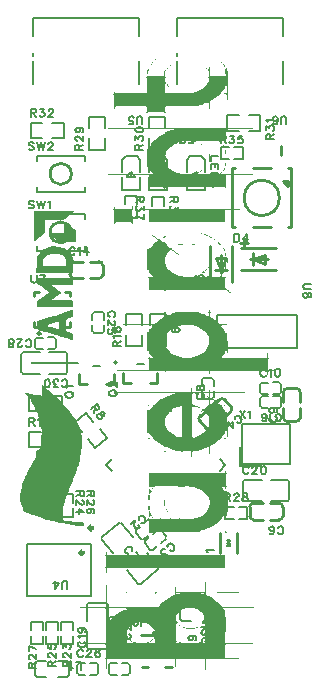
<source format=gto>
G04 Layer: TopSilkscreenLayer*
G04 EasyEDA Pro v2.2.45.4, 2026-01-02 03:19:05*
G04 Gerber Generator version 0.3*
G04 Scale: 100 percent, Rotated: No, Reflected: No*
G04 Dimensions in millimeters*
G04 Leading zeros omitted, absolute positions, 4 integers and 5 decimals*
G04 Generated by one-click*
%FSLAX45Y45*%
%MOMM*%
%ADD10C,0.1524*%
%ADD11C,0.254*%
%ADD12C,0.154*%
%ADD13C,0.15199*%
%ADD14C,0.15001*%
%ADD15C,0.2*%
%ADD16C,0.3074*%
%ADD17C,0.3*%
G75*


G04 Image Start*
G36*
G01X1901226Y170364D02*
G01X1901226Y81816D01*
G01X1898289Y76200D01*
G01X1894405Y80697D01*
G01X1894335Y169779D01*
G01X1886732Y175944D01*
G01X1657449Y175944D01*
G01X1648563Y172454D01*
G01X1648563Y101770D01*
G01X1643969Y101770D01*
G01X1643969Y169779D01*
G01X1636367Y175944D01*
G01X1496434Y175944D01*
G01X1474079Y170117D01*
G01X1472759Y92498D01*
G01X1471700Y172454D01*
G01X1462814Y175944D01*
G01X1240858Y175837D01*
G01X1232905Y171405D01*
G01X1231582Y92498D01*
G01X1230522Y172032D01*
G01X1218821Y175944D01*
G01X1071247Y175944D01*
G01X1062846Y170364D01*
G01X1062523Y90812D01*
G01X1059013Y84227D01*
G01X1055955Y95448D01*
G01X1055955Y171109D01*
G01X1051200Y177630D01*
G01X838895Y178438D01*
G01X1048989Y179350D01*
G01X1056249Y187482D01*
G01X1054807Y294793D01*
G01X1048903Y302379D01*
G01X840044Y302379D01*
G01X840044Y307436D01*
G01X1050585Y307436D01*
G01X1056099Y315022D01*
G01X1055324Y381820D01*
G01X1232819Y381820D01*
G01X1239830Y359632D01*
G01X1248880Y348738D01*
G01X1248897Y342838D01*
G01X1253917Y342838D01*
G01X1284023Y320741D01*
G01X1279285Y317264D01*
G01X1265658Y322436D01*
G01X1251261Y334471D01*
G01X1248399Y342838D01*
G01X1232819Y342838D01*
G01X1232819Y310926D01*
G01X1241705Y307436D01*
G01X1280936Y307436D01*
G01X1287853Y317253D01*
G01X1298281Y315486D01*
G01X1318954Y308312D01*
G01X1385565Y308306D01*
G01X1412969Y315865D01*
G01X1418133Y315865D01*
G01X1423366Y307436D01*
G01X1423366Y307436D01*
G01X1462814Y307436D01*
G01X1471700Y310926D01*
G01X1471700Y344300D01*
G01X1459067Y345366D01*
G01X1459777Y356546D01*
G01X1466648Y362224D01*
G01X1471700Y386471D01*
G01X1471538Y406055D01*
G01X1465564Y426284D01*
G01X1449949Y446504D01*
G01X1429200Y461686D01*
G01X1419899Y466907D01*
G01X1410738Y470738D01*
G01X1650860Y470738D01*
G01X1650860Y329806D01*
G01X1660381Y320922D01*
G01X1655764Y320922D01*
G01X1652848Y314179D01*
G01X1655764Y307436D01*
G01X1664289Y307436D01*
G01X1677938Y315865D01*
G01X1690136Y315865D01*
G01X1702541Y311266D01*
G01X1702541Y311266D01*
G01X1747988Y306938D01*
G01X1824278Y308959D01*
G01X1849545Y314443D01*
G01X1864897Y316270D01*
G01X1877108Y309698D01*
G01X1886725Y307890D01*
G01X1891880Y313948D01*
G01X1883416Y321621D01*
G01X1892463Y330601D01*
G01X1890889Y474163D01*
G01X1885712Y477961D01*
G01X1875281Y467209D01*
G01X1871997Y471801D01*
G01X1869264Y482464D01*
G01X1879795Y487529D01*
G01X1889741Y507549D01*
G01X1889741Y529910D01*
G01X1878634Y558039D01*
G01X1863446Y574634D01*
G01X1841521Y590798D01*
G01X1801309Y604628D01*
G01X1739292Y604754D01*
G01X1707135Y593375D01*
G01X1683427Y578006D01*
G01X1664642Y560665D01*
G01X1664642Y558719D01*
G01X1652436Y539232D01*
G01X1652009Y502145D01*
G01X1664642Y482351D01*
G01X1664642Y479387D01*
G01X1655340Y479387D01*
G01X1650860Y470738D01*
G01X1410738Y470738D01*
G01X1394753Y477424D01*
G01X1359344Y482758D01*
G01X1345860Y482758D01*
G01X1309766Y477310D01*
G01X1289094Y468596D01*
G01X1266124Y456161D01*
G01X1251937Y444828D01*
G01X1239150Y428355D01*
G01X1232983Y409426D01*
G01X1232819Y381820D01*
G01X1055324Y381820D01*
G01X1054182Y480230D01*
G01X1054128Y485287D01*
G01X1056133Y599511D01*
G01X1055955Y599655D01*
G01X1062846Y599655D01*
G01X1062872Y495402D01*
G01X1067759Y482484D01*
G01X1067759Y482484D01*
G01X1063373Y473250D01*
G01X1069853Y461940D01*
G01X1075468Y466061D01*
G01X1075807Y483204D01*
G01X1088112Y489783D01*
G01X1088112Y494112D01*
G01X1109082Y517063D01*
G01X1115623Y526347D01*
G01X1148879Y552719D01*
G01X1171950Y567363D01*
G01X1210998Y586395D01*
G01X1222701Y590199D01*
G01X1230950Y599438D01*
G01X1230859Y599505D01*
G01X1231960Y599505D01*
G01X1242406Y597072D01*
G01X1259162Y599379D01*
G01X1258569Y599620D01*
G01X1450383Y599620D01*
G01X1458294Y597392D01*
G01X1458294Y597392D01*
G01X1469132Y597392D01*
G01X1470834Y599414D01*
G01X1472848Y599414D01*
G01X1478262Y599078D01*
G01X1478262Y599078D01*
G01X1484675Y594372D01*
G01X1489859Y600464D01*
G01X1484333Y601884D01*
G01X1472848Y599414D01*
G01X1470834Y599414D01*
G01X1471828Y600595D01*
G01X1462814Y604135D01*
G01X1458796Y604135D01*
G01X1450383Y599620D01*
G01X1258569Y599620D01*
G01X1247749Y604016D01*
G01X1240588Y604135D01*
G01X1231960Y599505D01*
G01X1231960Y599505D01*
G01X1230859Y599505D01*
G01X1226298Y602853D01*
G01X1206404Y605674D01*
G01X1070449Y605821D01*
G01X1062846Y599655D01*
G01X1055955Y599655D01*
G01X1048352Y605821D01*
G01X840809Y605821D01*
G01X837651Y608139D01*
G01X839277Y611721D01*
G01X1049799Y612599D01*
G01X1055955Y616349D01*
G01X1055955Y725354D01*
G01X1062846Y725354D01*
G01X1062846Y616610D01*
G01X1068359Y612564D01*
G01X1068359Y612564D01*
G01X1221636Y612564D01*
G01X1230522Y616055D01*
G01X1230522Y727776D01*
G01X1232819Y727776D01*
G01X1232819Y616055D01*
G01X1241705Y612564D01*
G01X1466187Y612564D01*
G01X1471700Y616610D01*
G01X1471700Y616734D01*
G01X1473997Y616734D01*
G01X1498114Y612456D01*
G01X1511054Y623522D01*
G01X1517334Y634357D01*
G01X1542320Y658924D01*
G01X1589992Y692909D01*
G01X1612961Y704343D01*
G01X1634765Y712321D01*
G01X1643969Y720910D01*
G01X1643969Y723945D01*
G01X1648563Y723945D01*
G01X1656603Y720863D01*
G01X1679572Y725364D01*
G01X1683017Y725512D01*
G01X1683017Y733941D01*
G01X1859881Y733941D01*
G01X1859881Y725577D01*
G01X1872514Y723499D01*
G01X1872514Y723499D01*
G01X1887143Y720788D01*
G01X1894242Y726545D01*
G01X1887184Y733941D01*
G01X1859881Y733941D01*
G01X1683017Y733941D01*
G01X1653319Y733941D01*
G01X1648563Y727420D01*
G01X1648563Y723945D01*
G01X1648563Y723945D01*
G01X1643969Y723945D01*
G01X1643969Y726448D01*
G01X1636818Y733941D01*
G01X1492134Y733941D01*
G01X1474032Y726355D01*
G01X1473997Y616734D01*
G01X1473997Y616734D01*
G01X1471700Y616734D01*
G01X1471700Y729895D01*
G01X1466187Y733941D01*
G01X1240422Y733941D01*
G01X1232819Y727776D01*
G01X1232819Y727776D01*
G01X1230522Y727776D01*
G01X1230522Y728361D01*
G01X1222121Y733941D01*
G01X1068177Y733941D01*
G01X1062846Y725354D01*
G01X1055955Y725354D01*
G01X1055955Y727420D01*
G01X1051200Y733941D01*
G01X838895Y734749D01*
G01X1049741Y735661D01*
G01X1055809Y741527D01*
G01X1055955Y792668D01*
G01X1058734Y797982D01*
G01X1062846Y796117D01*
G01X1062846Y743120D01*
G01X1069997Y735627D01*
G01X1220312Y735627D01*
G01X1230522Y740876D01*
G01X1231545Y795473D01*
G01X1232940Y741694D01*
G01X1240422Y735627D01*
G01X1463931Y735627D01*
G01X1472848Y740577D01*
G01X1479739Y740664D01*
G01X1492897Y735627D01*
G01X1636818Y735627D01*
G01X1643969Y743120D01*
G01X1644513Y787044D01*
G01X1648020Y776929D01*
G01X1648563Y742149D01*
G01X1653137Y735877D01*
G01X1887180Y735891D01*
G01X1893186Y741194D01*
G01X1895483Y821612D01*
G01X1900077Y821612D01*
G01X1902374Y741194D01*
G01X1909016Y735329D01*
G01X2072347Y735966D01*
G01X2301657Y735627D01*
G01X2299314Y733907D01*
G01X1906309Y733821D01*
G01X1900705Y723892D01*
G01X1903497Y716241D01*
G01X1927640Y704719D01*
G01X1945996Y696011D01*
G01X1971671Y681865D01*
G01X2000143Y659526D01*
G01X2011292Y646564D01*
G01X2015960Y644446D01*
G01X2032865Y621836D01*
G01X2043975Y612962D01*
G01X2299556Y612392D01*
G01X2305435Y608811D01*
G01X2302917Y605821D01*
G01X2087609Y605821D01*
G01X2051675Y602310D01*
G01X2046057Y600905D01*
G01X2065406Y576320D01*
G01X2068696Y483601D01*
G01X2068266Y480230D01*
G01X2066604Y313336D01*
G01X2071029Y308279D01*
G01X2302040Y306593D01*
G01X2302040Y303222D01*
G01X2076941Y301536D01*
G01X2069417Y298792D01*
G01X2066605Y288471D01*
G01X2066605Y184614D01*
G01X2073824Y179316D01*
G01X2302040Y178549D01*
G01X2067753Y176407D01*
G01X1909996Y176189D01*
G01X1901226Y170364D01*
G37*
G36*
G01X1427682Y319237D02*
G01X1423081Y319237D01*
G01X1424972Y323451D01*
G01X1434949Y324529D01*
G01X1434949Y321283D01*
G01X1427682Y319237D01*
G37*
G36*
G01X1441568Y332723D02*
G01X1444086Y329733D01*
G01X1437246Y325567D01*
G01X1437246Y332723D01*
G01X1441568Y332723D01*
G37*
G36*
G01X1450866Y332723D02*
G01X1446433Y332723D01*
G01X1446433Y340953D01*
G01X1451428Y343218D01*
G01X1456047Y339828D01*
G01X1450866Y332723D01*
G37*
G36*
G01X1809620Y430499D02*
G01X1803606Y430113D01*
G01X1736995Y429423D01*
G01X1731279Y430852D01*
G01X1733821Y433870D01*
G01X1806780Y433870D01*
G01X1809620Y430499D01*
G37*
G36*
G01X1723149Y440350D02*
G01X1715976Y437404D01*
G01X1705683Y439379D01*
G01X1710244Y442727D01*
G01X1723149Y440350D01*
G37*
G36*
G01X1835634Y440432D02*
G01X1829512Y437655D01*
G01X1820309Y439422D01*
G01X1828003Y442582D01*
G01X1835634Y440432D01*
G37*
G36*
G01X1688760Y447748D02*
G01X1696799Y449290D01*
G01X1704838Y447748D01*
G01X1688760Y447748D01*
G37*
G36*
G01X1854139Y447748D02*
G01X1838060Y447748D01*
G01X1846099Y449290D01*
G01X1854139Y447748D01*
G37*
G36*
G01X1681486Y457472D02*
G01X1678423Y455224D01*
G01X1678423Y459719D01*
G01X1681486Y457472D01*
G37*
G36*
G01X1667301Y478544D02*
G01X1669589Y474394D01*
G01X1667472Y468429D01*
G01X1667301Y478544D01*
G37*
G36*
G01X1433800Y1243893D02*
G01X1428058Y1241166D01*
G01X1427054Y1173090D01*
G01X1424613Y1242207D01*
G01X1408534Y1248102D01*
G01X1067169Y1248108D01*
G01X1070008Y1251479D01*
G01X1416412Y1251479D01*
G01X1420573Y1257186D01*
G01X1855096Y1257186D01*
G01X1863688Y1251479D01*
G01X1863688Y1251479D01*
G01X2057201Y1251479D01*
G01X2068902Y1255392D01*
G01X2068902Y1345471D01*
G01X2062132Y1349594D01*
G01X2068902Y1359202D01*
G01X2068902Y1393086D01*
G01X2058114Y1393086D01*
G01X2050420Y1380442D01*
G01X2041392Y1368642D01*
G01X2032056Y1352659D01*
G01X2020845Y1347268D01*
G01X2018328Y1341447D01*
G01X1962094Y1299905D01*
G01X1944867Y1291490D01*
G01X1944867Y1287110D01*
G01X1931525Y1280138D01*
G01X1920750Y1280116D01*
G01X1906968Y1273287D01*
G01X1873793Y1261594D01*
G01X1865623Y1261475D01*
G01X1855096Y1257186D01*
G01X1420573Y1257186D01*
G01X1421167Y1258001D01*
G01X1420844Y1343355D01*
G01X1417228Y1350098D01*
G01X1421905Y1357684D01*
G01X1426156Y1357684D01*
G01X1423326Y1397300D01*
G01X1423152Y1414158D01*
G01X1426224Y1430173D01*
G01X1414812Y1430173D01*
G01X1412042Y1437759D01*
G01X1411979Y1458410D01*
G01X1414851Y1468946D01*
G01X1425761Y1468946D01*
G01X1425761Y1522892D01*
G01X1414877Y1522892D01*
G01X1412030Y1535535D01*
G01X1412042Y1552393D01*
G01X1414812Y1559979D01*
G01X1426366Y1559979D01*
G01X1422777Y1574308D01*
G01X1423476Y1591166D01*
G01X1426026Y1630208D01*
G01X1426019Y1630213D01*
G01X1428058Y1630213D01*
G01X1428058Y1605719D01*
G01X1440691Y1604653D01*
G01X1442184Y1595083D01*
G01X1435604Y1589480D01*
G01X1428058Y1566872D01*
G01X1428058Y1421702D01*
G01X1436812Y1398516D01*
G01X1442094Y1391273D01*
G01X1439233Y1384657D01*
G01X1428058Y1384657D01*
G01X1428058Y1357748D01*
G01X1438907Y1355750D01*
G01X1454441Y1356841D01*
G01X1460846Y1366695D01*
G01X1466949Y1360213D01*
G01X1471881Y1355998D01*
G01X1665790Y1356021D01*
G01X1679432Y1362620D01*
G01X1691057Y1360839D01*
G01X1691057Y1360839D01*
G01X1719461Y1355559D01*
G01X1782934Y1357459D01*
G01X1815091Y1364416D01*
G01X1844951Y1375023D01*
G01X1865623Y1387135D01*
G01X1888067Y1402358D01*
G01X1898762Y1414158D01*
G01X1912522Y1428404D01*
G01X1923907Y1446188D01*
G01X1928432Y1461360D01*
G01X1936270Y1490879D01*
G01X1933104Y1511934D01*
G01X1926256Y1536555D01*
G01X1912119Y1562508D01*
G01X1902374Y1571522D01*
G01X1888593Y1585526D01*
G01X1858615Y1606338D01*
G01X1842982Y1613082D01*
G01X1821982Y1622105D01*
G01X1803990Y1626568D01*
G01X2036790Y1626568D01*
G01X2050253Y1609710D01*
G01X2057916Y1597067D01*
G01X2069062Y1597067D01*
G01X2067753Y1631625D01*
G01X2050398Y1634772D01*
G01X2037938Y1631556D01*
G01X2036790Y1626568D01*
G01X2036790Y1626568D01*
G01X1803990Y1626568D01*
G01X1785773Y1631087D01*
G01X1743886Y1634006D01*
G01X1701097Y1630785D01*
G01X1692507Y1627411D01*
G01X1672555Y1627411D01*
G01X1661196Y1633311D01*
G01X1473438Y1634392D01*
G01X1460147Y1625046D01*
G01X1453319Y1632201D01*
G01X1438998Y1634510D01*
G01X1428058Y1630213D01*
G01X1426019Y1630213D01*
G01X1418166Y1634997D01*
G01X1068588Y1636724D01*
G01X1416687Y1637526D01*
G01X1421538Y1646797D01*
G01X1420209Y1746286D01*
G01X1424613Y1751316D01*
G01X1427104Y1815376D01*
G01X1428058Y1752910D01*
G01X1435209Y1745416D01*
G01X1925929Y1745416D01*
G01X1931648Y1750474D01*
G01X1944305Y1750474D01*
G01X1950024Y1745416D01*
G01X2061448Y1745416D01*
G01X2067753Y1750972D01*
G01X2070393Y1781661D01*
G01X2071199Y1752804D01*
G01X2077428Y1746551D01*
G01X2071227Y1737830D01*
G01X2071199Y1643691D01*
G01X2078801Y1637526D01*
G01X2302040Y1636716D01*
G01X2079550Y1635807D01*
G01X2071199Y1630260D01*
G01X2071199Y1597290D01*
G01X2083832Y1596224D01*
G01X2086753Y1552393D01*
G01X2086717Y1441131D01*
G01X2083832Y1382128D01*
G01X2071199Y1381061D01*
G01X2071199Y1359202D01*
G01X2077968Y1349594D01*
G01X2071199Y1345471D01*
G01X2071199Y1254969D01*
G01X2080084Y1251479D01*
G01X2289136Y1251479D01*
G01X2291975Y1248108D01*
G01X2080895Y1248108D01*
G01X2070214Y1241760D01*
G01X2058771Y1247265D01*
G01X1838060Y1246525D01*
G01X1433800Y1243893D01*
G37*
G36*
G01X1658900Y1369439D02*
G01X1669236Y1367406D01*
G01X1669236Y1364427D01*
G01X1658517Y1364427D01*
G01X1655454Y1366675D01*
G01X1655454Y1369485D01*
G01X1658900Y1369439D01*
G37*
G36*
G01X1453709Y1374337D02*
G01X1450534Y1368642D01*
G01X1447069Y1375385D01*
G01X1449415Y1379968D01*
G01X1453709Y1374337D01*
G37*
G36*
G01X1634782Y1375835D02*
G01X1646376Y1377461D01*
G01X1648834Y1374542D01*
G01X1634782Y1374542D01*
G01X1634782Y1375835D01*
G37*
G36*
G01X1628381Y1384235D02*
G01X1622368Y1381508D01*
G01X1618303Y1383352D01*
G01X1622897Y1386723D01*
G01X1628381Y1384235D01*
G37*
G36*
G01X1616629Y1391700D02*
G01X1611812Y1389515D01*
G01X1607219Y1391599D01*
G01X1607219Y1394573D01*
G01X1611292Y1396420D01*
G01X1616629Y1391700D01*
G37*
G36*
G01X1598641Y1405113D02*
G01X1603143Y1401808D01*
G01X1600010Y1398088D01*
G01X1595935Y1399937D01*
G01X1598641Y1405113D01*
G37*
G36*
G01X1586546Y1418373D02*
G01X1588322Y1418373D01*
G01X1590344Y1408258D01*
G01X1586546Y1408258D01*
G01X1586546Y1418373D01*
G37*
G36*
G01X1577041Y1430228D02*
G01X1580062Y1426640D01*
G01X1577111Y1420996D01*
G01X1572835Y1425959D01*
G01X1572765Y1428288D01*
G01X1577041Y1430228D01*
G37*
G36*
G01X1568626Y1442192D02*
G01X1565300Y1438242D01*
G01X1561581Y1442658D01*
G01X1564237Y1452931D01*
G01X1565578Y1454119D01*
G01X1568626Y1442192D01*
G37*
G36*
G01X1556363Y1522049D02*
G01X1556623Y1469789D01*
G01X1553309Y1461360D01*
G01X1550868Y1474847D01*
G01X1551564Y1520363D01*
G01X1552415Y1528792D01*
G01X1556363Y1522049D01*
G37*
G36*
G01X1565338Y1551550D02*
G01X1567375Y1543732D01*
G01X1563900Y1537221D01*
G01X1563577Y1551550D01*
G01X1565338Y1551550D01*
G37*
G36*
G01X1588352Y1573465D02*
G01X1586546Y1573465D01*
G01X1586546Y1580408D01*
G01X1590939Y1578415D01*
G01X1588352Y1573465D01*
G37*
G36*
G01X1599754Y1590683D02*
G01X1602896Y1586952D01*
G01X1600057Y1583580D01*
G01X1595734Y1583580D01*
G01X1595804Y1586109D01*
G01X1599754Y1590683D01*
G37*
G36*
G01X1614569Y1595605D02*
G01X1611495Y1591954D01*
G01X1606818Y1594075D01*
G01X1611736Y1597685D01*
G01X1614569Y1595605D01*
G37*
G36*
G01X1623221Y1606114D02*
G01X1626054Y1604034D01*
G01X1622980Y1600383D01*
G01X1618303Y1602504D01*
G01X1623221Y1606114D01*
G37*
G36*
G01X1453324Y1610752D02*
G01X1449371Y1608959D01*
G01X1447339Y1610450D01*
G01X1449229Y1622326D01*
G01X1453324Y1620469D01*
G01X1453324Y1610752D01*
G37*
G36*
G01X1634381Y1614305D02*
G01X1639866Y1611817D01*
G01X1633853Y1609090D01*
G01X1629788Y1610933D01*
G01X1634381Y1614305D01*
G37*
G36*
G01X1655733Y1622636D02*
G01X1663365Y1620486D01*
G01X1657243Y1617709D01*
G01X1648040Y1619476D01*
G01X1655733Y1622636D01*
G37*
G36*
G01X1940866Y2610074D02*
G01X1933489Y2606013D01*
G01X1932055Y2570611D01*
G01X1931086Y2608181D01*
G01X1923819Y2610227D01*
G01X1562158Y2610227D01*
G01X1554496Y2606013D01*
G01X1553061Y2570611D01*
G01X1552092Y2608181D01*
G01X1544053Y2610455D01*
G01X1417722Y2610629D01*
G01X1151278Y2611919D01*
G01X1139798Y2613874D01*
G01X1151278Y2618537D01*
G01X1413358Y2618656D01*
G01X1418870Y2622702D01*
G01X1418870Y2710730D01*
G01X1412735Y2716888D01*
G01X1414725Y2724527D01*
G01X1427951Y2725951D01*
G01X1433800Y2723227D01*
G01X1451027Y2723175D01*
G01X1451027Y2731260D01*
G01X1440691Y2744368D01*
G01X1432366Y2750991D01*
G01X1420751Y2764234D01*
G01X1418260Y2783021D01*
G01X1415013Y2787535D01*
G01X1407386Y2781937D01*
G01X1407315Y2747619D01*
G01X1403533Y2743243D01*
G01X1400495Y2824869D01*
G01X1400504Y2877425D01*
G01X1554380Y2877425D01*
G01X1554996Y2843709D01*
G01X1561229Y2818464D01*
G01X1577346Y2794204D01*
G01X1597232Y2772906D01*
G01X1617555Y2756490D01*
G01X1658229Y2736661D01*
G01X1663670Y2736661D01*
G01X1681735Y2729902D01*
G01X1720917Y2724872D01*
G01X1720917Y2724872D01*
G01X1764200Y2724861D01*
G01X1803606Y2730268D01*
G01X1846945Y2745727D01*
G01X1877413Y2764477D01*
G01X1891036Y2776278D01*
G01X1902672Y2788078D01*
G01X1923812Y2820218D01*
G01X1929514Y2842023D01*
G01X1929531Y2884168D01*
G01X1924313Y2903706D01*
G01X1917591Y2914512D01*
G01X1910380Y2926313D01*
G01X1900077Y2938565D01*
G01X1887898Y2951600D01*
G01X1861029Y2970581D01*
G01X1837988Y2981944D01*
G01X1817388Y2989210D01*
G01X1790739Y2996667D01*
G01X1753074Y2999917D01*
G01X1698305Y2997722D01*
G01X1677275Y2992562D01*
G01X1638227Y2978779D01*
G01X1622450Y2970144D01*
G01X1590706Y2945995D01*
G01X1584601Y2939598D01*
G01X1561960Y2907737D01*
G01X1554380Y2877425D01*
G01X1400504Y2877425D01*
G01X1400508Y2899340D01*
G01X1403512Y2962430D01*
G01X1406775Y2960950D01*
G01X1409023Y2935240D01*
G01X1415206Y2932436D01*
G01X1418870Y2934098D01*
G01X1418870Y2951622D01*
G01X1423349Y2963083D01*
G01X1441732Y2979084D01*
G01X1447322Y2988687D01*
G01X1453985Y2994546D01*
G01X1439450Y2999032D01*
G01X1415425Y2996760D01*
G01X1401674Y2999645D01*
G01X1194042Y2999645D01*
G01X1191525Y3002634D01*
G01X1197219Y3006103D01*
G01X1462920Y3007231D01*
G01X1477158Y3020717D01*
G01X1521169Y3052747D01*
G01X1550944Y3071622D01*
G01X1552486Y3103321D01*
G01X1552115Y3103576D01*
G01X1554389Y3103576D01*
G01X1554389Y3077585D01*
G01X1564725Y3075557D01*
G01X1577172Y3082249D01*
G01X1581333Y3082249D01*
G01X1593262Y3089135D01*
G01X1615856Y3094060D01*
G01X1621563Y3099107D01*
G01X1626742Y3099125D01*
G01X1643969Y3102637D01*
G01X1643969Y3105437D01*
G01X1839209Y3105437D01*
G01X1839209Y3102746D01*
G01X1854139Y3100466D01*
G01X1868294Y3094498D01*
G01X1885713Y3090279D01*
G01X1911562Y3080309D01*
G01X1911562Y3080309D01*
G01X1919222Y3075235D01*
G01X1929937Y3076348D01*
G01X1931290Y3102944D01*
G01X1920750Y3111298D01*
G01X1846198Y3109694D01*
G01X1839209Y3105437D01*
G01X1643969Y3105437D01*
G01X1643969Y3107175D01*
G01X1635930Y3109630D01*
G01X1565682Y3111363D01*
G01X1554389Y3103576D01*
G01X1554389Y3103576D01*
G01X1552115Y3103576D01*
G01X1541281Y3111030D01*
G01X1433800Y3109333D01*
G01X1410831Y3109381D01*
G01X1137496Y3111293D01*
G01X1153575Y3114150D01*
G01X1543629Y3114445D01*
G01X1552092Y3117769D01*
G01X1553068Y3155581D01*
G01X1554491Y3118493D01*
G01X1562158Y3114279D01*
G01X1923317Y3114279D01*
G01X1930956Y3118493D01*
G01X1932448Y3147152D01*
G01X1933383Y3117769D01*
G01X1942695Y3114111D01*
G01X2090722Y3114672D01*
G01X2099910Y3111791D01*
G01X2076941Y3108911D01*
G01X2053972Y3109275D01*
G01X1944271Y3111083D01*
G01X1933383Y3103576D01*
G01X1933383Y3077603D01*
G01X1939882Y3066186D01*
G01X1995400Y3031402D01*
G01X1995400Y3029142D01*
G01X2020068Y3009843D01*
G01X2033151Y3006192D01*
G01X2072347Y3008437D01*
G01X2091677Y3004611D01*
G01X2094306Y3001488D01*
G01X2076941Y2998105D01*
G01X2056268Y2997751D01*
G01X2036039Y2998163D01*
G01X2032687Y2994182D01*
G01X2046284Y2975211D01*
G01X2054761Y2969415D01*
G01X2058049Y2961715D01*
G01X2066605Y2953674D01*
G01X2066675Y2934742D01*
G01X2070848Y2929901D01*
G01X2077938Y2934220D01*
G01X2079238Y2970144D01*
G01X2083832Y2969301D01*
G01X2085172Y2774592D01*
G01X2082119Y2759420D01*
G01X2078412Y2766163D01*
G01X2078089Y2785027D01*
G01X2069485Y2790742D01*
G01X2066667Y2783021D01*
G01X2066537Y2771220D01*
G01X2059989Y2762791D01*
G01X2053226Y2752129D01*
G01X2045647Y2745933D01*
G01X2034448Y2733140D01*
G01X2034448Y2722691D01*
G01X2067753Y2725194D01*
G01X2072347Y2724343D01*
G01X2414590Y2723096D01*
G01X2422629Y2730292D01*
G01X2422692Y2761105D01*
G01X2425448Y2768654D01*
G01X2429520Y2766807D01*
G01X2429520Y2732957D01*
G01X2437059Y2721296D01*
G01X2431817Y2708455D01*
G01X2431817Y2622702D01*
G01X2437329Y2618656D01*
G01X2484084Y2618656D01*
G01X2489200Y2614131D01*
G01X2486177Y2611913D01*
G01X2437921Y2611913D01*
G01X2429520Y2606333D01*
G01X2429449Y2575668D01*
G01X2425574Y2571182D01*
G01X2422629Y2581990D01*
G01X2422629Y2606443D01*
G01X2416373Y2610253D01*
G01X1940866Y2610074D01*
G37*
G36*
G01X1565088Y4167944D02*
G01X1554389Y4160567D01*
G01X1553570Y4129968D01*
G01X1550944Y4163124D01*
G01X1541756Y4168083D01*
G01X1431503Y4166492D01*
G01X1410831Y4164117D01*
G01X1418941Y4170750D01*
G01X1417722Y4269791D01*
G01X1406237Y4274054D01*
G01X1066521Y4274103D01*
G01X1070885Y4277289D01*
G01X1438394Y4277811D01*
G01X1451422Y4279640D01*
G01X1453505Y4283623D01*
G01X1438394Y4302460D01*
G01X1420340Y4321726D01*
G01X1417722Y4343795D01*
G01X1412008Y4345181D01*
G01X1407386Y4336258D01*
G01X1407063Y4322148D01*
G01X1403551Y4315559D01*
G01X1400495Y4377477D01*
G01X1400505Y4446897D01*
G01X1403523Y4530211D01*
G01X1407386Y4528459D01*
G01X1407386Y4493779D01*
G01X1416006Y4488053D01*
G01X1418870Y4493532D01*
G01X1418870Y4506239D01*
G01X1423914Y4516857D01*
G01X1427996Y4516857D01*
G01X1434480Y4528246D01*
G01X1439429Y4530491D01*
G01X1455621Y4555534D01*
G01X1455621Y4558924D01*
G01X1467097Y4564443D01*
G01X1489993Y4585826D01*
G01X1510123Y4600304D01*
G01X1518909Y4605526D01*
G01X1545476Y4620248D01*
G01X1552092Y4629638D01*
G01X1552782Y4647506D01*
G01X1555538Y4632334D01*
G01X1565369Y4631305D01*
G01X1610664Y4648644D01*
G01X1631283Y4652563D01*
G01X1632819Y4658454D01*
G01X1620208Y4661973D01*
G01X1426910Y4660340D01*
G01X1413128Y4660412D01*
G01X1066291Y4662678D01*
G01X1073182Y4664966D01*
G01X2051675Y4667532D01*
G01X2067753Y4666681D01*
G01X2299639Y4665115D01*
G01X2304107Y4661835D01*
G01X2081535Y4661786D01*
G01X2070050Y4657523D01*
G01X2068825Y4566915D01*
G01X2075939Y4561146D01*
G01X2063967Y4555389D01*
G01X2035596Y4557609D01*
G01X2024948Y4549269D01*
G01X2013796Y4557454D01*
G01X1819013Y4556473D01*
G01X1810135Y4550573D01*
G01X1793430Y4550573D01*
G01X1771449Y4556411D01*
G01X1714026Y4556315D01*
G01X1672822Y4547096D01*
G01X1648667Y4538710D01*
G01X1629039Y4528974D01*
G01X1603773Y4510886D01*
G01X1586982Y4497120D01*
G01X1577310Y4483984D01*
G01X1573007Y4478927D01*
G01X1561027Y4460580D01*
G01X1553934Y4426667D01*
G01X1556665Y4391266D01*
G01X1563279Y4371036D01*
G01X1575589Y4352493D01*
G01X1583171Y4342378D01*
G01X1602003Y4323834D01*
G01X1627498Y4306976D01*
G01X1642512Y4298547D01*
G01X1663493Y4290687D01*
G01X1700244Y4280464D01*
G01X1769152Y4278867D01*
G01X1801309Y4284445D01*
G01X1818536Y4286258D01*
G01X1818536Y4282360D01*
G01X1834467Y4277475D01*
G01X2011918Y4277475D01*
G01X2025354Y4283300D01*
G01X2035596Y4278353D01*
G01X2299743Y4277217D01*
G01X2304107Y4274103D01*
G01X2081535Y4274054D01*
G01X2070050Y4269788D01*
G01X2070050Y4164252D01*
G01X2051675Y4166678D01*
G01X1565088Y4167944D01*
G37*
G36*
G01X1786379Y1887222D02*
G01X1782267Y1885356D01*
G01X1779488Y1890670D01*
G01X1779488Y1924687D01*
G01X1771886Y1930853D01*
G01X1713900Y1930853D01*
G01X1703690Y1925605D01*
G01X1702714Y1887866D01*
G01X1701339Y1924953D01*
G01X1691696Y1930853D01*
G01X1561992Y1930853D01*
G01X1554554Y1924821D01*
G01X1553068Y1887866D01*
G01X1552092Y1927069D01*
G01X1545348Y1931176D01*
G01X1415425Y1930488D01*
G01X1126394Y1930853D01*
G01X1128666Y1932520D01*
G01X1543968Y1932723D01*
G01X1552092Y1938119D01*
G01X1552076Y1965862D01*
G01X1554389Y1965862D01*
G01X1554389Y1938119D01*
G01X1562790Y1932539D01*
G01X1562790Y1932539D01*
G01X1643969Y1932539D01*
G01X1843802Y1932539D01*
G01X1923483Y1932539D01*
G01X1931086Y1938705D01*
G01X1931086Y1966255D01*
G01X1921781Y1966255D01*
G01X1874188Y1948100D01*
G01X1856436Y1944091D01*
G01X1843802Y1940559D01*
G01X1843802Y1932539D01*
G01X1843802Y1932539D01*
G01X1643969Y1932539D01*
G01X1643969Y1940837D01*
G01X1620959Y1945853D01*
G01X1608367Y1950813D01*
G01X1570404Y1963437D01*
G01X1565845Y1967469D01*
G01X1554389Y1965862D01*
G01X1552076Y1965862D01*
G01X1552075Y1967098D01*
G01X1543636Y1977255D01*
G01X1526233Y1987327D01*
G01X1479739Y2021043D01*
G01X1464231Y2035505D01*
G01X1450711Y2040636D01*
G01X1452017Y2049780D01*
G01X1444137Y2058038D01*
G01X1444137Y2061881D01*
G01X1430601Y2074988D01*
G01X1421131Y2083982D01*
G01X1418623Y2100275D01*
G01X1416243Y2111713D01*
G01X1408534Y2106064D01*
G01X1407027Y2066559D01*
G01X1403396Y2063800D01*
G01X1400004Y2176848D01*
G01X1400442Y2193395D01*
G01X1554389Y2193395D01*
G01X1555028Y2166021D01*
G01X1560430Y2140734D01*
G01X1572836Y2118112D01*
G01X1593923Y2095218D01*
G01X1622149Y2073905D01*
G01X1659382Y2055807D01*
G01X1686463Y2048623D01*
G01X1686463Y2048623D01*
G01X1695525Y2048016D01*
G01X1698552Y2058130D01*
G01X1699045Y2300884D01*
G01X1696218Y2313436D01*
G01X1687833Y2315389D01*
G01X1663050Y2306785D01*
G01X1659302Y2306785D01*
G01X1635930Y2295995D01*
G01X1608499Y2279435D01*
G01X1586376Y2259204D01*
G01X1577310Y2246939D01*
G01X1573170Y2241882D01*
G01X1561326Y2223338D01*
G01X1554389Y2193395D01*
G01X1400442Y2193395D01*
G01X1403405Y2305323D01*
G01X1407064Y2302570D01*
G01X1408534Y2254684D01*
G01X1414468Y2250339D01*
G01X1418800Y2255368D01*
G01X1418870Y2272566D01*
G01X1423785Y2282913D01*
G01X1430355Y2284764D01*
G01X1430355Y2289736D01*
G01X1438881Y2294141D01*
G01X1448665Y2308242D01*
G01X1453324Y2310355D01*
G01X1453324Y2321870D01*
G01X1467106Y2327101D01*
G01X1467106Y2330481D01*
G01X1476526Y2337580D01*
G01X1786088Y2337580D01*
G01X1790114Y2326178D01*
G01X1803606Y2323232D01*
G01X1823745Y2318134D01*
G01X1832937Y2311388D01*
G01X1824972Y2308116D01*
G01X1811379Y2310111D01*
G01X1804426Y2315214D01*
G01X1793530Y2315214D01*
G01X1786379Y2307720D01*
G01X1786670Y2056445D01*
G01X1786670Y2056445D01*
G01X1790651Y2049204D01*
G01X1795430Y2047036D01*
G01X1819685Y2054129D01*
G01X1833466Y2059565D01*
G01X1851842Y2066403D01*
G01X1900501Y2101961D01*
G01X1926171Y2140734D01*
G01X1931086Y2164981D01*
G01X1931085Y2198051D01*
G01X1924330Y2223338D01*
G01X1912984Y2243568D01*
G01X1888593Y2271144D01*
G01X1871080Y2276497D01*
G01X1872514Y2287398D01*
G01X1887576Y2290971D01*
G01X1915007Y2310894D01*
G01X1915007Y2314841D01*
G01X1930979Y2327857D01*
G01X1931086Y2379596D01*
G01X1923314Y2389252D01*
G01X1931086Y2395554D01*
G01X1931086Y2423027D01*
G01X1919760Y2428473D01*
G01X1851129Y2427319D01*
G01X1839049Y2417747D01*
G01X1815091Y2420152D01*
G01X1806029Y2424790D01*
G01X1793832Y2424790D01*
G01X1787528Y2419222D01*
G01X1786088Y2337580D01*
G01X1476526Y2337580D01*
G01X1522970Y2372581D01*
G01X1545611Y2385174D01*
G01X1552092Y2394278D01*
G01X1552092Y2422913D01*
G01X1554389Y2422913D01*
G01X1554389Y2394446D01*
G01X1562706Y2394446D01*
G01X1619954Y2415841D01*
G01X1643676Y2420017D01*
G01X1641215Y2424724D01*
G01X1624446Y2428143D01*
G01X1564599Y2428162D01*
G01X1564599Y2428162D01*
G01X1554389Y2422913D01*
G01X1552092Y2422913D01*
G01X1552092Y2423027D01*
G01X1540958Y2428381D01*
G01X1426910Y2426575D01*
G01X1413128Y2426736D01*
G01X1127160Y2428237D01*
G01X1127160Y2431533D01*
G01X1413128Y2431899D01*
G01X1542397Y2431215D01*
G01X1552092Y2435023D01*
G01X1553068Y2472835D01*
G01X1554491Y2435748D01*
G01X1562158Y2431533D01*
G01X1689692Y2431533D01*
G01X1701393Y2435446D01*
G01X1702391Y2481264D01*
G01X1703728Y2437434D01*
G01X1713386Y2431533D01*
G01X1771886Y2431533D01*
G01X1779344Y2437582D01*
G01X1780637Y2481264D01*
G01X1785231Y2481264D01*
G01X1786523Y2437582D01*
G01X1793982Y2431533D01*
G01X1923317Y2431533D01*
G01X1930984Y2435748D01*
G01X1932407Y2472835D01*
G01X1933383Y2435023D01*
G01X1941873Y2431688D01*
G01X2229113Y2431589D01*
G01X2237726Y2429005D01*
G01X2070050Y2426625D01*
G01X2056268Y2426629D01*
G01X1944420Y2428334D01*
G01X1933383Y2423027D01*
G01X1933383Y2394858D01*
G01X1939935Y2383348D01*
G01X1951846Y2378670D01*
G01X1946016Y2375954D01*
G01X1933245Y2375902D01*
G01X1934531Y2332956D01*
G01X1943144Y2331743D01*
G01X1972431Y2353047D01*
G01X1972431Y2360449D01*
G01X1966688Y2362150D01*
G01X1980470Y2362653D01*
G01X1989657Y2365371D01*
G01X1995151Y2362155D01*
G01X1990804Y2353763D01*
G01X2014924Y2332943D01*
G01X2034448Y2319021D01*
G01X2034448Y2312618D01*
G01X2047081Y2295543D01*
G01X2055968Y2285712D01*
G01X2064804Y2278364D01*
G01X2068398Y2254332D01*
G01X2071275Y2252221D01*
G01X2076941Y2256366D01*
G01X2079238Y2303436D01*
G01X2083832Y2303414D01*
G01X2085098Y2063188D01*
G01X2082548Y2055464D01*
G01X2078089Y2057487D01*
G01X2078089Y2105531D01*
G01X2071574Y2112070D01*
G01X2068228Y2109615D01*
G01X2065021Y2082840D01*
G01X2052991Y2071617D01*
G01X2046823Y2066370D01*
G01X2034448Y2050120D01*
G01X2034448Y2040516D01*
G01X2021028Y2035423D01*
G01X2010623Y2024415D01*
G01X1966688Y1991194D01*
G01X1940239Y1976153D01*
G01X1933383Y1966422D01*
G01X1933383Y1938119D01*
G01X1942316Y1932186D01*
G01X2072347Y1932945D01*
G01X2232749Y1932539D01*
G01X2230367Y1930791D01*
G01X1940806Y1930707D01*
G01X1933548Y1924821D01*
G01X1932061Y1887866D01*
G01X1931086Y1926807D01*
G01X1925573Y1930853D01*
G01X1793530Y1930853D01*
G01X1786379Y1923360D01*
G01X1786379Y1887222D01*
G37*
G36*
G01X1846317Y2252294D02*
G01X1840576Y2249690D01*
G01X1837112Y2251262D01*
G01X1839745Y2256297D01*
G01X1846317Y2252294D01*
G37*
G36*
G01X1852719Y2257897D02*
G01X1848396Y2257897D01*
G01X1848467Y2260425D01*
G01X1852416Y2265000D01*
G01X1855558Y2261268D01*
G01X1852719Y2257897D01*
G37*
G36*
G01X1867232Y2269922D02*
G01X1864157Y2266271D01*
G01X1859481Y2268392D01*
G01X1864398Y2272001D01*
G01X1867232Y2269922D01*
G37*
G36*
G01X1859594Y2295335D02*
G01X1865623Y2293565D01*
G01X1856818Y2293298D01*
G01X1859594Y2295335D01*
G37*
G36*
G01X1849209Y2302824D02*
G01X1840357Y2300463D01*
G01X1836511Y2302108D01*
G01X1840737Y2305209D01*
G01X1849209Y2302824D01*
G37*
G36*
G01X1918117Y2395542D02*
G01X1909265Y2393182D01*
G01X1905419Y2394826D01*
G01X1909645Y2397928D01*
G01X1918117Y2395542D01*
G37*
G36*
G01X1887042Y2406626D02*
G01X1900077Y2403141D01*
G01X1881931Y2402875D01*
G01X1887042Y2406626D01*
G37*
G36*
G01X1872514Y2412491D02*
G01X1863326Y2410085D01*
G01X1857275Y2411751D01*
G01X1861715Y2415010D01*
G01X1872514Y2412491D01*
G37*
G36*
G01X869904Y1301042D02*
G01X864391Y1296996D01*
G01X850380Y1297054D01*
G01X818223Y1302157D01*
G01X769987Y1306896D01*
G01X730940Y1312453D01*
G01X694189Y1320361D01*
G01X674962Y1322287D01*
G01X636765Y1331142D01*
G01X613796Y1337018D01*
G01X590827Y1342828D01*
G01X570154Y1347789D01*
G01X556373Y1352501D01*
G01X531107Y1359714D01*
G01X512731Y1364689D01*
G01X498950Y1370786D01*
G01X487465Y1373142D01*
G01X443823Y1388278D01*
G01X432339Y1392487D01*
G01X423151Y1396251D01*
G01X387319Y1409101D01*
G01X369986Y1415844D01*
G01X351946Y1425959D01*
G01X351441Y1447874D01*
G01X341940Y1468103D01*
G01X334157Y1493328D01*
G01X330749Y1516991D01*
G01X330200Y1559136D01*
G01X334406Y1596224D01*
G01X342033Y1626568D01*
G01X349084Y1651855D01*
G01X353554Y1668713D01*
G01X362499Y1688942D01*
G01X366931Y1704114D01*
G01X381617Y1734459D01*
G01X387520Y1742887D01*
G01X387549Y1747523D01*
G01X398526Y1766489D01*
G01X413217Y1795147D01*
G01X419009Y1801890D01*
G01X424967Y1815376D01*
G01X433487Y1823417D01*
G01X433487Y1827819D01*
G01X456456Y1863295D01*
G01X456456Y1866693D01*
G01X467218Y1884494D01*
G01X479069Y1909781D01*
G01X481919Y1922378D01*
G01X490809Y1936753D01*
G01X490910Y1945656D01*
G01X501967Y1977212D01*
G01X510063Y2029472D01*
G01X511877Y2101961D01*
G01X500436Y2174450D01*
G01X495741Y2183485D01*
G01X488437Y2219588D01*
G01X483729Y2226043D01*
G01X477589Y2246939D01*
G01X464931Y2278969D01*
G01X459093Y2285712D01*
G01X455875Y2299199D01*
G01X445686Y2316057D01*
G01X432917Y2341343D01*
G01X420093Y2361573D01*
G01X394096Y2400346D01*
G01X373586Y2428953D01*
G01X381519Y2433210D01*
G01X390994Y2428186D01*
G01X407072Y2423141D01*
G01X413963Y2419725D01*
G01X425448Y2416363D01*
G01X432339Y2413142D01*
G01X496007Y2389388D01*
G01X508750Y2389388D01*
G01X511520Y2396975D01*
G01X511583Y2488437D01*
G01X518691Y2492767D01*
G01X539464Y2477893D01*
G01X565395Y2454291D01*
G01X583936Y2438877D01*
G01X593074Y2430690D01*
G01X616093Y2409839D01*
G01X649582Y2378431D01*
G01X671219Y2356533D01*
G01X691892Y2334253D01*
G01X708420Y2316057D01*
G01X717158Y2306365D01*
G01X729636Y2292455D01*
G01X739150Y2280655D01*
G01X749315Y2268176D01*
G01X772091Y2238510D01*
G01X789993Y2211537D01*
G01X800636Y2194680D01*
G01X811901Y2176136D01*
G01X817673Y2162650D01*
G01X821054Y2159278D01*
G01X835072Y2127248D01*
G01X838141Y2113878D01*
G01X845209Y2103846D01*
G01X854207Y2041273D01*
G01X851269Y1982270D01*
G01X844718Y1904723D01*
G01X838077Y1886180D01*
G01X832677Y1847407D01*
G01X829099Y1842349D01*
G01X823547Y1817062D01*
G01X814870Y1795147D01*
G01X810178Y1772765D01*
G01X803420Y1763207D01*
G01X800633Y1747945D01*
G01X792040Y1727715D01*
G01X780558Y1700743D01*
G01X775566Y1683885D01*
G01X767135Y1667027D01*
G01X757679Y1645112D01*
G01X752760Y1627242D01*
G01X746245Y1617996D01*
G01X740887Y1596312D01*
G01X736805Y1590714D01*
G01X724645Y1557450D01*
G01X718591Y1535535D01*
G01X711772Y1523625D01*
G01X706472Y1495218D01*
G01X702388Y1489618D01*
G01X692533Y1444502D01*
G01X687992Y1422587D01*
G01X689892Y1356841D01*
G01X696486Y1347030D01*
G01X708472Y1340523D01*
G01X747018Y1337272D01*
G01X804441Y1332083D01*
G01X864870Y1329424D01*
G01X869904Y1327141D01*
G01X869904Y1301042D01*
G37*
G36*
G01X1560815Y4804285D02*
G01X1552285Y4792484D01*
G01X1552092Y4797276D01*
G01X1544489Y4803442D01*
G01X1414276Y4803442D01*
G01X1405089Y4796699D01*
G01X1405082Y4792484D01*
G01X1397049Y4804285D01*
G01X1344220Y4806141D01*
G01X1394246Y4806813D01*
G01X1400349Y4812714D01*
G01X1400495Y4847031D01*
G01X1393276Y4852330D01*
G01X1138343Y4852330D01*
G01X1129457Y4848839D01*
G01X1128596Y4812714D01*
G01X1125141Y4853173D01*
G01X1125367Y4858230D01*
G01X1127332Y4950948D01*
G01X1117463Y4956849D01*
G01X840044Y4956849D01*
G01X840044Y4960220D01*
G01X1118274Y4960220D01*
G01X1127160Y4963711D01*
G01X1128010Y4984664D01*
G01X1129643Y4966121D01*
G01X1137226Y4961906D01*
G01X1391609Y4961906D01*
G01X1400495Y4965396D01*
G01X1400424Y5092555D01*
G01X1398522Y5094769D01*
G01X1556187Y5094769D01*
G01X1559406Y5068954D01*
G01X1568171Y5049674D01*
G01X1568171Y5043212D01*
G01X1556686Y5037689D01*
G01X1556686Y4965396D01*
G01X1556686Y4965396D01*
G01X1566042Y4961721D01*
G01X1602435Y4962105D01*
G01X2032151Y4962105D01*
G01X2037122Y4959850D01*
G01X2072347Y4962243D01*
G01X2078089Y4965691D01*
G01X2078089Y5025444D01*
G01X2069485Y5031158D01*
G01X2066667Y5023437D01*
G01X2066605Y5005243D01*
G01X2050281Y4987193D01*
G01X2046630Y4987193D01*
G01X2038332Y4973687D01*
G01X2032151Y4969922D01*
G01X2032151Y4962105D01*
G01X2032151Y4962105D01*
G01X1602435Y4962105D01*
G01X1663493Y4962749D01*
G01X1679129Y4968649D01*
G01X1691387Y4968649D01*
G01X1713222Y4963189D01*
G01X1782934Y4964955D01*
G01X1817388Y4973196D01*
G01X1837483Y4980732D01*
G01X1867920Y4996123D01*
G01X1888593Y5011677D01*
G01X1902594Y5025123D01*
G01X1914145Y5040295D01*
G01X1926458Y5063896D01*
G01X1930472Y5092555D01*
G01X1923483Y5098455D01*
G01X1565572Y5098455D01*
G01X1556187Y5094769D01*
G01X1398522Y5094769D01*
G01X1396079Y5097612D01*
G01X1322374Y5099298D01*
G01X1322374Y5102670D01*
G01X1395215Y5104355D01*
G01X1402658Y5108902D01*
G01X1399837Y5145086D01*
G01X1403000Y5157458D01*
G01X1409700Y5157458D01*
G01X1415206Y5172567D01*
G01X1418800Y5168416D01*
G01X1418870Y5159572D01*
G01X1409747Y5144435D01*
G01X1406651Y5109762D01*
G01X1415154Y5105198D01*
G01X1544053Y5105306D01*
G01X1551304Y5109413D01*
G01X1547494Y5136385D01*
G01X1550329Y5152948D01*
G01X1564365Y5162357D01*
G01X1568171Y5160630D01*
G01X1568171Y5155666D01*
G01X1559263Y5136259D01*
G01X1556045Y5110198D01*
G01X1564289Y5103513D01*
G01X1919385Y5103513D01*
G01X1931086Y5107425D01*
G01X1931079Y5119528D01*
G01X1924316Y5147733D01*
G01X1920265Y5151558D01*
G01X1917618Y5159469D01*
G01X1920093Y5164201D01*
G01X1930975Y5164201D01*
G01X1932353Y5220675D01*
G01X1933383Y5155320D01*
G01X1938750Y5142172D01*
G01X1932945Y5109603D01*
G01X1941152Y5105198D01*
G01X2049378Y5105532D01*
G01X2074644Y5107727D01*
G01X2076032Y5123531D01*
G01X2066898Y5136672D01*
G01X2062604Y5159987D01*
G01X2066841Y5168416D01*
G01X2076931Y5174118D01*
G01X2079238Y5195388D01*
G01X2083832Y5195388D01*
G01X2085061Y5109613D01*
G01X2092583Y5103513D01*
G01X2259276Y5103513D01*
G01X2261817Y5100494D01*
G01X2254577Y5098455D01*
G01X2093381Y5098455D01*
G01X2084980Y5092875D01*
G01X2084980Y4964266D01*
G01X2090493Y4960220D01*
G01X2300620Y4960220D01*
G01X2303460Y4956849D01*
G01X2093381Y4956849D01*
G01X2084980Y4951269D01*
G01X2084980Y4906275D01*
G01X2078089Y4906275D01*
G01X2078089Y4949693D01*
G01X2071044Y4953984D01*
G01X2056268Y4954887D01*
G01X2032204Y4957274D01*
G01X2019518Y4953346D01*
G01X2005736Y4939726D01*
G01X1957202Y4905432D01*
G01X1939799Y4895739D01*
G01X1933383Y4884468D01*
G01X1933383Y4863089D01*
G01X1939612Y4856836D01*
G01X1933411Y4848115D01*
G01X1932522Y4812714D01*
G01X1929067Y4853173D01*
G01X1929003Y4858230D01*
G01X1931443Y4884230D01*
G01X1920577Y4886231D01*
G01X1877108Y4869663D01*
G01X1865623Y4867114D01*
G01X1856436Y4861015D01*
G01X1824880Y4852330D01*
G01X1565572Y4852330D01*
G01X1556686Y4848839D01*
G01X1556686Y4813335D01*
G01X1561442Y4806813D01*
G01X1589992Y4806231D01*
G01X1560815Y4804285D01*
G37*
G36*
G01X1665725Y4975129D02*
G01X1658553Y4972183D01*
G01X1648260Y4974158D01*
G01X1652821Y4977506D01*
G01X1665725Y4975129D01*
G37*
G36*
G01X1634014Y4985618D02*
G01X1642485Y4983232D01*
G01X1633633Y4980872D01*
G01X1629788Y4982516D01*
G01X1634014Y4985618D01*
G37*
G36*
G01X1628114Y4990865D02*
G01X1623297Y4988680D01*
G01X1618703Y4990764D01*
G01X1618703Y4993737D01*
G01X1622777Y4995585D01*
G01X1628114Y4990865D01*
G37*
G36*
G01X1616356Y4999376D02*
G01X1609962Y4995481D01*
G01X1607581Y4999836D01*
G01X1607219Y5002365D01*
G01X1613838Y5002365D01*
G01X1616356Y4999376D01*
G37*
G36*
G01X1604756Y5008265D02*
G01X1600678Y5003425D01*
G01X1593437Y5007835D01*
G01X1593437Y5010595D01*
G01X1598472Y5012879D01*
G01X1604756Y5008265D01*
G37*
G36*
G01X1588613Y5022689D02*
G01X1593863Y5015489D01*
G01X1589243Y5012099D01*
G01X1584249Y5014365D01*
G01X1584249Y5020710D01*
G01X1588613Y5022689D01*
G37*
G36*
G01X1580019Y5029093D02*
G01X1576865Y5023437D01*
G01X1573002Y5030181D01*
G01X1573913Y5036924D01*
G01X1578507Y5036924D01*
G01X1580019Y5029093D01*
G37*
G36*
G01X1554389Y3291209D02*
G01X1553414Y3253357D01*
G01X1552038Y3290444D01*
G01X1542745Y3296137D01*
G01X1128657Y3296369D01*
G01X1126394Y3298030D01*
G01X1409985Y3298030D01*
G01X1418870Y3301520D01*
G01X1418870Y3401875D01*
G01X1413358Y3405921D01*
G01X1068971Y3405921D01*
G01X1071087Y3407473D01*
G01X1450572Y3407914D01*
G01X1452588Y3415654D01*
G01X1444239Y3423621D01*
G01X1444137Y3427372D01*
G01X1430601Y3440479D01*
G01X1421131Y3449474D01*
G01X1418623Y3465766D01*
G01X1416243Y3477204D01*
G01X1408683Y3471656D01*
G01X1406867Y3448065D01*
G01X1403517Y3448065D01*
G01X1400495Y3509294D01*
G01X1400503Y3570285D01*
G01X1403532Y3668904D01*
G01X1407047Y3668904D01*
G01X1408534Y3620175D01*
G01X1414468Y3615830D01*
G01X1418800Y3620859D01*
G01X1418870Y3638057D01*
G01X1423914Y3648675D01*
G01X1428202Y3648675D01*
G01X1431130Y3654575D01*
G01X1442988Y3665289D01*
G01X1453324Y3677567D01*
G01X1453324Y3687520D01*
G01X1464634Y3691302D01*
G01X1476001Y3703463D01*
G01X1494666Y3718635D01*
G01X1492032Y3727825D01*
G01X1494563Y3730831D01*
G01X1513044Y3727210D01*
G01X1513044Y3719515D01*
G01X1541756Y3699322D01*
G01X1552092Y3699248D01*
G01X1552092Y3741393D01*
G01X1536014Y3741393D01*
G01X1536014Y3743476D01*
G01X1554214Y3756833D01*
G01X1563577Y3754652D01*
G01X1563577Y3752030D01*
G01X1554389Y3745928D01*
G01X1554389Y3693183D01*
G01X1572641Y3684919D01*
G01X1572968Y3676490D01*
G01X1599751Y3655418D01*
G01X1618167Y3655418D01*
G01X1620570Y3662161D01*
G01X1632214Y3662161D01*
G01X1635053Y3658789D01*
G01X1628692Y3658789D01*
G01X1619078Y3651203D01*
G01X1614988Y3639403D01*
G01X1598442Y3637717D01*
G01X1581952Y3619677D01*
G01X1581952Y3617974D01*
G01X1570468Y3607957D01*
G01X1570468Y3603024D01*
G01X1561352Y3589909D01*
G01X1554408Y3558485D01*
G01X1554389Y3535690D01*
G01X1561504Y3503240D01*
G01X1569878Y3491053D01*
G01X1573038Y3483551D01*
G01X1591194Y3463596D01*
G01X1627120Y3437051D01*
G01X1659601Y3420912D01*
G01X1677275Y3417506D01*
G01X1692684Y3412339D01*
G01X1725510Y3408910D01*
G01X1784228Y3410737D01*
G01X1819126Y3418341D01*
G01X1828107Y3409292D01*
G01X1912592Y3409292D01*
G01X1919977Y3419773D01*
G01X1933672Y3410135D01*
G01X2012242Y3409063D01*
G01X2026957Y3414879D01*
G01X2033299Y3412532D01*
G01X2043728Y3408105D01*
G01X2299655Y3407390D01*
G01X2301657Y3405921D01*
G01X2073824Y3405921D01*
G01X2066605Y3400622D01*
G01X2066605Y3314663D01*
G01X2078802Y3302926D01*
G01X2088425Y3298873D01*
G01X2302040Y3297091D01*
G01X2100944Y3296344D01*
G01X2098168Y3286159D01*
G01X2093407Y3284000D01*
G01X2083205Y3293390D01*
G01X2053972Y3295037D01*
G01X1565162Y3296390D01*
G01X1554389Y3291209D01*
G37*
G36*
G01X1070325Y944688D02*
G01X1063995Y939109D01*
G01X1061698Y902487D01*
G01X1057104Y902489D01*
G01X1054807Y940451D01*
G01X1051090Y944665D01*
G01X850380Y945472D01*
G01X1050824Y946386D01*
G01X1056393Y956255D01*
G01X1054507Y1048341D01*
G01X1050870Y1054242D01*
G01X850380Y1055048D01*
G01X1049743Y1055964D01*
G01X1055809Y1061828D01*
G01X1056018Y1075314D01*
G01X1058774Y1082862D01*
G01X1062846Y1081015D01*
G01X1062846Y1063421D01*
G01X1070022Y1055902D01*
G01X2287764Y1056010D01*
G01X2290173Y1054242D01*
G01X2074644Y1054190D01*
G01X2067753Y1050996D01*
G01X2066411Y951791D01*
G01X2073824Y946351D01*
G01X2302040Y945597D01*
G01X2065456Y943264D01*
G01X2056268Y943378D01*
G01X1070325Y944688D01*
G37*
G36*
G01X1279591Y3830790D02*
G01X1276461Y3828492D01*
G01X1276461Y3860865D01*
G01X1271579Y3870288D01*
G01X1266124Y3872833D01*
G01X1138824Y3872885D01*
G01X1129457Y3865506D01*
G01X1128651Y3836640D01*
G01X1125063Y3868670D01*
G01X1125377Y3873728D01*
G01X1127326Y3973189D01*
G01X1117463Y3979090D01*
G01X843489Y3979327D01*
G01X852677Y3982224D01*
G01X1118274Y3982461D01*
G01X1127160Y3985952D01*
G01X1128029Y4006905D01*
G01X1129683Y3987594D01*
G01X1139667Y3982461D01*
G01X1266251Y3982461D01*
G01X1276461Y3987710D01*
G01X1276461Y4007947D01*
G01X1281054Y4005863D01*
G01X1281054Y3986246D01*
G01X1287088Y3982570D01*
G01X2284879Y3982513D01*
G01X2297446Y3979933D01*
G01X2071028Y3978247D01*
G01X2066461Y3973189D01*
G01X2067401Y3870356D01*
G01X2053972Y3871674D01*
G01X1445285Y3873008D01*
G01X1416036Y3869346D01*
G01X1413434Y3871255D01*
G01X1418870Y3875245D01*
G01X1418870Y3973620D01*
G01X1411283Y3978247D01*
G01X1288188Y3979244D01*
G01X1280629Y3970776D01*
G01X1283176Y3873728D01*
G01X1283266Y3868670D01*
G01X1279591Y3830790D01*
G37*
G36*
G01X493922Y3742236D02*
G01X451512Y3711892D01*
G01X444856Y3718552D01*
G01X446120Y3962065D01*
G01X452090Y3966446D01*
G01X777700Y3967397D01*
G01X792826Y3962867D01*
G01X705673Y3897873D01*
G01X690182Y3893114D01*
G01X549482Y3893007D01*
G01X541443Y3888528D01*
G01X541120Y3781009D01*
G01X537997Y3775391D01*
G01X493922Y3742236D01*
G37*
G36*
G01X776878Y2878431D02*
G01X772026Y2874875D01*
G01X740127Y2882905D01*
G01X724049Y2888306D01*
G01X680407Y2900512D01*
G01X675813Y2903090D01*
G01X663058Y2905327D01*
G01X639062Y2913274D01*
G01X627578Y2915740D01*
G01X613254Y2922099D01*
G01X606441Y2922099D01*
G01X584841Y2930527D01*
G01X576868Y2930527D01*
G01X558670Y2937524D01*
G01X540294Y2942052D01*
G01X510434Y2950950D01*
G01X501247Y2953860D01*
G01X474146Y2962601D01*
G01X468087Y2968458D01*
G01X468028Y2993429D01*
G01X553507Y2993429D01*
G01X581639Y2986489D01*
G01X609202Y2979414D01*
G01X618390Y2976112D01*
G01X651103Y2967615D01*
G01X651103Y2967615D01*
G01X660987Y2967615D01*
G01X659735Y3029146D01*
G01X649252Y3030238D01*
G01X629573Y3023246D01*
G01X622754Y3023246D01*
G01X618390Y3020063D01*
G01X583936Y3009453D01*
G01X562417Y3004514D01*
G01X553507Y2993429D01*
G01X468028Y2993429D01*
G01X467967Y3019032D01*
G01X472751Y3031675D01*
G01X477975Y3031675D01*
G01X498950Y3038782D01*
G01X524216Y3047279D01*
G01X551779Y3056536D01*
G01X586233Y3067264D01*
G01X604608Y3073608D01*
G01X627578Y3080926D01*
G01X650547Y3088627D01*
G01X694189Y3102758D01*
G01X704363Y3107536D01*
G01X710201Y3107536D01*
G01X733237Y3115700D01*
G01X758503Y3124011D01*
G01X773113Y3126296D01*
G01X778027Y3119558D01*
G01X777976Y3081406D01*
G01X775227Y3069209D01*
G01X740127Y3057358D01*
G01X727055Y3055131D01*
G01X713713Y3044410D01*
G01X713713Y2957720D01*
G01X717918Y2949601D01*
G01X743543Y2940696D01*
G01X764379Y2936846D01*
G01X778458Y2927193D01*
G01X776878Y2878431D01*
G37*
G36*
G01X778027Y3204789D02*
G01X778027Y3162589D01*
G01X770424Y3156424D01*
G01X474190Y3156424D01*
G01X468087Y3162324D01*
G01X468485Y3196040D01*
G01X471387Y3205967D01*
G01X524216Y3239467D01*
G01X556211Y3260100D01*
G01X575897Y3274233D01*
G01X575897Y3280519D01*
G01X545201Y3300559D01*
G01X503543Y3327712D01*
G01X471386Y3347413D01*
G01X468485Y3356190D01*
G01X467941Y3388904D01*
G01X473272Y3397492D01*
G01X772695Y3397492D01*
G01X778027Y3388904D01*
G01X778027Y3347331D01*
G01X770436Y3342703D01*
G01X597734Y3341704D01*
G01X593877Y3338873D01*
G01X616093Y3322311D01*
G01X662032Y3292644D01*
G01X679259Y3281131D01*
G01X679259Y3272712D01*
G01X666626Y3263252D01*
G01X618390Y3233062D01*
G01X603472Y3223306D01*
G01X594635Y3212313D01*
G01X601539Y3210369D01*
G01X769626Y3210369D01*
G01X778027Y3204789D01*
G37*
G36*
G01X768356Y3442165D02*
G01X474461Y3442165D01*
G01X467542Y3448908D01*
G01X468532Y3506225D01*
G01X525404Y3506225D01*
G01X529675Y3498908D01*
G01X529675Y3498908D01*
G01X554076Y3496709D01*
G01X713489Y3497796D01*
G01X719455Y3502185D01*
G01X719455Y3550056D01*
G01X706756Y3577185D01*
G01X684243Y3594508D01*
G01X655141Y3605687D01*
G01X588530Y3605687D01*
G01X561535Y3595572D01*
G01X539366Y3577380D01*
G01X526843Y3555113D01*
G01X525404Y3506225D01*
G01X468532Y3506225D01*
G01X469610Y3568600D01*
G01X479426Y3590111D01*
G01X479426Y3594255D01*
G01X493705Y3614116D01*
G01X509586Y3631877D01*
G01X536023Y3648025D01*
G01X576346Y3662483D01*
G01X609202Y3665918D01*
G01X664618Y3663949D01*
G01X689595Y3655950D01*
G01X701080Y3652067D01*
G01X716861Y3645392D01*
G01X737113Y3630974D01*
G01X752406Y3613614D01*
G01X764600Y3594696D01*
G01X776080Y3558485D01*
G01X778615Y3448908D01*
G01X768356Y3442165D01*
G37*
G36*
G01X793396Y3705149D02*
G01X659107Y3705149D01*
G01X571773Y3769209D01*
G01X571303Y3771093D01*
G01X577818Y3777638D01*
G01X694978Y3778734D01*
G01X698783Y3784381D01*
G01X701080Y3873451D01*
G01X706694Y3874820D01*
G01X787854Y3816411D01*
G01X800996Y3803262D01*
G01X800996Y3709776D01*
G01X793396Y3705149D01*
G37*
G36*
G01X819470Y2691145D02*
G01X824703Y2682716D01*
G01X819470Y2674287D01*
G01X425810Y2674287D01*
G01X417409Y2679867D01*
G01X417409Y2683342D01*
G01X427397Y2691145D01*
G01X819470Y2691145D01*
G37*
G36*
G01X2032151Y3687448D02*
G01X2032151Y3680599D01*
G01X2024936Y3678567D01*
G01X2006884Y3691504D01*
G01X2006884Y3699248D01*
G01X1999994Y3699248D01*
G01X2000285Y3711892D01*
G01X2004389Y3704407D01*
G01X2027617Y3687448D01*
G01X2032151Y3687448D01*
G37*
G36*
G01X1695650Y3681028D02*
G01X1677147Y3680705D01*
G01X1669281Y3673961D01*
G01X1655454Y3673961D01*
G01X1655454Y3680789D01*
G01X1669236Y3682812D01*
G01X1669236Y3685221D01*
G01X1680936Y3689134D01*
G01X1700244Y3689115D01*
G01X1718620Y3685154D01*
G01X1695650Y3681028D01*
G37*
G36*
G01X1805460Y3689134D02*
G01X1829483Y3680792D01*
G01X1832174Y3675647D01*
G01X1814434Y3675647D01*
G01X1811790Y3680705D01*
G01X1799542Y3680705D01*
G01X1769665Y3684745D01*
G01X1785231Y3688877D01*
G01X1805460Y3689134D01*
G37*
G36*
G01X2060862Y4518134D02*
G01X2067110Y4510957D01*
G01X2061834Y4496628D01*
G01X2057786Y4496628D01*
G01X2049985Y4513866D01*
G01X2043664Y4522757D01*
G01X2043635Y4530145D01*
G01X2048065Y4532154D01*
G01X2060862Y4518134D01*
G37*
G36*
G01X2052823Y4306546D02*
G01X2046379Y4302621D01*
G01X2043998Y4306976D01*
G01X2043635Y4309229D01*
G01X2046424Y4314562D01*
G01X2052823Y4314562D01*
G01X2052849Y4323834D01*
G01X2057799Y4336919D01*
G01X2065220Y4331473D01*
G01X2064759Y4319521D01*
G01X2059151Y4314562D01*
G01X2052823Y4314562D01*
G01X2052823Y4306546D01*
G37*
G36*
G01X2063782Y3447223D02*
G01X2050671Y3438794D01*
G01X2046223Y3430365D01*
G01X2045932Y3444495D01*
G01X2050225Y3446442D01*
G01X2057864Y3465729D01*
G01X2066431Y3457964D01*
G01X2063782Y3447223D01*
G37*
G36*
G01X2075767Y4475555D02*
G01X2075792Y4455127D01*
G01X2069276Y4448587D01*
G01X2066128Y4458697D01*
G01X2062896Y4468730D01*
G01X2065716Y4482298D01*
G01X2070735Y4488857D01*
G01X2075767Y4475555D01*
G37*
G36*
G01X2075792Y3503477D02*
G01X2075792Y3487342D01*
G01X2070628Y3476468D01*
G01X2066112Y3479783D01*
G01X2062942Y3491053D01*
G01X2065998Y3504539D01*
G01X2070725Y3512968D01*
G01X2075792Y3503477D01*
G37*
G36*
G01X2085290Y3533198D02*
G01X2082261Y3514957D01*
G01X2078077Y3519712D01*
G01X2078729Y3570285D01*
G01X2082392Y3577028D01*
G01X2082752Y3568600D01*
G01X2085290Y3533198D01*
G37*
G36*
G01X2075792Y4373787D02*
G01X2075792Y4357210D01*
G01X2070751Y4346596D01*
G01X2066677Y4348444D01*
G01X2062731Y4359236D01*
G01X2065029Y4372513D01*
G01X2070784Y4380655D01*
G01X2075792Y4373787D01*
G37*
G36*
G01X2075792Y3585289D02*
G01X2070235Y3581210D01*
G01X2064471Y3588829D01*
G01X2064471Y3610744D01*
G01X2070512Y3618742D01*
G01X2075792Y3603351D01*
G01X2075792Y3585289D01*
G37*
G36*
G01X1890656Y3439746D02*
G01X1888057Y3437839D01*
G01X1869069Y3440067D01*
G01X1869139Y3448908D01*
G01X1872514Y3452280D01*
G01X1888290Y3456436D01*
G01X1889335Y3455652D01*
G01X1890656Y3439746D01*
G37*
G36*
G01X2084754Y4411495D02*
G01X2081771Y4382837D01*
G01X2078649Y4392952D01*
G01X2078597Y4444399D01*
G01X2082683Y4446253D01*
G01X2082782Y4436782D01*
G01X2084754Y4411495D01*
G37*
G36*
G01X1776043Y5244084D02*
G01X1742737Y5241543D01*
G01X1709432Y5244084D01*
G01X1727807Y5246611D01*
G01X1757668Y5246611D01*
G01X1776043Y5244084D01*
G37*
G36*
G01X2064308Y3644890D02*
G01X2064308Y3630544D01*
G01X2057606Y3626462D01*
G01X2055299Y3634345D01*
G01X2053356Y3641089D01*
G01X2052823Y3646790D01*
G01X2057618Y3648965D01*
G01X2064308Y3644890D01*
G37*
G36*
G01X2064595Y5187291D02*
G01X2057724Y5182248D01*
G01X2053237Y5193702D01*
G01X2052823Y5200928D01*
G01X2059378Y5202774D01*
G01X2065002Y5197800D01*
G01X2064595Y5187291D01*
G37*
G36*
G01X1933703Y4451438D02*
G01X1933258Y4383026D01*
G01X1931086Y4381432D01*
G01X1931086Y4453359D01*
G01X1933703Y4451438D01*
G37*
G36*
G01X1707135Y3794124D02*
G01X1742737Y3796618D01*
G01X1778340Y3794124D01*
G01X1707135Y3794124D01*
G37*
G36*
G01X1438394Y2040907D02*
G01X1423105Y2038418D01*
G01X1406555Y2040697D01*
G01X1413128Y2043750D01*
G01X1429206Y2043564D01*
G01X1438394Y2040907D01*
G37*
G36*
G01X2080998Y2040796D02*
G01X2066246Y2038418D01*
G01X2049696Y2040697D01*
G01X2056268Y2043750D01*
G01X2074644Y2043750D01*
G01X2080998Y2040796D01*
G37*
G36*
G01X1694956Y5235442D02*
G01X1678698Y5233204D01*
G01X1665958Y5235551D01*
G01X1674978Y5238139D01*
G01X1688760Y5238324D01*
G01X1694956Y5235442D01*
G37*
G36*
G01X2052823Y5202974D02*
G01X2046315Y5202974D01*
G01X2043998Y5207189D01*
G01X2043635Y5214213D01*
G01X2046658Y5216431D01*
G01X2052823Y5212676D01*
G01X2052823Y5202974D01*
G37*
G36*
G01X2053635Y3650394D02*
G01X2050724Y3648258D01*
G01X2044369Y3650048D01*
G01X2046614Y3661275D01*
G01X2053635Y3650394D01*
G37*
G36*
G01X1640327Y3625098D02*
G01X1634976Y3621171D01*
G01X1627891Y3625486D01*
G01X1627891Y3628246D01*
G01X1632926Y3630530D01*
G01X1640327Y3625098D01*
G37*
G36*
G01X1651812Y3616669D02*
G01X1646461Y3612742D01*
G01X1639376Y3617057D01*
G01X1639376Y3619817D01*
G01X1644410Y3622101D01*
G01X1651812Y3616669D01*
G37*
G36*
G01X2111198Y3279510D02*
G01X2105847Y3275583D01*
G01X2098762Y3279899D01*
G01X2098762Y3282659D01*
G01X2103796Y3284943D01*
G01X2111198Y3279510D01*
G37*
G36*
G01X1628843Y3633527D02*
G01X1623492Y3629599D01*
G01X1616406Y3633915D01*
G01X1616406Y3636675D01*
G01X1621441Y3638959D01*
G01X1628843Y3633527D01*
G37*
G36*
G01X1663296Y3608240D02*
G01X1657946Y3604313D01*
G01X1650860Y3608628D01*
G01X1650860Y3611388D01*
G01X1655895Y3613672D01*
G01X1663296Y3608240D01*
G37*
G36*
G01X1932074Y3585457D02*
G01X1933528Y3545841D01*
G01X1932074Y3506225D01*
G01X1932074Y3585457D01*
G37*
G36*
G01X1938830Y3751251D02*
G01X1932482Y3748372D01*
G01X1924195Y3751627D01*
G01X1924195Y3754486D01*
G01X1933214Y3756217D01*
G01X1938830Y3751251D01*
G37*
G36*
G01X1898658Y3766680D02*
G01X1885913Y3766680D01*
G01X1882755Y3768998D01*
G01X1884400Y3772580D01*
G01X1897780Y3771398D01*
G01X1901301Y3769819D01*
G01X1898658Y3766680D01*
G37*
G36*
G01X1674978Y3599665D02*
G01X1668241Y3596608D01*
G01X1662345Y3600199D01*
G01X1662345Y3602959D01*
G01X1667380Y3605243D01*
G01X1674978Y3599665D01*
G37*
G36*
G01X1814331Y5235472D02*
G01X1805650Y5233806D01*
G01X1791020Y5235382D01*
G01X1793541Y5238376D01*
G01X1808200Y5238324D01*
G01X1814331Y5235472D01*
G37*
G36*
G01X1836794Y4544758D02*
G01X1830823Y4542306D01*
G01X1820154Y4544353D01*
G01X1828226Y4548686D01*
G01X1836794Y4544758D01*
G37*
G36*
G01X2121788Y3272296D02*
G01X2116528Y3267644D01*
G01X2110246Y3271470D01*
G01X2110246Y3274230D01*
G01X2115041Y3276405D01*
G01X2121788Y3272296D01*
G37*
G36*
G01X1920395Y3760349D02*
G01X1910454Y3758033D01*
G01X1905820Y3760136D01*
G01X1905820Y3763109D01*
G01X1909323Y3764698D01*
G01X1920395Y3760349D01*
G37*
G36*
G01X1771631Y5346119D02*
G01X1811820Y5346700D01*
G01X1814708Y5344581D01*
G01X1769535Y5344581D01*
G01X1771631Y5346119D01*
G37*
G36*
G01X1442272Y5212897D02*
G01X1439227Y5203993D01*
G01X1435019Y5208875D01*
G01X1435019Y5212246D01*
G01X1438968Y5216821D01*
G01X1442272Y5212897D01*
G37*
G36*
G01X1924627Y3493390D02*
G01X1921582Y3484486D01*
G01X1917375Y3489367D01*
G01X1917375Y3492739D01*
G01X1921324Y3497313D01*
G01X1924627Y3493390D01*
G37*
G36*
G01X2039474Y3425959D02*
G01X2036429Y3417054D01*
G01X2032221Y3421936D01*
G01X2032221Y3425307D01*
G01X2036170Y3429882D01*
G01X2039474Y3425959D01*
G37*
G36*
G01X1954055Y3741393D02*
G01X1943336Y3741393D01*
G01X1940273Y3743641D01*
G01X1940273Y3748136D01*
G01X1942354Y3748136D01*
G01X1954055Y3744224D01*
G01X1954055Y3741393D01*
G37*
G36*
G01X1663365Y5228080D02*
G01X1657644Y5225485D01*
G01X1642821Y5227128D01*
G01X1656603Y5229931D01*
G01X1663365Y5228080D01*
G37*
G36*
G01X1617426Y5329227D02*
G01X1611706Y5326632D01*
G01X1596882Y5328275D01*
G01X1610664Y5331078D01*
G01X1617426Y5329227D01*
G37*
G36*
G01X1602625Y5191736D02*
G01X1599879Y5189720D01*
G01X1593437Y5191534D01*
G01X1593437Y5193081D01*
G01X1598192Y5199603D01*
G01X1602625Y5199603D01*
G01X1602625Y5191736D01*
G37*
G36*
G01X1981618Y3719478D02*
G01X1990806Y3719478D01*
G01X1990515Y3710206D01*
G01X1986360Y3717792D01*
G01X1981618Y3717792D01*
G01X1981618Y3719478D01*
G37*
G36*
G01X1970134Y3727907D02*
G01X1979321Y3727907D01*
G01X1979030Y3718635D01*
G01X1974875Y3726221D01*
G01X1970134Y3726221D01*
G01X1970134Y3727907D01*
G37*
G36*
G01X1628181Y5210814D02*
G01X1620964Y5207849D01*
G01X1616183Y5210018D01*
G01X1621610Y5214816D01*
G01X1628181Y5210814D01*
G37*
G36*
G01X1467959Y3751251D02*
G01X1461583Y3748359D01*
G01X1457918Y3750021D01*
G01X1457918Y3756565D01*
G01X1461949Y3756565D01*
G01X1467959Y3751251D01*
G37*
G36*
G01X1647415Y5337142D02*
G01X1633633Y5335067D01*
G01X1629788Y5336532D01*
G01X1634117Y5339710D01*
G01X1647415Y5337142D01*
G37*
G36*
G01X1913202Y3475038D02*
G01X1910446Y3469767D01*
G01X1905820Y3471865D01*
G01X1905890Y3475881D01*
G01X1910166Y3480844D01*
G01X1913202Y3475038D01*
G37*
G36*
G01X1872114Y3778079D02*
G01X1864870Y3775104D01*
G01X1857275Y3777242D01*
G01X1861715Y3780501D01*
G01X1872114Y3778079D01*
G37*
G36*
G01X1913007Y5175971D02*
G01X1909734Y5168416D01*
G01X1906142Y5175159D01*
G01X1905820Y5177488D01*
G01X1910096Y5179428D01*
G01X1913007Y5175971D01*
G37*
G36*
G01X1603085Y3770276D02*
G01X1600437Y3767132D01*
G01X1587695Y3768924D01*
G01X1600615Y3772089D01*
G01X1603085Y3770276D01*
G37*
G36*
G01X2039338Y4294303D02*
G01X2036414Y4287541D01*
G01X2032151Y4289474D01*
G01X2032221Y4293490D01*
G01X2036170Y4298064D01*
G01X2039338Y4294303D01*
G37*
G36*
G01X1651880Y3668723D02*
G01X1645758Y3665946D01*
G01X1636555Y3667712D01*
G01X1644248Y3670872D01*
G01X1651880Y3668723D01*
G37*
G36*
G01X1430285Y5193702D02*
G01X1430285Y5186959D01*
G01X1425831Y5181902D01*
G01X1425831Y5198760D01*
G01X1430285Y5193702D01*
G37*
G36*
G01X2039498Y5226915D02*
G01X2035934Y5218989D01*
G01X2032874Y5227418D01*
G01X2034966Y5230241D01*
G01X2039498Y5226915D01*
G37*
G36*
G01X1857659Y5218379D02*
G01X1852949Y5216243D01*
G01X1843736Y5218389D01*
G01X1846370Y5221518D01*
G01X1855016Y5221518D01*
G01X1857659Y5218379D01*
G37*
G36*
G01X2007447Y2369159D02*
G01X2004963Y2369159D01*
G01X1997697Y2367112D01*
G01X1997767Y2370002D01*
G01X2001548Y2374376D01*
G01X2007447Y2369159D01*
G37*
G36*
G01X1490638Y5260291D02*
G01X1488154Y5260291D01*
G01X1480887Y5258245D01*
G01X1480958Y5261134D01*
G01X1484738Y5265508D01*
G01X1490638Y5260291D01*
G37*
G36*
G01X1513607Y5277149D02*
G01X1511123Y5277149D01*
G01X1503857Y5275103D01*
G01X1503927Y5277992D01*
G01X1507708Y5282366D01*
G01X1513607Y5277149D01*
G37*
G36*
G01X2018932Y2377588D02*
G01X2016448Y2377588D01*
G01X2009181Y2375541D01*
G01X2009252Y2378431D01*
G01X2013032Y2382805D01*
G01X2018932Y2377588D01*
G37*
G36*
G01X2030416Y2386017D02*
G01X2027933Y2386017D01*
G01X2020666Y2383970D01*
G01X2020736Y2386860D01*
G01X2024517Y2391234D01*
G01X2030416Y2386017D01*
G37*
G36*
G01X1502122Y5268720D02*
G01X1499639Y5268720D01*
G01X1492372Y5266674D01*
G01X1492442Y5269563D01*
G01X1496223Y5273937D01*
G01X1502122Y5268720D01*
G37*
G36*
G01X1959797Y3736788D02*
G01X1966688Y3734916D01*
G01X1954055Y3734650D01*
G01X1954055Y3740120D01*
G01X1959797Y3736788D01*
G37*
G36*
G01X1464818Y5236379D02*
G01X1462195Y5233264D01*
G01X1458534Y5234924D01*
G01X1460925Y5244102D01*
G01X1464818Y5236379D01*
G37*
G36*
G01X1844262Y3424689D02*
G01X1841501Y3421409D01*
G01X1831385Y3423351D01*
G01X1841549Y3426680D01*
G01X1844262Y3424689D01*
G37*
G36*
G01X1580115Y3761847D02*
G01X1577354Y3758568D01*
G01X1567238Y3760509D01*
G01X1577402Y3763838D01*
G01X1580115Y3761847D01*
G37*
G36*
G01X1430430Y4562141D02*
G01X1428260Y4559564D01*
G01X1413128Y4561345D01*
G01X1426910Y4563458D01*
G01X1430430Y4562141D01*
G37*
G36*
G01X2073570Y4857154D02*
G01X2071401Y4854578D01*
G01X2056268Y4856359D01*
G01X2070050Y4858471D01*
G01X2073570Y4857154D01*
G37*
G36*
G01X1579655Y5177488D02*
G01X1579585Y5170101D01*
G01X1575132Y5165044D01*
G01X1575062Y5179572D01*
G01X1579655Y5177488D01*
G37*
G36*
G01X2016682Y5252089D02*
G01X2013282Y5245962D01*
G01X2009756Y5252705D01*
G01X2011997Y5255528D01*
G01X2016682Y5252089D01*
G37*
G36*
G01X1685537Y3591658D02*
G01X1680720Y3589473D01*
G01X1676126Y3591557D01*
G01X1676126Y3594530D01*
G01X1680200Y3596378D01*
G01X1685537Y3591658D01*
G37*
G36*
G01X1777414Y3524226D02*
G01X1772598Y3522041D01*
G01X1768004Y3524125D01*
G01X1768004Y3527099D01*
G01X1772077Y3528946D01*
G01X1777414Y3524226D01*
G37*
G36*
G01X2007108Y5260591D02*
G01X2002291Y5258406D01*
G01X1997697Y5260490D01*
G01X1997697Y5263464D01*
G01X2001770Y5265311D01*
G01X2007108Y5260591D01*
G37*
G36*
G01X1478814Y3743379D02*
G01X1473997Y3741194D01*
G01X1469403Y3743278D01*
G01X1469403Y3746252D01*
G01X1473476Y3748099D01*
G01X1478814Y3743379D01*
G37*
G36*
G01X1708507Y3574800D02*
G01X1703690Y3572615D01*
G01X1699096Y3574699D01*
G01X1699096Y3577672D01*
G01X1703169Y3579520D01*
G01X1708507Y3574800D01*
G37*
G36*
G01X1719991Y3566371D02*
G01X1715174Y3564186D01*
G01X1710580Y3566270D01*
G01X1710580Y3569243D01*
G01X1714654Y3571091D01*
G01X1719991Y3566371D01*
G37*
G36*
G01X1742961Y3549513D02*
G01X1738144Y3547328D01*
G01X1733550Y3549412D01*
G01X1733550Y3552386D01*
G01X1737623Y3554233D01*
G01X1742961Y3549513D01*
G37*
G36*
G01X1754445Y3541084D02*
G01X1749628Y3538899D01*
G01X1745034Y3540983D01*
G01X1745034Y3543957D01*
G01X1749108Y3545804D01*
G01X1754445Y3541084D01*
G37*
G36*
G01X1903746Y5184731D02*
G01X1898929Y5182546D01*
G01X1894335Y5184630D01*
G01X1894335Y5187603D01*
G01X1898408Y5189451D01*
G01X1903746Y5184731D01*
G37*
G36*
G01X1984138Y5277449D02*
G01X1979321Y5275264D01*
G01X1974727Y5277348D01*
G01X1974727Y5280322D01*
G01X1978801Y5282169D01*
G01X1984138Y5277449D01*
G37*
G36*
G01X1800384Y3507368D02*
G01X1795567Y3505183D01*
G01X1790973Y3507267D01*
G01X1790973Y3510241D01*
G01X1795046Y3512088D01*
G01X1800384Y3507368D01*
G37*
G36*
G01X1731476Y3557942D02*
G01X1726659Y3555757D01*
G01X1722065Y3557841D01*
G01X1722065Y3560814D01*
G01X1726138Y3562662D01*
G01X1731476Y3557942D01*
G37*
G36*
G01X1823353Y3490510D02*
G01X1818536Y3488325D01*
G01X1813942Y3490409D01*
G01X1813942Y3493383D01*
G01X1818016Y3495230D01*
G01X1823353Y3490510D01*
G37*
G36*
G01X1869292Y3456795D02*
G01X1864475Y3454610D01*
G01X1859881Y3456693D01*
G01X1859881Y3459667D01*
G01X1863954Y3461515D01*
G01X1869292Y3456795D01*
G37*
G36*
G01X1915230Y3423079D02*
G01X1910413Y3420894D01*
G01X1905820Y3422978D01*
G01X1905820Y3425951D01*
G01X1909893Y3427799D01*
G01X1915230Y3423079D01*
G37*
G36*
G01X1490298Y3734950D02*
G01X1485481Y3732765D01*
G01X1480887Y3734849D01*
G01X1480887Y3737823D01*
G01X1484961Y3739670D01*
G01X1490298Y3734950D01*
G37*
G36*
G01X1697022Y3583229D02*
G01X1692205Y3581044D01*
G01X1687611Y3583128D01*
G01X1687611Y3586101D01*
G01X1691684Y3587949D01*
G01X1697022Y3583229D01*
G37*
G36*
G01X1765930Y3532655D02*
G01X1761113Y3530470D01*
G01X1756519Y3532554D01*
G01X1756519Y3535528D01*
G01X1760592Y3537375D01*
G01X1765930Y3532655D01*
G37*
G36*
G01X1788899Y3515797D02*
G01X1784082Y3513612D01*
G01X1779488Y3515696D01*
G01X1779488Y3518670D01*
G01X1783562Y3520517D01*
G01X1788899Y3515797D01*
G37*
G36*
G01X1972654Y5285878D02*
G01X1967837Y5283693D01*
G01X1963243Y5285777D01*
G01X1963243Y5288751D01*
G01X1967316Y5290598D01*
G01X1972654Y5285878D01*
G37*
G36*
G01X1995623Y5269020D02*
G01X1990806Y5266835D01*
G01X1986212Y5268919D01*
G01X1986212Y5271893D01*
G01X1990285Y5273740D01*
G01X1995623Y5269020D01*
G37*
G36*
G01X1811868Y3498939D02*
G01X1807052Y3496754D01*
G01X1802458Y3498838D01*
G01X1802458Y3501812D01*
G01X1806531Y3503659D01*
G01X1811868Y3498939D01*
G37*
G36*
G01X1834838Y3482081D02*
G01X1830021Y3479896D01*
G01X1825427Y3481980D01*
G01X1825427Y3484954D01*
G01X1829500Y3486802D01*
G01X1834838Y3482081D01*
G37*
G36*
G01X1846322Y3473652D02*
G01X1841505Y3471468D01*
G01X1836912Y3473551D01*
G01X1836912Y3476525D01*
G01X1840985Y3478373D01*
G01X1846322Y3473652D01*
G37*
G36*
G01X1857807Y3465224D02*
G01X1852990Y3463039D01*
G01X1848396Y3465122D01*
G01X1848396Y3468096D01*
G01X1852470Y3469944D01*
G01X1857807Y3465224D01*
G37*
G36*
G01X1903746Y3431508D02*
G01X1898929Y3429323D01*
G01X1894335Y3431407D01*
G01X1894335Y3434380D01*
G01X1898408Y3436228D01*
G01X1903746Y3431508D01*
G37*
G36*
G01X1642163Y5219411D02*
G01X1635930Y5216512D01*
G01X1630188Y5216461D01*
G01X1630188Y5219938D01*
G01X1636859Y5221817D01*
G01X1642163Y5219411D01*
G37*
G36*
G01X1857584Y4299589D02*
G01X1852770Y4297406D01*
G01X1845808Y4299366D01*
G01X1848667Y4302762D01*
G01X1857584Y4302762D01*
G01X1857584Y4299589D01*
G37*
G36*
G01X2028167Y5238603D02*
G01X2025292Y5233105D01*
G01X2021097Y5235008D01*
G01X2023578Y5241970D01*
G01X2028167Y5238603D01*
G37*
G36*
G01X1926521Y5311153D02*
G01X1920750Y5309728D01*
G01X1912762Y5311248D01*
G01X1915278Y5314236D01*
G01X1923924Y5314236D01*
G01X1926521Y5311153D01*
G37*
G36*
G01X1828982Y5229859D02*
G01X1842654Y5226865D01*
G01X1824508Y5226575D01*
G01X1828982Y5229859D01*
G37*
G36*
G01X1919601Y4370868D02*
G01X1924075Y4367584D01*
G01X1919996Y4357550D01*
G01X1919601Y4370868D01*
G37*
G36*
G01X1415535Y2321869D02*
G01X1429206Y2318875D01*
G01X1411061Y2318585D01*
G01X1415535Y2321869D01*
G37*
G36*
G01X1415535Y3687360D02*
G01X1429206Y3684366D01*
G01X1411061Y3684076D01*
G01X1415535Y3687360D01*
G37*
G36*
G01X2058676Y2321869D02*
G01X2072347Y2318875D01*
G01X2054201Y2318585D01*
G01X2058676Y2321869D01*
G37*
G36*
G01X2058676Y3687360D02*
G01X2072347Y3684366D01*
G01X2054201Y3684076D01*
G01X2058676Y3687360D01*
G37*
G36*
G01X2039290Y3668877D02*
G01X2036427Y3665478D01*
G01X2032582Y3667222D01*
G01X2035120Y3674346D01*
G01X2039290Y3668877D01*
G37*
G36*
G01X1453892Y5228407D02*
G01X1450780Y5222455D01*
G01X1446625Y5227390D01*
G01X1450951Y5230565D01*
G01X1453892Y5228407D01*
G37*
G36*
G01X1591579Y5189876D02*
G01X1589992Y5183867D01*
G01X1583811Y5182356D01*
G01X1585398Y5188366D01*
G01X1591579Y5189876D01*
G37*
G36*
G01X1827995Y4294333D02*
G01X1841505Y4294333D01*
G01X1841505Y4290961D01*
G01X1825156Y4290961D01*
G01X1827995Y4294333D01*
G37*
G36*
G01X1672681Y5345188D02*
G01X1694502Y5346451D01*
G01X1716323Y5345188D01*
G01X1672681Y5345188D01*
G37*
G36*
G01X1818153Y3787190D02*
G01X1839591Y3787190D01*
G01X1842271Y3785224D01*
G01X1815474Y3785224D01*
G01X1818153Y3787190D01*
G37*
G36*
G01X1536504Y5295271D02*
G01X1530491Y5292544D01*
G01X1526426Y5294388D01*
G01X1531020Y5297759D01*
G01X1536504Y5295271D01*
G37*
G36*
G01X1570958Y5312129D02*
G01X1564945Y5309402D01*
G01X1560880Y5311245D01*
G01X1565474Y5314617D01*
G01X1570958Y5312129D01*
G37*
G36*
G01X1869559Y5210982D02*
G01X1863546Y5208254D01*
G01X1859481Y5210098D01*
G01X1864075Y5213470D01*
G01X1869559Y5210982D01*
G37*
G36*
G01X1901334Y4335274D02*
G01X1898289Y4329452D01*
G01X1894526Y4333921D01*
G01X1898852Y4337096D01*
G01X1901334Y4335274D01*
G37*
G36*
G01X1525020Y5286842D02*
G01X1518787Y5283944D01*
G01X1515341Y5283892D01*
G01X1515341Y5287065D01*
G01X1519935Y5289149D01*
G01X1525020Y5286842D01*
G37*
G36*
G01X1958724Y5295460D02*
G01X1956205Y5292468D01*
G01X1949152Y5294455D01*
G01X1953655Y5297759D01*
G01X1958724Y5295460D01*
G37*
G36*
G01X1403594Y1511934D02*
G01X1405353Y1497605D01*
G01X1403594Y1483276D01*
G01X1403594Y1511934D01*
G37*
G36*
G01X2034771Y4546359D02*
G01X2038719Y4539615D01*
G01X2039041Y4535401D01*
G01X2034448Y4535401D01*
G01X2034771Y4546359D01*
G37*
G36*
G01X1869144Y4527205D02*
G01X1864475Y4525087D01*
G01X1859881Y4527171D01*
G01X1859881Y4530344D01*
G01X1866501Y4530344D01*
G01X1869144Y4527205D01*
G37*
G36*
G01X1604922Y5202561D02*
G01X1611276Y5206432D01*
G01X1613965Y5201288D01*
G01X1604922Y5201288D01*
G01X1604922Y5202561D01*
G37*
G36*
G01X1575062Y5320597D02*
G01X1589045Y5322103D01*
G01X1591411Y5319294D01*
G01X1575062Y5319294D01*
G01X1575062Y5320597D01*
G37*
G36*
G01X1871366Y4309112D02*
G01X1871366Y4308212D01*
G01X1862178Y4306449D01*
G01X1862178Y4310875D01*
G01X1871366Y4309112D01*
G37*
G36*
G01X1875228Y5330782D02*
G01X1881702Y5327774D01*
G01X1869069Y5327723D01*
G01X1869069Y5329048D01*
G01X1875228Y5330782D01*
G37*
G36*
G01X1954055Y2371947D02*
G01X1967837Y2370462D01*
G01X1967837Y2369159D01*
G01X1954055Y2369159D01*
G01X1954055Y2371947D01*
G37*
G36*
G01X1885147Y4326363D02*
G01X1888945Y4326363D01*
G01X1886923Y4316248D01*
G01X1885147Y4316248D01*
G01X1885147Y4326363D01*
G37*
G36*
G01X1896632Y3466609D02*
G01X1900430Y3466609D01*
G01X1898407Y3456494D01*
G01X1896632Y3456494D01*
G01X1896632Y3466609D01*
G37*
G36*
G01X1873662Y5206346D02*
G01X1875397Y5206346D01*
G01X1881116Y5201288D01*
G01X1873662Y5201288D01*
G01X1873662Y5206346D01*
G37*
G36*
G01X1878331Y3651813D02*
G01X1875642Y3648620D01*
G01X1871291Y3650593D01*
G01X1873980Y3653787D01*
G01X1878331Y3651813D01*
G37*
G36*
G01X1878331Y4519996D02*
G01X1875642Y4516802D01*
G01X1871291Y4518776D01*
G01X1873980Y4521970D01*
G01X1878331Y4519996D01*
G37*
G36*
G01X1889816Y3643384D02*
G01X1887127Y3640191D01*
G01X1882775Y3642164D01*
G01X1885465Y3645358D01*
G01X1889816Y3643384D01*
G37*
G36*
G01X1889816Y4511567D02*
G01X1887127Y4508373D01*
G01X1882775Y4510347D01*
G01X1885465Y4513541D01*
G01X1889816Y4511567D01*
G37*
G36*
G01X1471700Y5255433D02*
G01X1475862Y5253545D01*
G01X1473461Y5246805D01*
G01X1471700Y5246805D01*
G01X1471700Y5255433D01*
G37*
G36*
G01X1542905Y5303729D02*
G01X1554389Y5305340D01*
G01X1554389Y5302436D01*
G01X1542905Y5302436D01*
G01X1542905Y5303729D01*
G37*
G36*
G01X1835763Y5336611D02*
G01X1846099Y5338072D01*
G01X1856436Y5336611D01*
G01X1835763Y5336611D01*
G37*
G36*
G01X1649712Y3785683D02*
G01X1660048Y3787144D01*
G01X1670384Y3785683D01*
G01X1649712Y3785683D01*
G37*
G36*
G01X1920134Y3610744D02*
G01X1922225Y3604883D01*
G01X1920227Y3597258D01*
G01X1920134Y3610744D01*
G37*
G36*
G01X1522232Y3735943D02*
G01X1531420Y3737706D01*
G01X1531420Y3734650D01*
G01X1522232Y3734650D01*
G01X1522232Y3735943D01*
G37*
G36*
G01X1898658Y4505057D02*
G01X1901301Y4501918D01*
G01X1896632Y4499800D01*
G01X1896632Y4505057D01*
G01X1898658Y4505057D01*
G37*
G36*
G01X1450756Y3763308D02*
G01X1453399Y3760170D01*
G01X1448730Y3758052D01*
G01X1448730Y3763308D01*
G01X1450756Y3763308D01*
G37*
G36*
G01X1910142Y3620016D02*
G01X1912785Y3616878D01*
G01X1908116Y3614760D01*
G01X1908116Y3620016D01*
G01X1910142Y3620016D01*
G37*
G36*
G01X1885147Y5198116D02*
G01X1889741Y5196032D01*
G01X1889741Y5192860D01*
G01X1885147Y5192860D01*
G01X1885147Y5198116D01*
G37*
G36*
G01X1620913Y3778740D02*
G01X1629039Y3777186D01*
G01X1615258Y3777061D01*
G01X1620913Y3778740D01*
G37*
G36*
G01X1848109Y4537438D02*
G01X1854139Y4535667D01*
G01X1845334Y4535401D01*
G01X1848109Y4537438D01*
G37*
G36*
G01X1898642Y5321331D02*
G01X1904671Y5319560D01*
G01X1895866Y5319294D01*
G01X1898642Y5321331D01*
G37*
G36*
G01X1852703Y3433245D02*
G01X1858732Y3431474D01*
G01X1849928Y3431208D01*
G01X1852703Y3433245D01*
G37*
G04 Image End*

G04 Text Start*
G54D10*
G01X791411Y3642251D02*
G01X788363Y3648601D01*
G01X782013Y3654697D01*
G01X775917Y3657745D01*
G01X763471Y3657745D01*
G01X757375Y3654697D01*
G01X751025Y3648601D01*
G01X747977Y3642251D01*
G01X744929Y3633107D01*
G01X744929Y3617613D01*
G01X747977Y3608215D01*
G01X751025Y3602119D01*
G01X757375Y3595769D01*
G01X763471Y3592721D01*
G01X775917Y3592721D01*
G01X782013Y3595769D01*
G01X788363Y3602119D01*
G01X791411Y3608215D01*
G01X821637Y3645299D02*
G01X827733Y3648601D01*
G01X836877Y3657745D01*
G01X836877Y3592721D01*
G01X897837Y3657745D02*
G01X867103Y3614565D01*
G01X913331Y3614565D01*
G01X897837Y3657745D02*
G01X897837Y3592721D01*
G01X1904350Y1002822D02*
G01X1969374Y1002822D01*
G01X1904350Y1002822D02*
G01X1904350Y1024412D01*
G01X1907398Y1033810D01*
G01X1913494Y1039906D01*
G01X1919844Y1042954D01*
G01X1928988Y1046256D01*
G01X1944482Y1046256D01*
G01X1953880Y1042954D01*
G01X1959976Y1039906D01*
G01X1966326Y1033810D01*
G01X1969374Y1024412D01*
G01X1969374Y1002822D01*
G01X1916796Y1076482D02*
G01X1913494Y1082578D01*
G01X1904350Y1091722D01*
G01X1969374Y1091722D01*
G01X1817713Y3310519D02*
G01X1882737Y3310519D01*
G01X1817713Y3310519D02*
G01X1817713Y3332109D01*
G01X1820761Y3341507D01*
G01X1826857Y3347603D01*
G01X1833207Y3350651D01*
G01X1842351Y3353953D01*
G01X1857845Y3353953D01*
G01X1867243Y3350651D01*
G01X1873339Y3347603D01*
G01X1879689Y3341507D01*
G01X1882737Y3332109D01*
G01X1882737Y3310519D01*
G01X1817713Y3421263D02*
G01X1817713Y3390275D01*
G01X1845399Y3387227D01*
G01X1842351Y3390275D01*
G01X1839303Y3399419D01*
G01X1839303Y3408817D01*
G01X1842351Y3418215D01*
G01X1848701Y3424311D01*
G01X1857845Y3427359D01*
G01X1864195Y3427359D01*
G01X1873339Y3424311D01*
G01X1879689Y3418215D01*
G01X1882737Y3408817D01*
G01X1882737Y3399419D01*
G01X1879689Y3390275D01*
G01X1876387Y3387227D01*
G01X1870291Y3384179D01*
G01X1324510Y519720D02*
G01X1324510Y470190D01*
G01X1321462Y461046D01*
G01X1318414Y457744D01*
G01X1312064Y454696D01*
G01X1305968Y454696D01*
G01X1299618Y457744D01*
G01X1296570Y461046D01*
G01X1293522Y470190D01*
G01X1293522Y476540D01*
G01X1354736Y519720D02*
G01X1354736Y454696D01*
G01X1354736Y519720D02*
G01X1382422Y519720D01*
G01X1391820Y516672D01*
G01X1394868Y513624D01*
G01X1397916Y507274D01*
G01X1397916Y498130D01*
G01X1394868Y492034D01*
G01X1391820Y488732D01*
G01X1382422Y485684D01*
G01X1354736Y485684D01*
G01X1428142Y507274D02*
G01X1434238Y510576D01*
G01X1443382Y519720D01*
G01X1443382Y454696D01*
G01X843280Y83566D02*
G01X843280Y148590D01*
G01X843280Y148590D02*
G01X806196Y148590D01*
G01X775970Y96012D02*
G01X769874Y92710D01*
G01X760730Y83566D01*
G01X760730Y148590D01*
G01X1971210Y379247D02*
G01X1971210Y444271D01*
G01X1971210Y444271D02*
G01X1934126Y444271D01*
G01X1900852Y394741D02*
G01X1900852Y391693D01*
G01X1897804Y385343D01*
G01X1894756Y382295D01*
G01X1888660Y379247D01*
G01X1876214Y379247D01*
G01X1869864Y382295D01*
G01X1866816Y385343D01*
G01X1863768Y391693D01*
G01X1863768Y397789D01*
G01X1866816Y403885D01*
G01X1873166Y413283D01*
G01X1903900Y444271D01*
G01X1860720Y444271D01*
G01X2006199Y4428741D02*
G01X1941175Y4428741D01*
G01X1941175Y4428741D02*
G01X1941175Y4391657D01*
G01X2006199Y4361431D02*
G01X1941175Y4361431D01*
G01X2006199Y4361431D02*
G01X2006199Y4321299D01*
G01X1975211Y4361431D02*
G01X1975211Y4336793D01*
G01X1941175Y4361431D02*
G01X1941175Y4321299D01*
G01X2006199Y4291073D02*
G01X1941175Y4291073D01*
G01X2006199Y4291073D02*
G01X2006199Y4269483D01*
G01X2003151Y4260339D01*
G01X1997055Y4253989D01*
G01X1990705Y4250941D01*
G01X1981561Y4247893D01*
G01X1966067Y4247893D01*
G01X1956669Y4250941D01*
G01X1950573Y4253989D01*
G01X1944223Y4260339D01*
G01X1941175Y4269483D01*
G01X1941175Y4291073D01*
G01X2006199Y4186933D02*
G01X1963019Y4217667D01*
G01X1963019Y4171439D01*
G01X2006199Y4186933D02*
G01X1941175Y4186933D01*
G01X712267Y2404093D02*
G01X715315Y2397997D01*
G01X721411Y2391647D01*
G01X727761Y2388599D01*
G01X736905Y2385551D01*
G01X752399Y2385551D01*
G01X761797Y2388599D01*
G01X767893Y2391647D01*
G01X774243Y2397997D01*
G01X777291Y2404093D01*
G01X777291Y2416539D01*
G01X774243Y2422635D01*
G01X767893Y2428985D01*
G01X761797Y2432033D01*
G01X752399Y2435081D01*
G01X736905Y2435081D01*
G01X727761Y2432033D01*
G01X721411Y2428985D01*
G01X715315Y2422635D01*
G01X712267Y2416539D01*
G01X712267Y2404093D01*
G01X764845Y2413491D02*
G01X783387Y2432033D01*
G01X724713Y2465307D02*
G01X721411Y2471403D01*
G01X712267Y2480547D01*
G01X777291Y2480547D01*
G01X407591Y2212614D02*
G01X407591Y2147590D01*
G01X407591Y2212614D02*
G01X435531Y2212614D01*
G01X444675Y2209566D01*
G01X447723Y2206518D01*
G01X451025Y2200168D01*
G01X451025Y2194072D01*
G01X447723Y2187976D01*
G01X444675Y2184928D01*
G01X435531Y2181626D01*
G01X407591Y2181626D01*
G01X429181Y2181626D02*
G01X451025Y2147590D01*
G01X481251Y2200168D02*
G01X487347Y2203470D01*
G01X496491Y2212614D01*
G01X496491Y2147590D01*
G01X557451Y2212614D02*
G01X526717Y2169434D01*
G01X572945Y2169434D01*
G01X557451Y2212614D02*
G01X557451Y2147590D01*
G01X1114786Y2820591D02*
G01X1179810Y2820591D01*
G01X1114786Y2820591D02*
G01X1114786Y2848531D01*
G01X1117834Y2857675D01*
G01X1120882Y2860723D01*
G01X1127232Y2864025D01*
G01X1133328Y2864025D01*
G01X1139424Y2860723D01*
G01X1142472Y2857675D01*
G01X1145774Y2848531D01*
G01X1145774Y2820591D01*
G01X1145774Y2842181D02*
G01X1179810Y2864025D01*
G01X1127232Y2894251D02*
G01X1123930Y2900347D01*
G01X1114786Y2909491D01*
G01X1179810Y2909491D01*
G01X1114786Y2954957D02*
G01X1117834Y2945813D01*
G01X1123930Y2942765D01*
G01X1130280Y2942765D01*
G01X1136376Y2945813D01*
G01X1139424Y2951909D01*
G01X1142472Y2964355D01*
G01X1145774Y2973753D01*
G01X1151870Y2979849D01*
G01X1157966Y2982897D01*
G01X1167364Y2982897D01*
G01X1173460Y2979849D01*
G01X1176762Y2976801D01*
G01X1179810Y2967403D01*
G01X1179810Y2954957D01*
G01X1176762Y2945813D01*
G01X1173460Y2942765D01*
G01X1167364Y2939717D01*
G01X1157966Y2939717D01*
G01X1151870Y2942765D01*
G01X1145774Y2948861D01*
G01X1142472Y2958259D01*
G01X1139424Y2970451D01*
G01X1136376Y2976801D01*
G01X1130280Y2979849D01*
G01X1123930Y2979849D01*
G01X1117834Y2976801D01*
G01X1114786Y2967403D01*
G01X1114786Y2954957D01*
G01X1679214Y3097609D02*
G01X1614190Y3097609D01*
G01X1679214Y3097609D02*
G01X1679214Y3069669D01*
G01X1676166Y3060525D01*
G01X1673118Y3057477D01*
G01X1666768Y3054175D01*
G01X1660672Y3054175D01*
G01X1654576Y3057477D01*
G01X1651528Y3060525D01*
G01X1648226Y3069669D01*
G01X1648226Y3097609D01*
G01X1648226Y3076019D02*
G01X1614190Y3054175D01*
G01X1666768Y3023949D02*
G01X1670070Y3017853D01*
G01X1679214Y3008709D01*
G01X1614190Y3008709D01*
G01X1657624Y2938351D02*
G01X1648226Y2941399D01*
G01X1642130Y2947749D01*
G01X1639082Y2956893D01*
G01X1639082Y2959941D01*
G01X1642130Y2969339D01*
G01X1648226Y2975435D01*
G01X1657624Y2978483D01*
G01X1660672Y2978483D01*
G01X1670070Y2975435D01*
G01X1676166Y2969339D01*
G01X1679214Y2959941D01*
G01X1679214Y2956893D01*
G01X1676166Y2947749D01*
G01X1670070Y2941399D01*
G01X1657624Y2938351D01*
G01X1642130Y2938351D01*
G01X1626636Y2941399D01*
G01X1617238Y2947749D01*
G01X1614190Y2956893D01*
G01X1614190Y2963243D01*
G01X1617238Y2972387D01*
G01X1623588Y2975435D01*
G01X444163Y4044130D02*
G01X437813Y4050226D01*
G01X428669Y4053274D01*
G01X416223Y4053274D01*
G01X406825Y4050226D01*
G01X400729Y4044130D01*
G01X400729Y4037780D01*
G01X403777Y4031684D01*
G01X406825Y4028636D01*
G01X413175Y4025588D01*
G01X431717Y4019238D01*
G01X437813Y4016190D01*
G01X440861Y4013142D01*
G01X444163Y4006792D01*
G01X444163Y3997648D01*
G01X437813Y3991298D01*
G01X428669Y3988250D01*
G01X416223Y3988250D01*
G01X406825Y3991298D01*
G01X400729Y3997648D01*
G01X474389Y4053274D02*
G01X489629Y3988250D01*
G01X505123Y4053274D02*
G01X489629Y3988250D01*
G01X505123Y4053274D02*
G01X520617Y3988250D01*
G01X536111Y4053274D02*
G01X520617Y3988250D01*
G01X566337Y4040828D02*
G01X572433Y4044130D01*
G01X581577Y4053274D01*
G01X581577Y3988250D01*
G01X444163Y4539430D02*
G01X437813Y4545526D01*
G01X428669Y4548574D01*
G01X416223Y4548574D01*
G01X406825Y4545526D01*
G01X400729Y4539430D01*
G01X400729Y4533080D01*
G01X403777Y4526984D01*
G01X406825Y4523936D01*
G01X413175Y4520888D01*
G01X431717Y4514538D01*
G01X437813Y4511490D01*
G01X440861Y4508442D01*
G01X444163Y4502092D01*
G01X444163Y4492948D01*
G01X437813Y4486598D01*
G01X428669Y4483550D01*
G01X416223Y4483550D01*
G01X406825Y4486598D01*
G01X400729Y4492948D01*
G01X474389Y4548574D02*
G01X489629Y4483550D01*
G01X505123Y4548574D02*
G01X489629Y4483550D01*
G01X505123Y4548574D02*
G01X520617Y4483550D01*
G01X536111Y4548574D02*
G01X520617Y4483550D01*
G01X569385Y4533080D02*
G01X569385Y4536128D01*
G01X572433Y4542478D01*
G01X575481Y4545526D01*
G01X581577Y4548574D01*
G01X594023Y4548574D01*
G01X600373Y4545526D01*
G01X603421Y4542478D01*
G01X606469Y4536128D01*
G01X606469Y4530032D01*
G01X603421Y4523936D01*
G01X597071Y4514538D01*
G01X566337Y4483550D01*
G01X609517Y4483550D01*
G01X728980Y769366D02*
G01X728980Y815848D01*
G01X725932Y824992D01*
G01X719582Y831342D01*
G01X710438Y834390D01*
G01X704088Y834390D01*
G01X694944Y831342D01*
G01X688848Y824992D01*
G01X685546Y815848D01*
G01X685546Y769366D01*
G01X624586Y769366D02*
G01X655320Y812546D01*
G01X609092Y812546D01*
G01X624586Y769366D02*
G01X624586Y834390D01*
G01X1363624Y4703475D02*
G01X1363624Y4749957D01*
G01X1360576Y4759101D01*
G01X1354226Y4765451D01*
G01X1345082Y4768499D01*
G01X1338732Y4768499D01*
G01X1329588Y4765451D01*
G01X1323492Y4759101D01*
G01X1320190Y4749957D01*
G01X1320190Y4703475D01*
G01X1252880Y4703475D02*
G01X1283868Y4703475D01*
G01X1286916Y4731161D01*
G01X1283868Y4728113D01*
G01X1274724Y4725065D01*
G01X1265326Y4725065D01*
G01X1255928Y4728113D01*
G01X1249832Y4734463D01*
G01X1246784Y4743607D01*
G01X1246784Y4749957D01*
G01X1249832Y4759101D01*
G01X1255928Y4765451D01*
G01X1265326Y4768499D01*
G01X1274724Y4768499D01*
G01X1283868Y4765451D01*
G01X1286916Y4762149D01*
G01X1289964Y4756053D01*
G01X2582824Y4703475D02*
G01X2582824Y4749957D01*
G01X2579776Y4759101D01*
G01X2573426Y4765451D01*
G01X2564282Y4768499D01*
G01X2557932Y4768499D01*
G01X2548788Y4765451D01*
G01X2542692Y4759101D01*
G01X2539390Y4749957D01*
G01X2539390Y4703475D01*
G01X2472080Y4712619D02*
G01X2475128Y4706523D01*
G01X2484526Y4703475D01*
G01X2490622Y4703475D01*
G01X2500020Y4706523D01*
G01X2506116Y4715921D01*
G01X2509164Y4731161D01*
G01X2509164Y4746655D01*
G01X2506116Y4759101D01*
G01X2500020Y4765451D01*
G01X2490622Y4768499D01*
G01X2487574Y4768499D01*
G01X2478430Y4765451D01*
G01X2472080Y4759101D01*
G01X2469032Y4749957D01*
G01X2469032Y4746655D01*
G01X2472080Y4737511D01*
G01X2478430Y4731161D01*
G01X2487574Y4728113D01*
G01X2490622Y4728113D01*
G01X2500020Y4731161D01*
G01X2506116Y4737511D01*
G01X2509164Y4746655D01*
G01X2187280Y2276328D02*
G01X2230714Y2211304D01*
G01X2230714Y2276328D02*
G01X2187280Y2211304D01*
G01X2260940Y2263882D02*
G01X2267036Y2267184D01*
G01X2276180Y2276328D01*
G01X2276180Y2211304D01*
G01X1600322Y1093230D02*
G01X1606738Y1090325D01*
G01X1615521Y1089737D01*
G01X1622150Y1091320D01*
G01X1631684Y1099321D01*
G01X1634395Y1105574D01*
G01X1635341Y1114325D01*
G01X1633594Y1121149D01*
G01X1630051Y1130113D01*
G01X1620092Y1141982D01*
G01X1611716Y1147222D01*
G01X1605463Y1149933D01*
G01X1596517Y1150715D01*
G01X1589888Y1149132D01*
G01X1580353Y1141132D01*
G01X1577643Y1134878D01*
G01X1576860Y1125932D01*
G01X1578444Y1119303D01*
G01X1582457Y1058014D02*
G01X1556384Y1036136D01*
G01X1554751Y1066928D01*
G01X1547746Y1061051D01*
G01X1540922Y1059304D01*
G01X1536465Y1059874D01*
G01X1528252Y1064919D01*
G01X1524171Y1069784D01*
G01X1520628Y1078748D01*
G01X1521216Y1087531D01*
G01X1526456Y1095906D01*
G01X1533655Y1101947D01*
G01X1542619Y1105490D01*
G01X1547077Y1104920D01*
G01X1553330Y1102209D01*
G01X2263122Y1789621D02*
G01X2260074Y1795971D01*
G01X2253724Y1802067D01*
G01X2247628Y1805115D01*
G01X2235182Y1805115D01*
G01X2229086Y1802067D01*
G01X2222736Y1795971D01*
G01X2219688Y1789621D01*
G01X2216640Y1780477D01*
G01X2216640Y1764983D01*
G01X2219688Y1755585D01*
G01X2222736Y1749489D01*
G01X2229086Y1743139D01*
G01X2235182Y1740091D01*
G01X2247628Y1740091D01*
G01X2253724Y1743139D01*
G01X2260074Y1749489D01*
G01X2263122Y1755585D01*
G01X2296396Y1789621D02*
G01X2296396Y1792669D01*
G01X2299444Y1799019D01*
G01X2302492Y1802067D01*
G01X2308588Y1805115D01*
G01X2321034Y1805115D01*
G01X2327384Y1802067D01*
G01X2330432Y1799019D01*
G01X2333480Y1792669D01*
G01X2333480Y1786573D01*
G01X2330432Y1780477D01*
G01X2324082Y1771079D01*
G01X2293348Y1740091D01*
G01X2336528Y1740091D01*
G01X2385296Y1805115D02*
G01X2375898Y1802067D01*
G01X2369802Y1792669D01*
G01X2366754Y1777429D01*
G01X2366754Y1768031D01*
G01X2369802Y1752537D01*
G01X2375898Y1743139D01*
G01X2385296Y1740091D01*
G01X2391392Y1740091D01*
G01X2400790Y1743139D01*
G01X2406886Y1752537D01*
G01X2409934Y1768031D01*
G01X2409934Y1777429D01*
G01X2406886Y1792669D01*
G01X2400790Y1802067D01*
G01X2391392Y1805115D01*
G01X2385296Y1805115D01*
G01X1838960Y2416302D02*
G01X1832610Y2413254D01*
G01X1826514Y2406904D01*
G01X1823466Y2400808D01*
G01X1823466Y2388362D01*
G01X1826514Y2382266D01*
G01X1832610Y2375916D01*
G01X1838960Y2372868D01*
G01X1848104Y2369820D01*
G01X1863598Y2369820D01*
G01X1872996Y2372868D01*
G01X1879092Y2375916D01*
G01X1885442Y2382266D01*
G01X1888490Y2388362D01*
G01X1888490Y2400808D01*
G01X1885442Y2406904D01*
G01X1879092Y2413254D01*
G01X1872996Y2416302D01*
G01X1823466Y2461768D02*
G01X1826514Y2452624D01*
G01X1832610Y2449576D01*
G01X1838960Y2449576D01*
G01X1845056Y2452624D01*
G01X1848104Y2458720D01*
G01X1851152Y2471166D01*
G01X1854454Y2480564D01*
G01X1860550Y2486660D01*
G01X1866646Y2489708D01*
G01X1876044Y2489708D01*
G01X1882140Y2486660D01*
G01X1885442Y2483612D01*
G01X1888490Y2474214D01*
G01X1888490Y2461768D01*
G01X1885442Y2452624D01*
G01X1882140Y2449576D01*
G01X1876044Y2446528D01*
G01X1866646Y2446528D01*
G01X1860550Y2449576D01*
G01X1854454Y2455672D01*
G01X1851152Y2465070D01*
G01X1848104Y2477262D01*
G01X1845056Y2483612D01*
G01X1838960Y2486660D01*
G01X1832610Y2486660D01*
G01X1826514Y2483612D01*
G01X1823466Y2474214D01*
G01X1823466Y2461768D01*
G01X2410201Y2612824D02*
G01X2407153Y2619174D01*
G01X2400803Y2625270D01*
G01X2394707Y2628318D01*
G01X2382261Y2628318D01*
G01X2376165Y2625270D01*
G01X2369815Y2619174D01*
G01X2366767Y2612824D01*
G01X2363719Y2603680D01*
G01X2363719Y2588186D01*
G01X2366767Y2578788D01*
G01X2369815Y2572692D01*
G01X2376165Y2566342D01*
G01X2382261Y2563294D01*
G01X2394707Y2563294D01*
G01X2400803Y2566342D01*
G01X2407153Y2572692D01*
G01X2410201Y2578788D01*
G01X2440427Y2615872D02*
G01X2446523Y2619174D01*
G01X2455667Y2628318D01*
G01X2455667Y2563294D01*
G01X2504435Y2628318D02*
G01X2495037Y2625270D01*
G01X2488941Y2615872D01*
G01X2485893Y2600632D01*
G01X2485893Y2591234D01*
G01X2488941Y2575740D01*
G01X2495037Y2566342D01*
G01X2504435Y2563294D01*
G01X2510531Y2563294D01*
G01X2519929Y2566342D01*
G01X2526025Y2575740D01*
G01X2529073Y2591234D01*
G01X2529073Y2600632D01*
G01X2526025Y2615872D01*
G01X2519929Y2625270D01*
G01X2510531Y2628318D01*
G01X2504435Y2628318D01*
G01X2491999Y2200476D02*
G01X2495047Y2194126D01*
G01X2501397Y2188030D01*
G01X2507493Y2184982D01*
G01X2519939Y2184982D01*
G01X2526035Y2188030D01*
G01X2532385Y2194126D01*
G01X2535433Y2200476D01*
G01X2538481Y2209620D01*
G01X2538481Y2225114D01*
G01X2535433Y2234512D01*
G01X2532385Y2240608D01*
G01X2526035Y2246958D01*
G01X2519939Y2250006D01*
G01X2507493Y2250006D01*
G01X2501397Y2246958D01*
G01X2495047Y2240608D01*
G01X2491999Y2234512D01*
G01X2461773Y2197428D02*
G01X2455677Y2194126D01*
G01X2446533Y2184982D01*
G01X2446533Y2250006D01*
G01X2379223Y2194126D02*
G01X2382271Y2188030D01*
G01X2391669Y2184982D01*
G01X2397765Y2184982D01*
G01X2407163Y2188030D01*
G01X2413259Y2197428D01*
G01X2416307Y2212668D01*
G01X2416307Y2228162D01*
G01X2413259Y2240608D01*
G01X2407163Y2246958D01*
G01X2397765Y2250006D01*
G01X2394717Y2250006D01*
G01X2385573Y2246958D01*
G01X2379223Y2240608D01*
G01X2376175Y2231464D01*
G01X2376175Y2228162D01*
G01X2379223Y2219018D01*
G01X2385573Y2212668D01*
G01X2394717Y2209620D01*
G01X2397765Y2209620D01*
G01X2407163Y2212668D01*
G01X2413259Y2219018D01*
G01X2416307Y2228162D01*
G01X835660Y320802D02*
G01X829310Y317754D01*
G01X823214Y311404D01*
G01X820166Y305308D01*
G01X820166Y292862D01*
G01X823214Y286766D01*
G01X829310Y280416D01*
G01X835660Y277368D01*
G01X844804Y274320D01*
G01X860298Y274320D01*
G01X869696Y277368D01*
G01X875792Y280416D01*
G01X882142Y286766D01*
G01X885190Y292862D01*
G01X885190Y305308D01*
G01X882142Y311404D01*
G01X875792Y317754D01*
G01X869696Y320802D01*
G01X832612Y351028D02*
G01X829310Y357124D01*
G01X820166Y366268D01*
G01X885190Y366268D01*
G01X841756Y436626D02*
G01X851154Y433578D01*
G01X857250Y427228D01*
G01X860298Y418084D01*
G01X860298Y415036D01*
G01X857250Y405638D01*
G01X851154Y399542D01*
G01X841756Y396494D01*
G01X838708Y396494D01*
G01X829310Y399542D01*
G01X823214Y405638D01*
G01X820166Y415036D01*
G01X820166Y418084D01*
G01X823214Y427228D01*
G01X829310Y433578D01*
G01X841756Y436626D01*
G01X857250Y436626D01*
G01X872744Y433578D01*
G01X882142Y427228D01*
G01X885190Y418084D01*
G01X885190Y411734D01*
G01X882142Y402590D01*
G01X875792Y399542D01*
G01X1355369Y1327306D02*
G01X1361785Y1324400D01*
G01X1370568Y1323812D01*
G01X1377197Y1325396D01*
G01X1386731Y1333396D01*
G01X1389442Y1339649D01*
G01X1390388Y1348401D01*
G01X1388641Y1355224D01*
G01X1385098Y1364188D01*
G01X1375139Y1376057D01*
G01X1366763Y1381297D01*
G01X1360510Y1384008D01*
G01X1351564Y1384791D01*
G01X1344935Y1383207D01*
G01X1335400Y1375207D01*
G01X1332690Y1368954D01*
G01X1331907Y1360008D01*
G01X1333491Y1353379D01*
G01X1329879Y1305917D02*
G01X1331838Y1303583D01*
G01X1333585Y1296759D01*
G01X1333210Y1292465D01*
G01X1330499Y1286211D01*
G01X1320965Y1278211D01*
G01X1314141Y1276465D01*
G01X1309847Y1276840D01*
G01X1303430Y1279745D01*
G01X1299512Y1284415D01*
G01X1297928Y1291044D01*
G01X1296752Y1302325D01*
G01X1300377Y1345819D01*
G01X1267299Y1318063D01*
G01X860801Y237924D02*
G01X857753Y244274D01*
G01X851403Y250370D01*
G01X845307Y253418D01*
G01X832861Y253418D01*
G01X826765Y250370D01*
G01X820415Y244274D01*
G01X817367Y237924D01*
G01X814319Y228780D01*
G01X814319Y213286D01*
G01X817367Y203888D01*
G01X820415Y197792D01*
G01X826765Y191442D01*
G01X832861Y188394D01*
G01X845307Y188394D01*
G01X851403Y191442D01*
G01X857753Y197792D01*
G01X860801Y203888D01*
G01X894075Y237924D02*
G01X894075Y240972D01*
G01X897123Y247322D01*
G01X900171Y250370D01*
G01X906267Y253418D01*
G01X918713Y253418D01*
G01X925063Y250370D01*
G01X928111Y247322D01*
G01X931159Y240972D01*
G01X931159Y234876D01*
G01X928111Y228780D01*
G01X921761Y219382D01*
G01X891027Y188394D01*
G01X934207Y188394D01*
G01X1001517Y244274D02*
G01X998469Y250370D01*
G01X989071Y253418D01*
G01X982975Y253418D01*
G01X973577Y250370D01*
G01X967481Y240972D01*
G01X964433Y225732D01*
G01X964433Y210238D01*
G01X967481Y197792D01*
G01X973577Y191442D01*
G01X982975Y188394D01*
G01X986023Y188394D01*
G01X995167Y191442D01*
G01X1001517Y197792D01*
G01X1004565Y206936D01*
G01X1004565Y210238D01*
G01X1001517Y219382D01*
G01X995167Y225732D01*
G01X986023Y228780D01*
G01X982975Y228780D01*
G01X973577Y225732D01*
G01X967481Y219382D01*
G01X964433Y210238D01*
G01X1216660Y384302D02*
G01X1210310Y381254D01*
G01X1204214Y374904D01*
G01X1201166Y368808D01*
G01X1201166Y356362D01*
G01X1204214Y350266D01*
G01X1210310Y343916D01*
G01X1216660Y340868D01*
G01X1225804Y337820D01*
G01X1241298Y337820D01*
G01X1250696Y340868D01*
G01X1256792Y343916D01*
G01X1263142Y350266D01*
G01X1266190Y356362D01*
G01X1266190Y368808D01*
G01X1263142Y374904D01*
G01X1256792Y381254D01*
G01X1250696Y384302D01*
G01X1216660Y417576D02*
G01X1213612Y417576D01*
G01X1207262Y420624D01*
G01X1204214Y423672D01*
G01X1201166Y429768D01*
G01X1201166Y442214D01*
G01X1204214Y448564D01*
G01X1207262Y451612D01*
G01X1213612Y454660D01*
G01X1219708Y454660D01*
G01X1225804Y451612D01*
G01X1235202Y445262D01*
G01X1266190Y414528D01*
G01X1266190Y457708D01*
G01X1201166Y531114D02*
G01X1266190Y500126D01*
G01X1201166Y487934D02*
G01X1201166Y531114D01*
G01X377698Y2829560D02*
G01X380746Y2823210D01*
G01X387096Y2817114D01*
G01X393192Y2814066D01*
G01X405638Y2814066D01*
G01X411734Y2817114D01*
G01X418084Y2823210D01*
G01X421132Y2829560D01*
G01X424180Y2838704D01*
G01X424180Y2854198D01*
G01X421132Y2863596D01*
G01X418084Y2869692D01*
G01X411734Y2876042D01*
G01X405638Y2879090D01*
G01X393192Y2879090D01*
G01X387096Y2876042D01*
G01X380746Y2869692D01*
G01X377698Y2863596D01*
G01X344424Y2829560D02*
G01X344424Y2826512D01*
G01X341376Y2820162D01*
G01X338328Y2817114D01*
G01X332232Y2814066D01*
G01X319786Y2814066D01*
G01X313436Y2817114D01*
G01X310388Y2820162D01*
G01X307340Y2826512D01*
G01X307340Y2832608D01*
G01X310388Y2838704D01*
G01X316738Y2848102D01*
G01X347472Y2879090D01*
G01X304292Y2879090D01*
G01X258826Y2814066D02*
G01X267970Y2817114D01*
G01X271018Y2823210D01*
G01X271018Y2829560D01*
G01X267970Y2835656D01*
G01X261874Y2838704D01*
G01X249428Y2841752D01*
G01X240030Y2845054D01*
G01X233934Y2851150D01*
G01X230886Y2857246D01*
G01X230886Y2866644D01*
G01X233934Y2872740D01*
G01X236982Y2876042D01*
G01X246380Y2879090D01*
G01X258826Y2879090D01*
G01X267970Y2876042D01*
G01X271018Y2872740D01*
G01X274066Y2866644D01*
G01X274066Y2857246D01*
G01X271018Y2851150D01*
G01X264922Y2845054D01*
G01X255524Y2841752D01*
G01X243332Y2838704D01*
G01X236982Y2835656D01*
G01X233934Y2829560D01*
G01X233934Y2823210D01*
G01X236982Y2817114D01*
G01X246380Y2814066D01*
G01X258826Y2814066D01*
G01X2168543Y2176456D02*
G01X2174959Y2173551D01*
G01X2183742Y2172963D01*
G01X2190371Y2174546D01*
G01X2199905Y2182546D01*
G01X2202616Y2188800D01*
G01X2203562Y2197551D01*
G01X2201815Y2204375D01*
G01X2198272Y2213339D01*
G01X2188313Y2225208D01*
G01X2179937Y2230448D01*
G01X2173684Y2233158D01*
G01X2164738Y2233941D01*
G01X2158109Y2232358D01*
G01X2148574Y2224357D01*
G01X2145864Y2218104D01*
G01X2145081Y2209158D01*
G01X2146665Y2202529D01*
G01X2131804Y2125403D02*
G01X2127592Y2178236D01*
G01X2092179Y2148521D01*
G01X2131804Y2125403D02*
G01X2090007Y2175214D01*
G01X1127501Y237924D02*
G01X1124453Y244274D01*
G01X1118103Y250370D01*
G01X1112007Y253418D01*
G01X1099561Y253418D01*
G01X1093465Y250370D01*
G01X1087115Y244274D01*
G01X1084067Y237924D01*
G01X1081019Y228780D01*
G01X1081019Y213286D01*
G01X1084067Y203888D01*
G01X1087115Y197792D01*
G01X1093465Y191442D01*
G01X1099561Y188394D01*
G01X1112007Y188394D01*
G01X1118103Y191442D01*
G01X1124453Y197792D01*
G01X1127501Y203888D01*
G01X1194811Y253418D02*
G01X1163823Y253418D01*
G01X1160775Y225732D01*
G01X1163823Y228780D01*
G01X1172967Y231828D01*
G01X1182365Y231828D01*
G01X1191763Y228780D01*
G01X1197859Y222430D01*
G01X1200907Y213286D01*
G01X1200907Y206936D01*
G01X1197859Y197792D01*
G01X1191763Y191442D01*
G01X1182365Y188394D01*
G01X1172967Y188394D01*
G01X1163823Y191442D01*
G01X1160775Y194744D01*
G01X1157727Y200840D01*
G01X1768676Y225801D02*
G01X1762326Y222753D01*
G01X1756230Y216403D01*
G01X1753182Y210307D01*
G01X1753182Y197861D01*
G01X1756230Y191765D01*
G01X1762326Y185415D01*
G01X1768676Y182367D01*
G01X1777820Y179319D01*
G01X1793314Y179319D01*
G01X1802712Y182367D01*
G01X1808808Y185415D01*
G01X1815158Y191765D01*
G01X1818206Y197861D01*
G01X1818206Y210307D01*
G01X1815158Y216403D01*
G01X1808808Y222753D01*
G01X1802712Y225801D01*
G01X1768676Y259075D02*
G01X1765628Y259075D01*
G01X1759278Y262123D01*
G01X1756230Y265171D01*
G01X1753182Y271267D01*
G01X1753182Y283713D01*
G01X1756230Y290063D01*
G01X1759278Y293111D01*
G01X1765628Y296159D01*
G01X1771724Y296159D01*
G01X1777820Y293111D01*
G01X1787218Y286761D01*
G01X1818206Y256027D01*
G01X1818206Y299207D01*
G01X1774772Y369565D02*
G01X1784170Y366517D01*
G01X1790266Y360167D01*
G01X1793314Y351023D01*
G01X1793314Y347975D01*
G01X1790266Y338577D01*
G01X1784170Y332481D01*
G01X1774772Y329433D01*
G01X1771724Y329433D01*
G01X1762326Y332481D01*
G01X1756230Y338577D01*
G01X1753182Y347975D01*
G01X1753182Y351023D01*
G01X1756230Y360167D01*
G01X1762326Y366517D01*
G01X1774772Y369565D01*
G01X1790266Y369565D01*
G01X1805760Y366517D01*
G01X1815158Y360167D01*
G01X1818206Y351023D01*
G01X1818206Y344673D01*
G01X1815158Y335529D01*
G01X1808808Y332481D01*
G01X2510589Y1247249D02*
G01X2513637Y1240899D01*
G01X2519987Y1234803D01*
G01X2526083Y1231755D01*
G01X2538529Y1231755D01*
G01X2544625Y1234803D01*
G01X2550975Y1240899D01*
G01X2554023Y1247249D01*
G01X2557071Y1256393D01*
G01X2557071Y1271887D01*
G01X2554023Y1281285D01*
G01X2550975Y1287381D01*
G01X2544625Y1293731D01*
G01X2538529Y1296779D01*
G01X2526083Y1296779D01*
G01X2519987Y1293731D01*
G01X2513637Y1287381D01*
G01X2510589Y1281285D01*
G01X2443279Y1240899D02*
G01X2446327Y1234803D01*
G01X2455725Y1231755D01*
G01X2461821Y1231755D01*
G01X2471219Y1234803D01*
G01X2477315Y1244201D01*
G01X2480363Y1259441D01*
G01X2480363Y1274935D01*
G01X2477315Y1287381D01*
G01X2471219Y1293731D01*
G01X2461821Y1296779D01*
G01X2458773Y1296779D01*
G01X2449629Y1293731D01*
G01X2443279Y1287381D01*
G01X2440231Y1278237D01*
G01X2440231Y1274935D01*
G01X2443279Y1265791D01*
G01X2449629Y1259441D01*
G01X2458773Y1256393D01*
G01X2461821Y1256393D01*
G01X2471219Y1259441D01*
G01X2477315Y1265791D01*
G01X2480363Y1274935D01*
G01X2453749Y2226511D02*
G01X2447399Y2223463D01*
G01X2441303Y2217113D01*
G01X2438255Y2211017D01*
G01X2438255Y2198571D01*
G01X2441303Y2192475D01*
G01X2447399Y2186125D01*
G01X2453749Y2183077D01*
G01X2462893Y2180029D01*
G01X2478387Y2180029D01*
G01X2487785Y2183077D01*
G01X2493881Y2186125D01*
G01X2500231Y2192475D01*
G01X2503279Y2198571D01*
G01X2503279Y2211017D01*
G01X2500231Y2217113D01*
G01X2493881Y2223463D01*
G01X2487785Y2226511D01*
G01X2459845Y2296869D02*
G01X2469243Y2293821D01*
G01X2475339Y2287471D01*
G01X2478387Y2278327D01*
G01X2478387Y2275279D01*
G01X2475339Y2265881D01*
G01X2469243Y2259785D01*
G01X2459845Y2256737D01*
G01X2456797Y2256737D01*
G01X2447399Y2259785D01*
G01X2441303Y2265881D01*
G01X2438255Y2275279D01*
G01X2438255Y2278327D01*
G01X2441303Y2287471D01*
G01X2447399Y2293821D01*
G01X2459845Y2296869D01*
G01X2475339Y2296869D01*
G01X2490833Y2293821D01*
G01X2500231Y2287471D01*
G01X2503279Y2278327D01*
G01X2503279Y2271977D01*
G01X2500231Y2262833D01*
G01X2493881Y2259785D01*
G01X683278Y2490280D02*
G01X686326Y2483930D01*
G01X692676Y2477834D01*
G01X698772Y2474786D01*
G01X711218Y2474786D01*
G01X717314Y2477834D01*
G01X723664Y2483930D01*
G01X726712Y2490280D01*
G01X729760Y2499424D01*
G01X729760Y2514918D01*
G01X726712Y2524316D01*
G01X723664Y2530412D01*
G01X717314Y2536762D01*
G01X711218Y2539810D01*
G01X698772Y2539810D01*
G01X692676Y2536762D01*
G01X686326Y2530412D01*
G01X683278Y2524316D01*
G01X646956Y2474786D02*
G01X612920Y2474786D01*
G01X631462Y2499424D01*
G01X622318Y2499424D01*
G01X615968Y2502472D01*
G01X612920Y2505774D01*
G01X609872Y2514918D01*
G01X609872Y2521268D01*
G01X612920Y2530412D01*
G01X619016Y2536762D01*
G01X628414Y2539810D01*
G01X637812Y2539810D01*
G01X646956Y2536762D01*
G01X650004Y2533460D01*
G01X653052Y2527364D01*
G01X561104Y2474786D02*
G01X570502Y2477834D01*
G01X576598Y2487232D01*
G01X579646Y2502472D01*
G01X579646Y2511870D01*
G01X576598Y2527364D01*
G01X570502Y2536762D01*
G01X561104Y2539810D01*
G01X555008Y2539810D01*
G01X545610Y2536762D01*
G01X539514Y2527364D01*
G01X536466Y2511870D01*
G01X536466Y2502472D01*
G01X539514Y2487232D01*
G01X545610Y2477834D01*
G01X555008Y2474786D01*
G01X561104Y2474786D01*
G01X693166Y109220D02*
G01X758190Y109220D01*
G01X693166Y109220D02*
G01X693166Y137160D01*
G01X696214Y146304D01*
G01X699262Y149352D01*
G01X705612Y152654D01*
G01X711708Y152654D01*
G01X717804Y149352D01*
G01X720852Y146304D01*
G01X724154Y137160D01*
G01X724154Y109220D01*
G01X724154Y130810D02*
G01X758190Y152654D01*
G01X708660Y185928D02*
G01X705612Y185928D01*
G01X699262Y188976D01*
G01X696214Y192024D01*
G01X693166Y198120D01*
G01X693166Y210566D01*
G01X696214Y216916D01*
G01X699262Y219964D01*
G01X705612Y223012D01*
G01X711708Y223012D01*
G01X717804Y219964D01*
G01X727202Y213614D01*
G01X758190Y182880D01*
G01X758190Y226060D01*
G01X693166Y262382D02*
G01X693166Y296418D01*
G01X717804Y277876D01*
G01X717804Y287020D01*
G01X720852Y293370D01*
G01X724154Y296418D01*
G01X733298Y299466D01*
G01X739648Y299466D01*
G01X748792Y296418D01*
G01X755142Y290322D01*
G01X758190Y280924D01*
G01X758190Y271526D01*
G01X755142Y262382D01*
G01X751840Y259334D01*
G01X745744Y256286D01*
G01X868934Y1592580D02*
G01X803910Y1592580D01*
G01X868934Y1592580D02*
G01X868934Y1564640D01*
G01X865886Y1555496D01*
G01X862838Y1552448D01*
G01X856488Y1549146D01*
G01X850392Y1549146D01*
G01X844296Y1552448D01*
G01X841248Y1555496D01*
G01X837946Y1564640D01*
G01X837946Y1592580D01*
G01X837946Y1570990D02*
G01X803910Y1549146D01*
G01X853440Y1515872D02*
G01X856488Y1515872D01*
G01X862838Y1512824D01*
G01X865886Y1509776D01*
G01X868934Y1503680D01*
G01X868934Y1491234D01*
G01X865886Y1484884D01*
G01X862838Y1481836D01*
G01X856488Y1478788D01*
G01X850392Y1478788D01*
G01X844296Y1481836D01*
G01X834898Y1488186D01*
G01X803910Y1518920D01*
G01X803910Y1475740D01*
G01X868934Y1414780D02*
G01X825754Y1445514D01*
G01X825754Y1399286D01*
G01X868934Y1414780D02*
G01X803910Y1414780D01*
G01X566166Y109220D02*
G01X631190Y109220D01*
G01X566166Y109220D02*
G01X566166Y137160D01*
G01X569214Y146304D01*
G01X572262Y149352D01*
G01X578612Y152654D01*
G01X584708Y152654D01*
G01X590804Y149352D01*
G01X593852Y146304D01*
G01X597154Y137160D01*
G01X597154Y109220D01*
G01X597154Y130810D02*
G01X631190Y152654D01*
G01X581660Y185928D02*
G01X578612Y185928D01*
G01X572262Y188976D01*
G01X569214Y192024D01*
G01X566166Y198120D01*
G01X566166Y210566D01*
G01X569214Y216916D01*
G01X572262Y219964D01*
G01X578612Y223012D01*
G01X584708Y223012D01*
G01X590804Y219964D01*
G01X600202Y213614D01*
G01X631190Y182880D01*
G01X631190Y226060D01*
G01X566166Y293370D02*
G01X566166Y262382D01*
G01X593852Y259334D01*
G01X590804Y262382D01*
G01X587756Y271526D01*
G01X587756Y280924D01*
G01X590804Y290322D01*
G01X597154Y296418D01*
G01X606298Y299466D01*
G01X612648Y299466D01*
G01X621792Y296418D01*
G01X628142Y290322D01*
G01X631190Y280924D01*
G01X631190Y271526D01*
G01X628142Y262382D01*
G01X624840Y259334D01*
G01X618744Y256286D01*
G01X957834Y1592580D02*
G01X892810Y1592580D01*
G01X957834Y1592580D02*
G01X957834Y1564640D01*
G01X954786Y1555496D01*
G01X951738Y1552448D01*
G01X945388Y1549146D01*
G01X939292Y1549146D01*
G01X933196Y1552448D01*
G01X930148Y1555496D01*
G01X926846Y1564640D01*
G01X926846Y1592580D01*
G01X926846Y1570990D02*
G01X892810Y1549146D01*
G01X942340Y1515872D02*
G01X945388Y1515872D01*
G01X951738Y1512824D01*
G01X954786Y1509776D01*
G01X957834Y1503680D01*
G01X957834Y1491234D01*
G01X954786Y1484884D01*
G01X951738Y1481836D01*
G01X945388Y1478788D01*
G01X939292Y1478788D01*
G01X933196Y1481836D01*
G01X923798Y1488186D01*
G01X892810Y1518920D01*
G01X892810Y1475740D01*
G01X948690Y1408430D02*
G01X954786Y1411478D01*
G01X957834Y1420876D01*
G01X957834Y1426972D01*
G01X954786Y1436370D01*
G01X945388Y1442466D01*
G01X930148Y1445514D01*
G01X914654Y1445514D01*
G01X902208Y1442466D01*
G01X895858Y1436370D01*
G01X892810Y1426972D01*
G01X892810Y1423924D01*
G01X895858Y1414780D01*
G01X902208Y1408430D01*
G01X911352Y1405382D01*
G01X914654Y1405382D01*
G01X923798Y1408430D01*
G01X930148Y1414780D01*
G01X933196Y1423924D01*
G01X933196Y1426972D01*
G01X930148Y1436370D01*
G01X923798Y1442466D01*
G01X914654Y1445514D01*
G01X401066Y96520D02*
G01X466090Y96520D01*
G01X401066Y96520D02*
G01X401066Y124460D01*
G01X404114Y133604D01*
G01X407162Y136652D01*
G01X413512Y139954D01*
G01X419608Y139954D01*
G01X425704Y136652D01*
G01X428752Y133604D01*
G01X432054Y124460D01*
G01X432054Y96520D01*
G01X432054Y118110D02*
G01X466090Y139954D01*
G01X416560Y173228D02*
G01X413512Y173228D01*
G01X407162Y176276D01*
G01X404114Y179324D01*
G01X401066Y185420D01*
G01X401066Y197866D01*
G01X404114Y204216D01*
G01X407162Y207264D01*
G01X413512Y210312D01*
G01X419608Y210312D01*
G01X425704Y207264D01*
G01X435102Y200914D01*
G01X466090Y170180D01*
G01X466090Y213360D01*
G01X401066Y286766D02*
G01X466090Y255778D01*
G01X401066Y243586D02*
G01X401066Y286766D01*
G01X2064576Y1574114D02*
G01X2064576Y1509090D01*
G01X2064576Y1574114D02*
G01X2092516Y1574114D01*
G01X2101660Y1571066D01*
G01X2104708Y1568018D01*
G01X2108010Y1561668D01*
G01X2108010Y1555572D01*
G01X2104708Y1549476D01*
G01X2101660Y1546428D01*
G01X2092516Y1543126D01*
G01X2064576Y1543126D01*
G01X2086166Y1543126D02*
G01X2108010Y1509090D01*
G01X2141284Y1558620D02*
G01X2141284Y1561668D01*
G01X2144332Y1568018D01*
G01X2147380Y1571066D01*
G01X2153476Y1574114D01*
G01X2165922Y1574114D01*
G01X2172272Y1571066D01*
G01X2175320Y1568018D01*
G01X2178368Y1561668D01*
G01X2178368Y1555572D01*
G01X2175320Y1549476D01*
G01X2168970Y1540078D01*
G01X2138236Y1509090D01*
G01X2181416Y1509090D01*
G01X2226882Y1574114D02*
G01X2217738Y1571066D01*
G01X2214690Y1564970D01*
G01X2214690Y1558620D01*
G01X2217738Y1552524D01*
G01X2223834Y1549476D01*
G01X2236280Y1546428D01*
G01X2245678Y1543126D01*
G01X2251774Y1537030D01*
G01X2254822Y1530934D01*
G01X2254822Y1521536D01*
G01X2251774Y1515440D01*
G01X2248726Y1512138D01*
G01X2239328Y1509090D01*
G01X2226882Y1509090D01*
G01X2217738Y1512138D01*
G01X2214690Y1515440D01*
G01X2211642Y1521536D01*
G01X2211642Y1530934D01*
G01X2214690Y1537030D01*
G01X2220786Y1543126D01*
G01X2230184Y1546428D01*
G01X2242376Y1549476D01*
G01X2248726Y1552524D01*
G01X2251774Y1558620D01*
G01X2251774Y1564970D01*
G01X2248726Y1571066D01*
G01X2239328Y1574114D01*
G01X2226882Y1574114D01*
G01X471091Y1933214D02*
G01X471091Y1868190D01*
G01X471091Y1933214D02*
G01X499031Y1933214D01*
G01X508175Y1930166D01*
G01X511223Y1927118D01*
G01X514525Y1920768D01*
G01X514525Y1914672D01*
G01X511223Y1908576D01*
G01X508175Y1905528D01*
G01X499031Y1902226D01*
G01X471091Y1902226D01*
G01X492681Y1902226D02*
G01X514525Y1868190D01*
G01X550847Y1933214D02*
G01X584883Y1933214D01*
G01X566341Y1908576D01*
G01X575485Y1908576D01*
G01X581835Y1905528D01*
G01X584883Y1902226D01*
G01X587931Y1893082D01*
G01X587931Y1886732D01*
G01X584883Y1877588D01*
G01X578787Y1871238D01*
G01X569389Y1868190D01*
G01X559991Y1868190D01*
G01X550847Y1871238D01*
G01X547799Y1874540D01*
G01X544751Y1880636D01*
G01X624253Y1933214D02*
G01X658289Y1933214D01*
G01X639747Y1908576D01*
G01X648891Y1908576D01*
G01X655241Y1905528D01*
G01X658289Y1902226D01*
G01X661337Y1893082D01*
G01X661337Y1886732D01*
G01X658289Y1877588D01*
G01X652193Y1871238D01*
G01X642795Y1868190D01*
G01X633397Y1868190D01*
G01X624253Y1871238D01*
G01X621205Y1874540D01*
G01X618157Y1880636D01*
G01X684609Y2156186D02*
G01X684609Y2221210D01*
G01X684609Y2156186D02*
G01X656669Y2156186D01*
G01X647525Y2159234D01*
G01X644477Y2162282D01*
G01X641175Y2168632D01*
G01X641175Y2174728D01*
G01X644477Y2180824D01*
G01X647525Y2183872D01*
G01X656669Y2187174D01*
G01X684609Y2187174D01*
G01X663019Y2187174D02*
G01X641175Y2221210D01*
G01X604853Y2156186D02*
G01X570817Y2156186D01*
G01X589359Y2180824D01*
G01X580215Y2180824D01*
G01X573865Y2183872D01*
G01X570817Y2187174D01*
G01X567769Y2196318D01*
G01X567769Y2202668D01*
G01X570817Y2211812D01*
G01X576913Y2218162D01*
G01X586311Y2221210D01*
G01X595709Y2221210D01*
G01X604853Y2218162D01*
G01X607901Y2214860D01*
G01X610949Y2208764D01*
G01X506809Y2156186D02*
G01X537543Y2199366D01*
G01X491315Y2199366D01*
G01X506809Y2156186D02*
G01X506809Y2221210D01*
G01X1663014Y4082225D02*
G01X1597990Y4082225D01*
G01X1663014Y4082225D02*
G01X1663014Y4054285D01*
G01X1659966Y4045141D01*
G01X1656918Y4042093D01*
G01X1650568Y4038791D01*
G01X1644472Y4038791D01*
G01X1638376Y4042093D01*
G01X1635328Y4045141D01*
G01X1632026Y4054285D01*
G01X1632026Y4082225D01*
G01X1632026Y4060635D02*
G01X1597990Y4038791D01*
G01X1663014Y4002469D02*
G01X1663014Y3968433D01*
G01X1638376Y3986975D01*
G01X1638376Y3977831D01*
G01X1635328Y3971481D01*
G01X1632026Y3968433D01*
G01X1622882Y3965385D01*
G01X1616532Y3965385D01*
G01X1607388Y3968433D01*
G01X1601038Y3974529D01*
G01X1597990Y3983927D01*
G01X1597990Y3993325D01*
G01X1601038Y4002469D01*
G01X1604340Y4005517D01*
G01X1610436Y4008565D01*
G01X1653870Y3898075D02*
G01X1659966Y3901123D01*
G01X1663014Y3910521D01*
G01X1663014Y3916617D01*
G01X1659966Y3926015D01*
G01X1650568Y3932111D01*
G01X1635328Y3935159D01*
G01X1619834Y3935159D01*
G01X1607388Y3932111D01*
G01X1601038Y3926015D01*
G01X1597990Y3916617D01*
G01X1597990Y3913569D01*
G01X1601038Y3904425D01*
G01X1607388Y3898075D01*
G01X1616532Y3895027D01*
G01X1619834Y3895027D01*
G01X1628978Y3898075D01*
G01X1635328Y3904425D01*
G01X1638376Y3913569D01*
G01X1638376Y3916617D01*
G01X1635328Y3926015D01*
G01X1628978Y3932111D01*
G01X1619834Y3935159D01*
G01X1375474Y4085283D02*
G01X1310450Y4085283D01*
G01X1375474Y4085283D02*
G01X1375474Y4057343D01*
G01X1372426Y4048199D01*
G01X1369378Y4045151D01*
G01X1363028Y4041849D01*
G01X1356932Y4041849D01*
G01X1350836Y4045151D01*
G01X1347788Y4048199D01*
G01X1344486Y4057343D01*
G01X1344486Y4085283D01*
G01X1344486Y4063693D02*
G01X1310450Y4041849D01*
G01X1375474Y4005527D02*
G01X1375474Y3971491D01*
G01X1350836Y3990033D01*
G01X1350836Y3980889D01*
G01X1347788Y3974539D01*
G01X1344486Y3971491D01*
G01X1335342Y3968443D01*
G01X1328992Y3968443D01*
G01X1319848Y3971491D01*
G01X1313498Y3977587D01*
G01X1310450Y3986985D01*
G01X1310450Y3996383D01*
G01X1313498Y4005527D01*
G01X1316800Y4008575D01*
G01X1322896Y4011623D01*
G01X1375474Y3895037D02*
G01X1310450Y3926025D01*
G01X1375474Y3938217D02*
G01X1375474Y3895037D01*
G01X2026920Y4602734D02*
G01X2026920Y4537710D01*
G01X2026920Y4602734D02*
G01X2054860Y4602734D01*
G01X2064004Y4599686D01*
G01X2067052Y4596638D01*
G01X2070354Y4590288D01*
G01X2070354Y4584192D01*
G01X2067052Y4578096D01*
G01X2064004Y4575048D01*
G01X2054860Y4571746D01*
G01X2026920Y4571746D01*
G01X2048510Y4571746D02*
G01X2070354Y4537710D01*
G01X2106676Y4602734D02*
G01X2140712Y4602734D01*
G01X2122170Y4578096D01*
G01X2131314Y4578096D01*
G01X2137664Y4575048D01*
G01X2140712Y4571746D01*
G01X2143760Y4562602D01*
G01X2143760Y4556252D01*
G01X2140712Y4547108D01*
G01X2134616Y4540758D01*
G01X2125218Y4537710D01*
G01X2115820Y4537710D01*
G01X2106676Y4540758D01*
G01X2103628Y4544060D01*
G01X2100580Y4550156D01*
G01X2211070Y4602734D02*
G01X2180082Y4602734D01*
G01X2177034Y4575048D01*
G01X2180082Y4578096D01*
G01X2189226Y4581144D01*
G01X2198624Y4581144D01*
G01X2208022Y4578096D01*
G01X2214118Y4571746D01*
G01X2217166Y4562602D01*
G01X2217166Y4556252D01*
G01X2214118Y4547108D01*
G01X2208022Y4540758D01*
G01X2198624Y4537710D01*
G01X2189226Y4537710D01*
G01X2180082Y4540758D01*
G01X2177034Y4544060D01*
G01X2173986Y4550156D01*
G01X2413889Y4573397D02*
G01X2478913Y4573397D01*
G01X2413889Y4573397D02*
G01X2413889Y4601337D01*
G01X2416937Y4610481D01*
G01X2419985Y4613529D01*
G01X2426335Y4616831D01*
G01X2432431Y4616831D01*
G01X2438527Y4613529D01*
G01X2441575Y4610481D01*
G01X2444877Y4601337D01*
G01X2444877Y4573397D01*
G01X2444877Y4594987D02*
G01X2478913Y4616831D01*
G01X2413889Y4653153D02*
G01X2413889Y4687189D01*
G01X2438527Y4668647D01*
G01X2438527Y4677791D01*
G01X2441575Y4684141D01*
G01X2444877Y4687189D01*
G01X2454021Y4690237D01*
G01X2460371Y4690237D01*
G01X2469515Y4687189D01*
G01X2475865Y4681093D01*
G01X2478913Y4671695D01*
G01X2478913Y4662297D01*
G01X2475865Y4653153D01*
G01X2472563Y4650105D01*
G01X2466467Y4647057D01*
G01X2426335Y4720463D02*
G01X2423033Y4726559D01*
G01X2413889Y4735703D01*
G01X2478913Y4735703D01*
G01X420291Y4828814D02*
G01X420291Y4763790D01*
G01X420291Y4828814D02*
G01X448231Y4828814D01*
G01X457375Y4825766D01*
G01X460423Y4822718D01*
G01X463725Y4816368D01*
G01X463725Y4810272D01*
G01X460423Y4804176D01*
G01X457375Y4801128D01*
G01X448231Y4797826D01*
G01X420291Y4797826D01*
G01X441881Y4797826D02*
G01X463725Y4763790D01*
G01X500047Y4828814D02*
G01X534083Y4828814D01*
G01X515541Y4804176D01*
G01X524685Y4804176D01*
G01X531035Y4801128D01*
G01X534083Y4797826D01*
G01X537131Y4788682D01*
G01X537131Y4782332D01*
G01X534083Y4773188D01*
G01X527987Y4766838D01*
G01X518589Y4763790D01*
G01X509191Y4763790D01*
G01X500047Y4766838D01*
G01X496999Y4770140D01*
G01X493951Y4776236D01*
G01X570405Y4813320D02*
G01X570405Y4816368D01*
G01X573453Y4822718D01*
G01X576501Y4825766D01*
G01X582597Y4828814D01*
G01X595043Y4828814D01*
G01X601393Y4825766D01*
G01X604441Y4822718D01*
G01X607489Y4816368D01*
G01X607489Y4810272D01*
G01X604441Y4804176D01*
G01X598091Y4794778D01*
G01X567357Y4763790D01*
G01X610537Y4763790D01*
G01X797286Y4484291D02*
G01X862310Y4484291D01*
G01X797286Y4484291D02*
G01X797286Y4512231D01*
G01X800334Y4521375D01*
G01X803382Y4524423D01*
G01X809732Y4527725D01*
G01X815828Y4527725D01*
G01X821924Y4524423D01*
G01X824972Y4521375D01*
G01X828274Y4512231D01*
G01X828274Y4484291D01*
G01X828274Y4505881D02*
G01X862310Y4527725D01*
G01X812780Y4560999D02*
G01X809732Y4560999D01*
G01X803382Y4564047D01*
G01X800334Y4567095D01*
G01X797286Y4573191D01*
G01X797286Y4585637D01*
G01X800334Y4591987D01*
G01X803382Y4595035D01*
G01X809732Y4598083D01*
G01X815828Y4598083D01*
G01X821924Y4595035D01*
G01X831322Y4588685D01*
G01X862310Y4557951D01*
G01X862310Y4601131D01*
G01X818876Y4671489D02*
G01X828274Y4668441D01*
G01X834370Y4662091D01*
G01X837418Y4652947D01*
G01X837418Y4649899D01*
G01X834370Y4640501D01*
G01X828274Y4634405D01*
G01X818876Y4631357D01*
G01X815828Y4631357D01*
G01X806430Y4634405D01*
G01X800334Y4640501D01*
G01X797286Y4649899D01*
G01X797286Y4652947D01*
G01X800334Y4662091D01*
G01X806430Y4668441D01*
G01X818876Y4671489D01*
G01X834370Y4671489D01*
G01X849864Y4668441D01*
G01X859262Y4662091D01*
G01X862310Y4652947D01*
G01X862310Y4646597D01*
G01X859262Y4637453D01*
G01X852912Y4634405D01*
G01X1305286Y4484291D02*
G01X1370310Y4484291D01*
G01X1305286Y4484291D02*
G01X1305286Y4512231D01*
G01X1308334Y4521375D01*
G01X1311382Y4524423D01*
G01X1317732Y4527725D01*
G01X1323828Y4527725D01*
G01X1329924Y4524423D01*
G01X1332972Y4521375D01*
G01X1336274Y4512231D01*
G01X1336274Y4484291D01*
G01X1336274Y4505881D02*
G01X1370310Y4527725D01*
G01X1305286Y4564047D02*
G01X1305286Y4598083D01*
G01X1329924Y4579541D01*
G01X1329924Y4588685D01*
G01X1332972Y4595035D01*
G01X1336274Y4598083D01*
G01X1345418Y4601131D01*
G01X1351768Y4601131D01*
G01X1360912Y4598083D01*
G01X1367262Y4591987D01*
G01X1370310Y4582589D01*
G01X1370310Y4573191D01*
G01X1367262Y4564047D01*
G01X1363960Y4560999D01*
G01X1357864Y4557951D01*
G01X1305286Y4649899D02*
G01X1308334Y4640501D01*
G01X1317732Y4634405D01*
G01X1332972Y4631357D01*
G01X1342370Y4631357D01*
G01X1357864Y4634405D01*
G01X1367262Y4640501D01*
G01X1370310Y4649899D01*
G01X1370310Y4655995D01*
G01X1367262Y4665393D01*
G01X1357864Y4671489D01*
G01X1342370Y4674537D01*
G01X1332972Y4674537D01*
G01X1317732Y4671489D01*
G01X1308334Y4665393D01*
G01X1305286Y4655995D01*
G01X1305286Y4649899D01*
G01X2791475Y3347780D02*
G01X2744993Y3347780D01*
G01X2735849Y3344732D01*
G01X2729499Y3338382D01*
G01X2726451Y3329238D01*
G01X2726451Y3322888D01*
G01X2729499Y3313744D01*
G01X2735849Y3307648D01*
G01X2744993Y3304346D01*
G01X2791475Y3304346D01*
G01X2791475Y3258880D02*
G01X2788427Y3268024D01*
G01X2782331Y3271072D01*
G01X2775981Y3271072D01*
G01X2769885Y3268024D01*
G01X2766837Y3261928D01*
G01X2763789Y3249482D01*
G01X2760487Y3240084D01*
G01X2754391Y3233988D01*
G01X2748295Y3230940D01*
G01X2738897Y3230940D01*
G01X2732801Y3233988D01*
G01X2729499Y3237036D01*
G01X2726451Y3246434D01*
G01X2726451Y3258880D01*
G01X2729499Y3268024D01*
G01X2732801Y3271072D01*
G01X2738897Y3274120D01*
G01X2748295Y3274120D01*
G01X2754391Y3271072D01*
G01X2760487Y3264976D01*
G01X2763789Y3255578D01*
G01X2766837Y3243386D01*
G01X2769885Y3237036D01*
G01X2775981Y3233988D01*
G01X2782331Y3233988D01*
G01X2788427Y3237036D01*
G01X2791475Y3246434D01*
G01X2791475Y3258880D01*
G01X425099Y3422406D02*
G01X425099Y3375924D01*
G01X428147Y3366780D01*
G01X434497Y3360430D01*
G01X443641Y3357382D01*
G01X449991Y3357382D01*
G01X459135Y3360430D01*
G01X465231Y3366780D01*
G01X468533Y3375924D01*
G01X468533Y3422406D01*
G01X541939Y3422406D02*
G01X510951Y3357382D01*
G01X498759Y3422406D02*
G01X541939Y3422406D01*
G01X1080567Y2416793D02*
G01X1083615Y2410697D01*
G01X1089711Y2404347D01*
G01X1096061Y2401299D01*
G01X1105205Y2398251D01*
G01X1120699Y2398251D01*
G01X1130097Y2401299D01*
G01X1136193Y2404347D01*
G01X1142543Y2410697D01*
G01X1145591Y2416793D01*
G01X1145591Y2429239D01*
G01X1142543Y2435335D01*
G01X1136193Y2441685D01*
G01X1130097Y2444733D01*
G01X1120699Y2447781D01*
G01X1105205Y2447781D01*
G01X1096061Y2444733D01*
G01X1089711Y2441685D01*
G01X1083615Y2435335D01*
G01X1080567Y2429239D01*
G01X1080567Y2416793D01*
G01X1133145Y2426191D02*
G01X1151687Y2444733D01*
G01X1096061Y2481055D02*
G01X1093013Y2481055D01*
G01X1086663Y2484103D01*
G01X1083615Y2487151D01*
G01X1080567Y2493247D01*
G01X1080567Y2505693D01*
G01X1083615Y2512043D01*
G01X1086663Y2515091D01*
G01X1093013Y2518139D01*
G01X1099109Y2518139D01*
G01X1105205Y2515091D01*
G01X1114603Y2508741D01*
G01X1145591Y2478007D01*
G01X1145591Y2521187D01*
G01X1120140Y3070098D02*
G01X1126490Y3073146D01*
G01X1132586Y3079496D01*
G01X1135634Y3085592D01*
G01X1135634Y3098038D01*
G01X1132586Y3104134D01*
G01X1126490Y3110484D01*
G01X1120140Y3113532D01*
G01X1110996Y3116580D01*
G01X1095502Y3116580D01*
G01X1086104Y3113532D01*
G01X1080008Y3110484D01*
G01X1073658Y3104134D01*
G01X1070610Y3098038D01*
G01X1070610Y3085592D01*
G01X1073658Y3079496D01*
G01X1080008Y3073146D01*
G01X1086104Y3070098D01*
G01X1120140Y3036824D02*
G01X1123188Y3036824D01*
G01X1129538Y3033776D01*
G01X1132586Y3030728D01*
G01X1135634Y3024632D01*
G01X1135634Y3012186D01*
G01X1132586Y3005836D01*
G01X1129538Y3002788D01*
G01X1123188Y2999740D01*
G01X1117092Y2999740D01*
G01X1110996Y3002788D01*
G01X1101598Y3009138D01*
G01X1070610Y3039872D01*
G01X1070610Y2996692D01*
G01X1135634Y2929382D02*
G01X1135634Y2960370D01*
G01X1107948Y2963418D01*
G01X1110996Y2960370D01*
G01X1114044Y2951226D01*
G01X1114044Y2941828D01*
G01X1110996Y2932430D01*
G01X1104646Y2926334D01*
G01X1095502Y2923286D01*
G01X1089152Y2923286D01*
G01X1080008Y2926334D01*
G01X1073658Y2932430D01*
G01X1070610Y2941828D01*
G01X1070610Y2951226D01*
G01X1073658Y2960370D01*
G01X1076960Y2963418D01*
G01X1083056Y2966466D01*
G01X1276194Y1088669D02*
G01X1279100Y1095085D01*
G01X1279688Y1103868D01*
G01X1278104Y1110497D01*
G01X1270104Y1120031D01*
G01X1263851Y1122742D01*
G01X1255099Y1123688D01*
G01X1248276Y1121941D01*
G01X1239312Y1118398D01*
G01X1227443Y1108439D01*
G01X1222203Y1100063D01*
G01X1219492Y1093810D01*
G01X1218709Y1084864D01*
G01X1220293Y1078235D01*
G01X1228293Y1068700D01*
G01X1234546Y1065990D01*
G01X1243492Y1065207D01*
G01X1250121Y1066791D01*
G01X1335248Y1042396D02*
G01X1265518Y1024337D01*
G01X1307492Y1075473D02*
G01X1335248Y1042396D01*
G01X1544320Y4602734D02*
G01X1544320Y4537710D01*
G01X1544320Y4537710D02*
G01X1581404Y4537710D01*
G01X1611630Y4602734D02*
G01X1611630Y4537710D01*
G01X1611630Y4602734D02*
G01X1651762Y4602734D01*
G01X1611630Y4571746D02*
G01X1636268Y4571746D01*
G01X1611630Y4537710D02*
G01X1651762Y4537710D01*
G01X1681988Y4602734D02*
G01X1681988Y4537710D01*
G01X1681988Y4602734D02*
G01X1703578Y4602734D01*
G01X1712722Y4599686D01*
G01X1719072Y4593590D01*
G01X1722120Y4587240D01*
G01X1725168Y4578096D01*
G01X1725168Y4562602D01*
G01X1722120Y4553204D01*
G01X1719072Y4547108D01*
G01X1712722Y4540758D01*
G01X1703578Y4537710D01*
G01X1681988Y4537710D01*
G01X1761490Y4602734D02*
G01X1795526Y4602734D01*
G01X1776984Y4578096D01*
G01X1786128Y4578096D01*
G01X1792478Y4575048D01*
G01X1795526Y4571746D01*
G01X1798574Y4562602D01*
G01X1798574Y4556252D01*
G01X1795526Y4547108D01*
G01X1789430Y4540758D01*
G01X1780032Y4537710D01*
G01X1770634Y4537710D01*
G01X1761490Y4540758D01*
G01X1758442Y4544060D01*
G01X1755394Y4550156D01*
G01X2142119Y3770287D02*
G01X2142119Y3705263D01*
G01X2142119Y3770287D02*
G01X2163709Y3770287D01*
G01X2173107Y3767239D01*
G01X2179203Y3761143D01*
G01X2182251Y3754793D01*
G01X2185553Y3745649D01*
G01X2185553Y3730155D01*
G01X2182251Y3720757D01*
G01X2179203Y3714661D01*
G01X2173107Y3708311D01*
G01X2163709Y3705263D01*
G01X2142119Y3705263D01*
G01X2246513Y3770287D02*
G01X2215779Y3727107D01*
G01X2262007Y3727107D01*
G01X2246513Y3770287D02*
G01X2246513Y3705263D01*
G01X976427Y2330400D02*
G01X926616Y2288604D01*
G01X976427Y2330400D02*
G01X994386Y2308997D01*
G01X997929Y2300033D01*
G01X997553Y2295739D01*
G01X994812Y2289128D01*
G01X990142Y2285210D01*
G01X983349Y2283821D01*
G01X979055Y2284196D01*
G01X970648Y2289079D01*
G01X952689Y2310482D01*
G01X966566Y2293943D02*
G01X954534Y2255332D01*
G01X1033571Y2262299D02*
G01X1025358Y2267345D01*
G01X1018729Y2265761D01*
G01X1013865Y2261679D01*
G01X1011154Y2255426D01*
G01X1012738Y2248797D01*
G01X1018403Y2237304D01*
G01X1021914Y2227982D01*
G01X1021163Y2219394D01*
G01X1018452Y2213140D01*
G01X1011253Y2207099D01*
G01X1004624Y2205516D01*
G01X1000135Y2205728D01*
G01X991760Y2210968D01*
G01X983759Y2220503D01*
G01X980217Y2229466D01*
G01X980787Y2233924D01*
G01X983498Y2240177D01*
G01X990697Y2246218D01*
G01X997326Y2247802D01*
G01X1005914Y2247050D01*
G01X1014484Y2241973D01*
G01X1024656Y2234593D01*
G01X1031073Y2231688D01*
G01X1037702Y2233271D01*
G01X1042566Y2237353D01*
G01X1045277Y2243606D01*
G01X1041571Y2252765D01*
G01X1033571Y2262299D01*
G04 Text End*

G04 PolygonModel Start*
G54D11*
G01X860981Y3396143D02*
G01X780984Y3396143D01*
G01X917026Y3396097D02*
G01X997024Y3396097D01*
G01X860981Y3538111D02*
G01X780984Y3538111D01*
G01X917026Y3538063D02*
G01X997024Y3538063D01*
G01X750009Y3427125D02*
G01X750009Y3507130D01*
G01X1028002Y3507077D02*
G01X1028002Y3427075D01*
G01X997019Y3538063D02*
G02X1028002Y3507077I0J-30983D01*
G01X1028002Y3427080D02*
G02X997019Y3396097I-30983J0D01*
G01X780989Y3396143D02*
G02X750009Y3427125I3J30983D01*
G01X750009Y3507123D02*
G02X780989Y3538111I30983J5D01*
G54D12*
G01X2081332Y1155103D02*
G01X2106732Y1155103D01*
G01X2094032Y1167803D02*
G01X2094032Y1154798D01*
G01X2094032Y1154798D02*
G01X2106732Y1129703D01*
G01X2106732Y1129703D02*
G01X2081332Y1129703D01*
G01X2081332Y1129703D02*
G01X2093732Y1154880D01*
G01X2094032Y1142403D02*
G01X2094032Y1155408D01*
G01X2094032Y1155408D02*
G01X2081332Y1180503D01*
G01X2081332Y1180503D02*
G01X2106732Y1180503D01*
G01X2106732Y1180503D02*
G01X2094339Y1155327D01*
G54D11*
G01X2163983Y1070188D02*
G01X2163983Y1240191D01*
G01X2023984Y1070188D02*
G01X2023984Y1240191D01*
G01X2197496Y3650653D02*
G01X2497496Y3650653D01*
G01X2198832Y3462685D02*
G01X2498832Y3462685D01*
G01X2273300Y3556000D02*
G01X2425700Y3556000D01*
G01X2298700Y3606800D02*
G01X2298700Y3505200D01*
G01X2400300Y3515360D02*
G01X2298700Y3556000D01*
G01X2400300Y3596640D02*
G01X2400300Y3515360D01*
G01X2298700Y3556000D02*
G01X2400300Y3596640D01*
G01X1937347Y3365896D02*
G01X1937347Y3665896D01*
G01X2125315Y3367232D02*
G01X2125315Y3667232D01*
G01X2032000Y3441700D02*
G01X2032000Y3594100D01*
G01X1981200Y3467100D02*
G01X2082800Y3467100D01*
G01X2072640Y3568700D02*
G01X2032000Y3467100D01*
G01X1991360Y3568700D02*
G01X2072640Y3568700D01*
G01X2032000Y3467100D02*
G01X1991360Y3568700D01*
G01X1515900Y375087D02*
G01X1615900Y375087D01*
G01X1615900Y375087D02*
G01X1615900Y374452D01*
G01X1355900Y374452D02*
G01X1355900Y375087D01*
G01X1355900Y375087D02*
G01X1450901Y375087D01*
G01X1450901Y375087D02*
G01X1450901Y400086D01*
G01X1450901Y400086D02*
G01X1515900Y400086D01*
G01X1515900Y400086D02*
G01X1515900Y375087D01*
G01X1559014Y101638D02*
G01X1612900Y101638D01*
G01X1612900Y101638D02*
G01X1612900Y108224D01*
G01X1358900Y108224D02*
G01X1358900Y101638D01*
G01X1358900Y101638D02*
G01X1412786Y101638D01*
G54D10*
G01X723900Y154036D02*
G01X739310Y138801D01*
G01X739310Y138801D02*
G01X739310Y37158D01*
G01X739310Y37158D02*
G01X723900Y23901D01*
G01X469900Y23901D02*
G01X454485Y39002D01*
G01X454485Y39002D02*
G01X454485Y140645D01*
G01X454485Y140645D02*
G01X469900Y153901D01*
G54D13*
G01X724101Y23901D02*
G01X647901Y23901D01*
G01X469694Y153901D02*
G01X545894Y153901D01*
G01X724101Y153901D02*
G01X647901Y153901D01*
G01X469694Y23901D02*
G01X545894Y23901D01*
G54D10*
G01X1955800Y623936D02*
G01X1971210Y608701D01*
G01X1971210Y608701D02*
G01X1971210Y507058D01*
G01X1971210Y507058D02*
G01X1955800Y493801D01*
G01X1701800Y493801D02*
G01X1686385Y508902D01*
G01X1686385Y508902D02*
G01X1686385Y610545D01*
G01X1686385Y610545D02*
G01X1701800Y623801D01*
G54D13*
G01X1956001Y493801D02*
G01X1879801Y493801D01*
G01X1701594Y623801D02*
G01X1777794Y623801D01*
G01X1956001Y623801D02*
G01X1879801Y623801D01*
G01X1701594Y493801D02*
G01X1777794Y493801D01*
G54D14*
G01X1466245Y4257860D02*
G01X1466245Y4258851D01*
G01X1466245Y4258851D02*
G01X1499248Y4291861D01*
G01X1534249Y4257860D02*
G01X1533248Y4257860D01*
G01X1533248Y4257860D02*
G01X1499248Y4291861D01*
G01X1534249Y4257860D02*
G01X1466245Y4257860D01*
G01X1574251Y4255856D02*
G01X1574251Y4140850D01*
G01X1424239Y4255856D02*
G01X1424239Y4140850D01*
G01X1574246Y4140850D02*
G01X1426248Y4140850D01*
G01X1424010Y4293857D02*
G01X1424010Y4398869D01*
G01X1464020Y4428863D02*
G01X1454018Y4428863D01*
G01X1454018Y4428863D02*
G01X1424010Y4398869D01*
G01X1534013Y4428863D02*
G01X1464020Y4428863D01*
G01X1534013Y4428863D02*
G01X1544028Y4428863D01*
G01X1544028Y4428863D02*
G01X1574023Y4398869D01*
G01X1574023Y4293857D02*
G01X1574023Y4398869D01*
G01X1499248Y4257860D02*
G01X1499248Y4291861D01*
G01X1237653Y4257858D02*
G01X1237653Y4258854D01*
G01X1237653Y4258854D02*
G01X1270658Y4291858D01*
G01X1305657Y4257858D02*
G01X1304658Y4257858D01*
G01X1304658Y4257858D02*
G01X1270658Y4291858D01*
G01X1305657Y4257858D02*
G01X1237653Y4257858D01*
G01X1345664Y4255854D02*
G01X1345664Y4140853D01*
G01X1195652Y4255854D02*
G01X1195652Y4140853D01*
G01X1345654Y4140853D02*
G01X1197661Y4140853D01*
G01X1195421Y4293855D02*
G01X1195421Y4398866D01*
G01X1235428Y4428861D02*
G01X1225426Y4428861D01*
G01X1225426Y4428861D02*
G01X1195421Y4398866D01*
G01X1305423Y4428861D02*
G01X1235428Y4428861D01*
G01X1305423Y4428861D02*
G01X1315438Y4428861D01*
G01X1315438Y4428861D02*
G01X1345433Y4398866D01*
G01X1345433Y4293855D02*
G01X1345433Y4398866D01*
G01X1270658Y4257858D02*
G01X1270658Y4291858D01*
G54D11*
G01X2534900Y4516699D02*
G01X2534900Y4436699D01*
G01X2554910Y4216624D02*
G01X2594915Y4216624D01*
G01X2594915Y4216624D02*
G01X2594902Y4176624D01*
G01X2594902Y4176624D02*
G01X2554910Y4216624D01*
G01X2224900Y3666701D02*
G01X2224900Y3726701D01*
G01X2194900Y3696701D02*
G01X2254900Y3696701D01*
G01X2124913Y4326649D02*
G01X2151888Y4326649D01*
G01X2297938Y4326649D02*
G01X2451862Y4326649D01*
G01X2597912Y4326649D02*
G01X2624912Y4326649D01*
G01X2124913Y3826650D02*
G01X2151888Y3826650D01*
G01X2297938Y3826650D02*
G01X2451862Y3826650D01*
G01X2597912Y3826650D02*
G01X2624912Y3826650D01*
G01X2124913Y3826650D02*
G01X2124913Y4326649D01*
G01X2624912Y3826650D02*
G01X2624912Y4326649D01*
G54D14*
G01X1783753Y4257858D02*
G01X1783753Y4258854D01*
G01X1783753Y4258854D02*
G01X1816758Y4291858D01*
G01X1851757Y4257858D02*
G01X1850758Y4257858D01*
G01X1850758Y4257858D02*
G01X1816758Y4291858D01*
G01X1851757Y4257858D02*
G01X1783753Y4257858D01*
G01X1891764Y4255854D02*
G01X1891764Y4140853D01*
G01X1741752Y4255854D02*
G01X1741752Y4140853D01*
G01X1891754Y4140853D02*
G01X1743761Y4140853D01*
G01X1741521Y4293855D02*
G01X1741521Y4398866D01*
G01X1781528Y4428861D02*
G01X1771526Y4428861D01*
G01X1771526Y4428861D02*
G01X1741521Y4398866D01*
G01X1851523Y4428861D02*
G01X1781528Y4428861D01*
G01X1851523Y4428861D02*
G01X1861538Y4428861D01*
G01X1861538Y4428861D02*
G01X1891533Y4398866D01*
G01X1891533Y4293855D02*
G01X1891533Y4398866D01*
G01X1816758Y4257858D02*
G01X1816758Y4291858D01*
G54D11*
G01X1123899Y2581910D02*
G01X1123899Y2500401D01*
G01X1123899Y2500401D02*
G01X1057910Y2500401D01*
G01X897890Y2500401D02*
G01X831901Y2500401D01*
G01X831901Y2500401D02*
G01X897890Y2500401D01*
G01X897890Y2500401D02*
G01X831901Y2500401D01*
G01X831901Y2500401D02*
G01X831901Y2581910D01*
G54D15*
G01X1007897Y2655392D02*
G01X947903Y2655392D01*
G54D11*
G01X1492199Y2594610D02*
G01X1492199Y2513101D01*
G01X1492199Y2513101D02*
G01X1426210Y2513101D01*
G01X1266190Y2513101D02*
G01X1200201Y2513101D01*
G01X1200201Y2513101D02*
G01X1266190Y2513101D01*
G01X1266190Y2513101D02*
G01X1200201Y2513101D01*
G01X1200201Y2513101D02*
G01X1200201Y2594610D01*
G54D15*
G01X1376197Y2668092D02*
G01X1316203Y2668092D01*
G54D10*
G01X903891Y2033088D02*
G01X965527Y1959633D01*
G01X965527Y1959633D02*
G01X1066737Y2044559D01*
G01X1066737Y2044559D02*
G01X1005102Y2118013D01*
G01X849098Y2098387D02*
G01X787463Y2171841D01*
G01X787463Y2171841D02*
G01X888673Y2256767D01*
G01X888673Y2256767D02*
G01X950309Y2183312D01*
G01X588721Y1965940D02*
G01X684609Y1965940D01*
G01X684609Y1965940D02*
G01X684609Y2098060D01*
G01X684609Y2098060D02*
G01X588721Y2098060D01*
G01X503479Y1965940D02*
G01X407591Y1965940D01*
G01X407591Y1965940D02*
G01X407591Y2098060D01*
G01X407591Y2098060D02*
G01X503479Y2098060D01*
G01X1361460Y3001721D02*
G01X1361460Y3097609D01*
G01X1361460Y3097609D02*
G01X1229340Y3097609D01*
G01X1229340Y3097609D02*
G01X1229340Y3001721D01*
G01X1361460Y2916479D02*
G01X1361460Y2820591D01*
G01X1361460Y2820591D02*
G01X1229340Y2820591D01*
G01X1229340Y2820591D02*
G01X1229340Y2916479D01*
G01X1432540Y2916479D02*
G01X1432540Y2820591D01*
G01X1432540Y2820591D02*
G01X1564660Y2820591D01*
G01X1564660Y2820591D02*
G01X1564660Y2916479D01*
G01X1432540Y3001721D02*
G01X1432540Y3097609D01*
G01X1432540Y3097609D02*
G01X1564660Y3097609D01*
G01X1564660Y3097609D02*
G01X1564660Y3001721D01*
G54D13*
G01X470479Y3938720D02*
G01X470479Y3895613D01*
G01X470479Y3630480D02*
G01X470479Y3673587D01*
G01X875721Y3673587D02*
G01X875721Y3630480D01*
G01X875721Y3938720D02*
G01X875721Y3895613D01*
G54D10*
G01X875721Y3938720D02*
G01X470479Y3938720D01*
G01X875721Y3630480D02*
G01X470479Y3630480D01*
G54D13*
G01X470479Y4434020D02*
G01X470479Y4390913D01*
G01X470479Y4125780D02*
G01X470479Y4168887D01*
G01X875721Y4168887D02*
G01X875721Y4125780D01*
G01X875721Y4434020D02*
G01X875721Y4390913D01*
G54D10*
G01X875721Y4434020D02*
G01X470479Y4434020D01*
G01X875721Y4125780D02*
G01X470479Y4125780D01*
G01X1103974Y1768462D02*
G01X1056336Y1816100D01*
G01X1056336Y1816100D02*
G01X1103974Y1863738D01*
G01X1609728Y2274215D02*
G01X1562089Y2321854D01*
G01X1562089Y2321854D02*
G01X1514453Y2274217D01*
G01X1514453Y1357983D02*
G01X1562089Y1310346D01*
G01X1562089Y1310346D02*
G01X1609728Y1357985D01*
G01X2020206Y1863737D02*
G01X2067843Y1816100D01*
G01X2067843Y1816100D02*
G01X2020206Y1768463D01*
G01X929521Y1148240D02*
G01X929521Y705960D01*
G01X929521Y705960D02*
G01X391279Y705960D01*
G01X391279Y705960D02*
G01X391279Y1148240D01*
G01X391279Y1148240D02*
G01X929521Y1148240D01*
G54D13*
G01X439001Y5448219D02*
G01X439001Y5455625D01*
G01X439001Y5045220D02*
G01X439001Y5237058D01*
G01X1338997Y5237058D02*
G01X1338997Y5045217D01*
G01X1338997Y5455625D02*
G01X1338997Y5448219D01*
G54D14*
G01X1338974Y5493258D02*
G01X1338974Y5602732D01*
G01X1338974Y5602732D02*
G01X936384Y5602732D01*
G01X936384Y5602732D02*
G01X439052Y5602732D01*
G01X439052Y5602732D02*
G01X439052Y5493258D01*
G01X1338997Y5499692D02*
G01X1338997Y5455625D01*
G01X439001Y5493187D02*
G01X439001Y5455625D01*
G01X439001Y5282227D02*
G01X439001Y5299796D01*
G54D13*
G01X1658201Y5448219D02*
G01X1658201Y5455625D01*
G01X1658201Y5045220D02*
G01X1658201Y5237058D01*
G01X2558197Y5237058D02*
G01X2558197Y5045217D01*
G01X2558197Y5455625D02*
G01X2558197Y5448219D01*
G54D14*
G01X2558174Y5493258D02*
G01X2558174Y5602732D01*
G01X2558174Y5602732D02*
G01X2155584Y5602732D01*
G01X2155584Y5602732D02*
G01X1658252Y5602732D01*
G01X1658252Y5602732D02*
G01X1658252Y5493258D01*
G01X2558197Y5499692D02*
G01X2558197Y5455625D01*
G01X1658201Y5493187D02*
G01X1658201Y5455625D01*
G01X1658201Y5282227D02*
G01X1658201Y5299796D01*
G54D11*
G01X710989Y2982732D02*
G01X750237Y2982732D01*
G01X450235Y3282734D02*
G01X450235Y3243539D01*
G01X450235Y3022313D02*
G01X450235Y2982732D01*
G01X750237Y2982732D02*
G01X750237Y3022313D01*
G01X750237Y3243539D02*
G01X750237Y3282734D01*
G01X450235Y3282734D02*
G01X489763Y3282734D01*
G01X710837Y3282734D02*
G01X750237Y3282734D01*
G01X450235Y2982732D02*
G01X489763Y2982732D01*
G54D10*
G01X1996679Y3086039D02*
G01X2676921Y3086039D01*
G01X2676921Y3086039D02*
G01X2676921Y2806761D01*
G01X2676921Y2806761D02*
G01X1996679Y2806761D01*
G01X1996679Y2806761D02*
G01X1996679Y3086039D01*
G01X2210140Y1826052D02*
G01X2210140Y2161774D01*
G01X2210140Y2161774D02*
G01X2615860Y2161774D01*
G01X2615860Y2161774D02*
G01X2615860Y1826052D01*
G01X2615860Y1826052D02*
G01X2210140Y1826052D01*
G01X2187280Y1968911D02*
G01X2187280Y1803192D01*
G01X2187280Y1803192D02*
G01X2373000Y1803192D01*
G01X1560442Y1189356D02*
G01X1522140Y1157217D01*
G01X1517817Y1263868D02*
G01X1562324Y1210827D01*
G01X1458043Y1233605D02*
G01X1496345Y1265745D01*
G01X1385959Y1172842D02*
G01X1424262Y1204981D01*
G01X1488356Y1128597D02*
G01X1450053Y1096457D01*
G01X1428584Y1098330D02*
G01X1384076Y1151373D01*
G01X1450055Y1096455D02*
G02X1428585Y1098334I-9796J11675D01*
G01X1384078Y1151375D02*
G02X1385956Y1172846I11675J9796D01*
G01X1496345Y1265745D02*
G02X1517815Y1263866I9796J-11675D01*
G01X1562322Y1210825D02*
G02X1560444Y1189354I-11675J-9796D01*
G01X1867946Y2391661D02*
G01X1867946Y2441661D01*
G01X1952424Y2376419D02*
G01X1883184Y2376419D01*
G01X1967664Y2441661D02*
G01X1967664Y2391661D01*
G01X1967451Y2535939D02*
G01X1967451Y2485939D01*
G01X1867738Y2485939D02*
G01X1867738Y2535939D01*
G01X1882973Y2551181D02*
G01X1952216Y2551181D01*
G01X1867736Y2535939D02*
G02X1882976Y2551179I15240J0D01*
G01X1952216Y2551179D02*
G02X1967456Y2535939I0J-15240D01*
G01X1967664Y2391661D02*
G02X1952424Y2376421I-15240J0D01*
G01X1883184Y2376421D02*
G02X1867944Y2391661I0J15240D01*
G01X2378961Y2513554D02*
G01X2428961Y2513554D01*
G01X2363719Y2429076D02*
G01X2363719Y2498316D01*
G01X2428961Y2413836D02*
G01X2378961Y2413836D01*
G01X2523239Y2414049D02*
G01X2473239Y2414049D01*
G01X2473239Y2513762D02*
G01X2523239Y2513762D01*
G01X2538481Y2498527D02*
G01X2538481Y2429284D01*
G01X2523239Y2513764D02*
G02X2538479Y2498524I0J-15240D01*
G01X2538479Y2429284D02*
G02X2523239Y2414044I-15240J0D01*
G01X2378961Y2413836D02*
G02X2363721Y2429076I0J15240D01*
G01X2363721Y2498316D02*
G02X2378961Y2513556I15240J0D01*
G01X2523239Y2299746D02*
G01X2473239Y2299746D01*
G01X2538481Y2384224D02*
G01X2538481Y2314984D01*
G01X2473239Y2399464D02*
G01X2523239Y2399464D01*
G01X2378961Y2399251D02*
G01X2428961Y2399251D01*
G01X2428961Y2299538D02*
G01X2378961Y2299538D01*
G01X2363719Y2314773D02*
G01X2363719Y2384016D01*
G01X2378961Y2299536D02*
G02X2363721Y2314776I0J15240D01*
G01X2363721Y2384016D02*
G02X2378961Y2399256I15240J0D01*
G01X2523239Y2399464D02*
G02X2538479Y2384224I0J-15240D01*
G01X2538479Y2314984D02*
G02X2523239Y2299744I-15240J0D01*
G01X895038Y633118D02*
G01X895038Y492117D01*
G01X1075759Y492117D02*
G01X1075759Y633118D01*
G01X1060519Y648358D02*
G01X910278Y648358D01*
G01X895038Y270878D02*
G01X895038Y411879D01*
G01X1075759Y411879D02*
G01X1075759Y270878D01*
G01X1060519Y255638D02*
G01X910278Y255638D01*
G01X1075759Y633118D02*
G03X1060519Y648358I-15240J0D01*
G01X910278Y648358D02*
G03X895038Y633118I0J-15240D01*
G01X1075759Y270878D02*
G02X1060519Y255638I-15240J0D01*
G01X910278Y255638D02*
G02X895038Y270878I0J15240D01*
G01X2594120Y1690561D02*
G01X2453119Y1690561D01*
G01X2453119Y1509840D02*
G01X2594120Y1509840D01*
G01X2609360Y1525080D02*
G01X2609360Y1675321D01*
G01X2231880Y1690561D02*
G01X2372881Y1690561D01*
G01X2372881Y1509840D02*
G01X2231880Y1509840D01*
G01X2216640Y1525080D02*
G01X2216640Y1675321D01*
G01X2594120Y1509840D02*
G03X2609360Y1525080I0J15240D01*
G01X2609360Y1675321D02*
G03X2594120Y1690561I-15240J0D01*
G01X2231880Y1509840D02*
G02X2216640Y1525080I0J15240D01*
G01X2216640Y1675321D02*
G02X2231880Y1690561I15240J0D01*
G01X1484242Y1278256D02*
G01X1445940Y1246117D01*
G01X1441617Y1352768D02*
G01X1486124Y1299727D01*
G01X1381843Y1322505D02*
G01X1420145Y1354645D01*
G01X1309759Y1261742D02*
G01X1348062Y1293881D01*
G01X1412156Y1217497D02*
G01X1373853Y1185357D01*
G01X1352384Y1187230D02*
G01X1307876Y1240273D01*
G01X1373855Y1185355D02*
G02X1352385Y1187234I-9796J11675D01*
G01X1307878Y1240275D02*
G02X1309756Y1261746I11675J9796D01*
G01X1420145Y1354645D02*
G02X1441615Y1352766I9796J-11675D01*
G01X1486122Y1299725D02*
G02X1484244Y1278254I-11675J-9796D01*
G01X1495987Y952323D02*
G01X1400534Y1066080D01*
G01X1233137Y925617D02*
G01X1328590Y811860D01*
G01X1350061Y809982D02*
G01X1494109Y930852D01*
G01X1186010Y1321740D02*
G01X1281463Y1207983D01*
G01X1114066Y1067520D02*
G01X1018613Y1181277D01*
G01X1020491Y1202748D02*
G01X1164539Y1323618D01*
G01X1328590Y811860D02*
G03X1350061Y809982I11675J9796D01*
G01X1494109Y930852D02*
G03X1495987Y952323I-9796J11675D01*
G01X1018613Y1181277D02*
G02X1020491Y1202748I11675J9796D01*
G01X1164539Y1323618D02*
G02X1186010Y1321740I9796J-11675D01*
G01X1040354Y3094739D02*
G01X1040354Y3044739D01*
G01X955876Y3109981D02*
G01X1025116Y3109981D01*
G01X940636Y3044739D02*
G01X940636Y3094739D01*
G01X940849Y2950461D02*
G01X940849Y3000461D01*
G01X1040562Y3000461D02*
G01X1040562Y2950461D01*
G01X1025327Y2935219D02*
G01X956084Y2935219D01*
G01X1040564Y2950461D02*
G02X1025324Y2935221I-15240J0D01*
G01X956084Y2935221D02*
G02X940844Y2950461I0J15240D01*
G01X940636Y3094739D02*
G02X955876Y3109979I15240J0D01*
G01X1025116Y3109979D02*
G02X1040356Y3094739I0J-15240D01*
G01X829561Y138654D02*
G01X879561Y138654D01*
G01X814319Y54176D02*
G01X814319Y123416D01*
G01X879561Y38936D02*
G01X829561Y38936D01*
G01X973839Y39149D02*
G01X923839Y39149D01*
G01X923839Y138862D02*
G01X973839Y138862D01*
G01X989081Y123627D02*
G01X989081Y54384D01*
G01X973839Y138864D02*
G02X989079Y123624I0J-15240D01*
G01X989079Y54384D02*
G02X973839Y39144I-15240J0D01*
G01X829561Y38936D02*
G02X814321Y54176I0J15240D01*
G01X814321Y123416D02*
G02X829561Y138656I15240J0D01*
G01X1080546Y372361D02*
G01X1080546Y422361D01*
G01X1165024Y357119D02*
G01X1095784Y357119D01*
G01X1180264Y422361D02*
G01X1180264Y372361D01*
G01X1180051Y516639D02*
G01X1180051Y466639D01*
G01X1080338Y466639D02*
G01X1080338Y516639D01*
G01X1095573Y531881D02*
G01X1164816Y531881D01*
G01X1080336Y516639D02*
G02X1095576Y531879I15240J0D01*
G01X1164816Y531879D02*
G02X1180056Y516639I0J-15240D01*
G01X1180264Y372361D02*
G02X1165024Y357121I-15240J0D01*
G01X1095784Y357121D02*
G02X1080544Y372361I0J15240D01*
G01X618239Y2795046D02*
G01X568239Y2795046D01*
G01X633481Y2879524D02*
G01X633481Y2810284D01*
G01X568239Y2894764D02*
G01X618239Y2894764D01*
G01X473961Y2894551D02*
G01X523961Y2894551D01*
G01X523961Y2794838D02*
G01X473961Y2794838D01*
G01X458719Y2810073D02*
G01X458719Y2879316D01*
G01X473961Y2794836D02*
G02X458721Y2810076I0J15240D01*
G01X458721Y2879316D02*
G02X473961Y2894556I15240J0D01*
G01X618239Y2894764D02*
G02X633479Y2879524I0J-15240D01*
G01X633479Y2810284D02*
G02X618239Y2795044I-15240J0D01*
G54D11*
G01X1957053Y2320267D02*
G01X2018335Y2371688D01*
G01X1914091Y2284277D02*
G01X1852809Y2232855D01*
G01X2048308Y2211513D02*
G01X2109590Y2262934D01*
G01X2005344Y2175525D02*
G01X1944063Y2124103D01*
G01X2061978Y2367864D02*
G01X2113405Y2306577D01*
G01X1900415Y2127927D02*
G01X1848991Y2189213D01*
G01X1944067Y2124107D02*
G02X1900415Y2127927I-19915J23734D01*
G01X1848994Y2189209D02*
G02X1852813Y2232859I23734J19915D01*
G01X2018331Y2371685D02*
G02X2061978Y2367864I19913J-23736D01*
G01X2113400Y2306583D02*
G02X2109586Y2262931I-23731J-19919D01*
G54D10*
G01X1096261Y138654D02*
G01X1146261Y138654D01*
G01X1081019Y54176D02*
G01X1081019Y123416D01*
G01X1146261Y38936D02*
G01X1096261Y38936D01*
G01X1240539Y39149D02*
G01X1190539Y39149D01*
G01X1190539Y138862D02*
G01X1240539Y138862D01*
G01X1255781Y123627D02*
G01X1255781Y54384D01*
G01X1240539Y138864D02*
G02X1255779Y123624I0J-15240D01*
G01X1255779Y54384D02*
G02X1240539Y39144I-15240J0D01*
G01X1096261Y38936D02*
G02X1081021Y54176I0J15240D01*
G01X1081021Y123416D02*
G02X1096261Y138656I15240J0D01*
G01X1867946Y194561D02*
G01X1867946Y244561D01*
G01X1952424Y179319D02*
G01X1883184Y179319D01*
G01X1967664Y244561D02*
G01X1967664Y194561D01*
G01X1967451Y338839D02*
G01X1967451Y288839D01*
G01X1867738Y288839D02*
G01X1867738Y338839D01*
G01X1882973Y354081D02*
G01X1952216Y354081D01*
G01X1867736Y338839D02*
G02X1882976Y354079I15240J0D01*
G01X1952216Y354079D02*
G02X1967456Y338839I0J-15240D01*
G01X1967664Y194561D02*
G02X1952424Y179321I-15240J0D01*
G01X1883184Y179321D02*
G02X1867944Y194561I0J15240D01*
G54D11*
G01X2441019Y1493357D02*
G01X2521016Y1493357D01*
G01X2384974Y1493403D02*
G01X2304976Y1493403D01*
G01X2441019Y1351389D02*
G01X2521016Y1351389D01*
G01X2384974Y1351437D02*
G01X2304976Y1351437D01*
G01X2551991Y1462375D02*
G01X2551991Y1382370D01*
G01X2273999Y1382423D02*
G01X2273999Y1462425D01*
G01X2304981Y1351437D02*
G02X2273999Y1382423I0J30983D01*
G01X2273999Y1462420D02*
G02X2304981Y1493403I30983J0D01*
G01X2521011Y1493357D02*
G02X2551991Y1462375I-3J-30983D01*
G01X2551991Y1382377D02*
G02X2521011Y1351389I-30983J-5D01*
G01X2699857Y2296081D02*
G01X2699857Y2216084D01*
G01X2699903Y2352126D02*
G01X2699903Y2432124D01*
G01X2557889Y2296081D02*
G01X2557889Y2216084D01*
G01X2557937Y2352126D02*
G01X2557937Y2432124D01*
G01X2668875Y2185109D02*
G01X2588870Y2185109D01*
G01X2588923Y2463102D02*
G01X2668925Y2463102D01*
G01X2557937Y2432119D02*
G02X2588923Y2463102I30983J0D01*
G01X2668920Y2463102D02*
G02X2699903Y2432119I0J-30983D01*
G01X2699857Y2216089D02*
G02X2668875Y2185109I-30983J3D01*
G01X2588877Y2185109D02*
G02X2557889Y2216089I-5J30983D01*
G54D10*
G01X352280Y2589340D02*
G01X493281Y2589340D01*
G01X493281Y2770061D02*
G01X352280Y2770061D01*
G01X337040Y2754821D02*
G01X337040Y2604580D01*
G01X714520Y2589340D02*
G01X573519Y2589340D01*
G01X573519Y2770061D02*
G01X714520Y2770061D01*
G01X729760Y2754821D02*
G01X729760Y2604580D01*
G01X352280Y2770061D02*
G03X337040Y2754821I0J-15240D01*
G01X337040Y2604580D02*
G03X352280Y2589340I15240J0D01*
G01X714520Y2770061D02*
G02X729760Y2754821I0J-15240D01*
G01X729760Y2604580D02*
G02X714520Y2589340I-15240J0D01*
G01X773760Y371079D02*
G01X773760Y299276D01*
G01X773760Y299276D02*
G01X674040Y299276D01*
G01X674040Y299276D02*
G01X674040Y371079D01*
G01X773760Y416321D02*
G01X773760Y488125D01*
G01X773760Y488125D02*
G01X674040Y488125D01*
G01X674040Y488125D02*
G01X674040Y416321D01*
G01X547040Y1495821D02*
G01X547040Y1567625D01*
G01X547040Y1567625D02*
G01X646760Y1567625D01*
G01X646760Y1567625D02*
G01X646760Y1495821D01*
G01X547040Y1450579D02*
G01X547040Y1378776D01*
G01X547040Y1378776D02*
G01X646760Y1378776D01*
G01X646760Y1378776D02*
G01X646760Y1450579D01*
G01X646760Y371079D02*
G01X646760Y299276D01*
G01X646760Y299276D02*
G01X547040Y299276D01*
G01X547040Y299276D02*
G01X547040Y371079D01*
G01X646760Y416321D02*
G01X646760Y488125D01*
G01X646760Y488125D02*
G01X547040Y488125D01*
G01X547040Y488125D02*
G01X547040Y416321D01*
G01X674040Y1495821D02*
G01X674040Y1567625D01*
G01X674040Y1567625D02*
G01X773760Y1567625D01*
G01X773760Y1567625D02*
G01X773760Y1495821D01*
G01X674040Y1450579D02*
G01X674040Y1378776D01*
G01X674040Y1378776D02*
G01X773760Y1378776D01*
G01X773760Y1378776D02*
G01X773760Y1450579D01*
G01X519760Y371079D02*
G01X519760Y299276D01*
G01X519760Y299276D02*
G01X420040Y299276D01*
G01X420040Y299276D02*
G01X420040Y371079D01*
G01X519760Y416321D02*
G01X519760Y488125D01*
G01X519760Y488125D02*
G01X420040Y488125D01*
G01X420040Y488125D02*
G01X420040Y416321D01*
G01X2136379Y1359840D02*
G01X2064576Y1359840D01*
G01X2064576Y1359840D02*
G01X2064576Y1459560D01*
G01X2064576Y1459560D02*
G01X2136379Y1459560D01*
G01X2181621Y1359840D02*
G01X2253425Y1359840D01*
G01X2253425Y1359840D02*
G01X2253425Y1459560D01*
G01X2253425Y1459560D02*
G01X2181621Y1459560D01*
G01X1043960Y4665421D02*
G01X1043960Y4761309D01*
G01X1043960Y4761309D02*
G01X911840Y4761309D01*
G01X911840Y4761309D02*
G01X911840Y4665421D01*
G01X1043960Y4580179D02*
G01X1043960Y4484291D01*
G01X1043960Y4484291D02*
G01X911840Y4484291D01*
G01X911840Y4484291D02*
G01X911840Y4580179D01*
G01X1551960Y4665421D02*
G01X1551960Y4761309D01*
G01X1551960Y4761309D02*
G01X1419840Y4761309D01*
G01X1419840Y4761309D02*
G01X1419840Y4665421D01*
G01X1551960Y4580179D02*
G01X1551960Y4484291D01*
G01X1551960Y4484291D02*
G01X1419840Y4484291D01*
G01X1419840Y4484291D02*
G01X1419840Y4580179D01*
G01X2265121Y4645640D02*
G01X2361009Y4645640D01*
G01X2361009Y4645640D02*
G01X2361009Y4777760D01*
G01X2361009Y4777760D02*
G01X2265121Y4777760D01*
G01X2179879Y4645640D02*
G01X2083991Y4645640D01*
G01X2083991Y4645640D02*
G01X2083991Y4777760D01*
G01X2083991Y4777760D02*
G01X2179879Y4777760D01*
G01X601421Y4582140D02*
G01X697309Y4582140D01*
G01X697309Y4582140D02*
G01X697309Y4714260D01*
G01X697309Y4714260D02*
G01X601421Y4714260D01*
G01X516179Y4582140D02*
G01X420291Y4582140D01*
G01X420291Y4582140D02*
G01X420291Y4714260D01*
G01X420291Y4714260D02*
G01X516179Y4714260D01*
G01X652221Y1686540D02*
G01X748109Y1686540D01*
G01X748109Y1686540D02*
G01X748109Y1818660D01*
G01X748109Y1818660D02*
G01X652221Y1818660D01*
G01X566979Y1686540D02*
G01X471091Y1686540D01*
G01X471091Y1686540D02*
G01X471091Y1818660D01*
G01X471091Y1818660D02*
G01X566979Y1818660D01*
G01X503479Y2402860D02*
G01X407591Y2402860D01*
G01X407591Y2402860D02*
G01X407591Y2270740D01*
G01X407591Y2270740D02*
G01X503479Y2270740D01*
G01X588721Y2402860D02*
G01X684609Y2402860D01*
G01X684609Y2402860D02*
G01X684609Y2270740D01*
G01X684609Y2270740D02*
G01X588721Y2270740D01*
G01X2098279Y4407840D02*
G01X2026476Y4407840D01*
G01X2026476Y4407840D02*
G01X2026476Y4507560D01*
G01X2026476Y4507560D02*
G01X2098279Y4507560D01*
G01X2143521Y4407840D02*
G01X2215325Y4407840D01*
G01X2215325Y4407840D02*
G01X2215325Y4507560D01*
G01X2215325Y4507560D02*
G01X2143521Y4507560D01*
G01X1448740Y4010421D02*
G01X1448740Y4082225D01*
G01X1448740Y4082225D02*
G01X1548460Y4082225D01*
G01X1548460Y4082225D02*
G01X1548460Y4010421D01*
G01X1448740Y3965179D02*
G01X1448740Y3893376D01*
G01X1448740Y3893376D02*
G01X1548460Y3893376D01*
G01X1548460Y3893376D02*
G01X1548460Y3965179D01*
G01X1220140Y4023121D02*
G01X1220140Y4094925D01*
G01X1220140Y4094925D02*
G01X1319860Y4094925D01*
G01X1319860Y4094925D02*
G01X1319860Y4023121D01*
G01X1220140Y3977879D02*
G01X1220140Y3906076D01*
G01X1220140Y3906076D02*
G01X1319860Y3906076D01*
G01X1319860Y3906076D02*
G01X1319860Y3977879D01*

G04 Circle Start*
G54D11*
G01X2224888Y4076637D02*
G03X2524912Y4076637I150012J0D01*
G03X2224888Y4076637I-150012J0D01*
G54D15*
G01X1126668Y2684424D02*
G03X1146683Y2684424I10008J0D01*
G03X1126668Y2684424I-10008J0D01*
G01X1494968Y2697124D02*
G03X1514983Y2697124I10008J0D01*
G03X1494968Y2697124I-10008J0D01*
G54D11*
G01X583108Y3784600D02*
G03X763092Y3784600I89992J0D01*
G03X583108Y3784600I-89992J0D01*
G01X583108Y4279900D02*
G03X763092Y4279900I89992J0D01*
G03X583108Y4279900I-89992J0D01*
G54D14*
G01X1656407Y1346594D02*
G03X1671393Y1346594I7493J0D01*
G03X1656407Y1346594I-7493J0D01*
G54D17*
G01X835889Y1072998D02*
G03X865911Y1072998I15011J0D01*
G03X835889Y1072998I-15011J0D01*
G01X911581Y1281328D02*
G03X941603Y1281328I15011J0D01*
G03X911581Y1281328I-15011J0D01*
G54D11*
G01X477733Y2927728D02*
G03X502727Y2927728I12497J0D01*
G03X477733Y2927728I-12497J0D01*
G04 Circle End*

M02*


</source>
